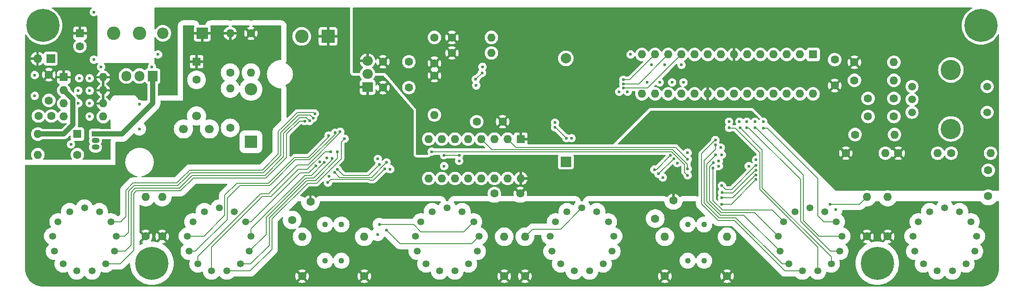
<source format=gbr>
%TF.GenerationSoftware,KiCad,Pcbnew,8.0.4+1*%
%TF.CreationDate,2024-10-13T09:49:30+00:00*%
%TF.ProjectId,nixie,6e697869-652e-46b6-9963-61645f706362,v1.0*%
%TF.SameCoordinates,Original*%
%TF.FileFunction,Copper,L4,Bot*%
%TF.FilePolarity,Positive*%
%FSLAX46Y46*%
G04 Gerber Fmt 4.6, Leading zero omitted, Abs format (unit mm)*
G04 Created by KiCad (PCBNEW 8.0.4+1) date 2024-10-13 09:49:30*
%MOMM*%
%LPD*%
G01*
G04 APERTURE LIST*
%TA.AperFunction,ComponentPad*%
%ADD10R,1.600000X1.600000*%
%TD*%
%TA.AperFunction,ComponentPad*%
%ADD11O,1.600000X1.600000*%
%TD*%
%TA.AperFunction,ComponentPad*%
%ADD12C,1.700000*%
%TD*%
%TA.AperFunction,ComponentPad*%
%ADD13C,1.600000*%
%TD*%
%TA.AperFunction,ComponentPad*%
%ADD14R,2.400000X2.400000*%
%TD*%
%TA.AperFunction,ComponentPad*%
%ADD15O,2.400000X2.400000*%
%TD*%
%TA.AperFunction,ComponentPad*%
%ADD16C,1.346200*%
%TD*%
%TA.AperFunction,ComponentPad*%
%ADD17C,2.600000*%
%TD*%
%TA.AperFunction,ComponentPad*%
%ADD18R,2.000000X2.000000*%
%TD*%
%TA.AperFunction,ComponentPad*%
%ADD19C,2.000000*%
%TD*%
%TA.AperFunction,ComponentPad*%
%ADD20C,1.107440*%
%TD*%
%TA.AperFunction,ComponentPad*%
%ADD21R,1.500000X1.050000*%
%TD*%
%TA.AperFunction,ComponentPad*%
%ADD22O,1.500000X1.050000*%
%TD*%
%TA.AperFunction,ComponentPad*%
%ADD23C,0.800000*%
%TD*%
%TA.AperFunction,ComponentPad*%
%ADD24C,6.400000*%
%TD*%
%TA.AperFunction,ComponentPad*%
%ADD25R,1.905000X2.000000*%
%TD*%
%TA.AperFunction,ComponentPad*%
%ADD26O,1.905000X2.000000*%
%TD*%
%TA.AperFunction,ComponentPad*%
%ADD27R,2.000000X1.905000*%
%TD*%
%TA.AperFunction,ComponentPad*%
%ADD28O,2.000000X1.905000*%
%TD*%
%TA.AperFunction,ComponentPad*%
%ADD29R,2.200000X2.200000*%
%TD*%
%TA.AperFunction,ComponentPad*%
%ADD30O,2.200000X2.200000*%
%TD*%
%TA.AperFunction,ComponentPad*%
%ADD31C,3.915000*%
%TD*%
%TA.AperFunction,ComponentPad*%
%ADD32C,1.500000*%
%TD*%
%TA.AperFunction,ComponentPad*%
%ADD33R,1.700000X1.700000*%
%TD*%
%TA.AperFunction,ComponentPad*%
%ADD34O,1.700000X1.700000*%
%TD*%
%TA.AperFunction,ComponentPad*%
%ADD35R,2.600000X2.600000*%
%TD*%
%TA.AperFunction,ViaPad*%
%ADD36C,0.600000*%
%TD*%
%TA.AperFunction,Conductor*%
%ADD37C,0.200000*%
%TD*%
%TA.AperFunction,Conductor*%
%ADD38C,1.000000*%
%TD*%
G04 APERTURE END LIST*
D10*
%TO.P,U1,1,VCC*%
%TO.N,5V*%
X168200000Y-86980000D03*
D11*
%TO.P,U1,2,Aout*%
%TO.N,Net-(U1-Aout)*%
X165660000Y-86980000D03*
%TO.P,U1,3,Ain*%
%TO.N,OE*%
X163120000Y-86980000D03*
%TO.P,U1,4,Bout*%
%TO.N,Net-(U1-Bout)*%
X160580000Y-86980000D03*
%TO.P,U1,5,Bin*%
%TO.N,CLK*%
X158040000Y-86980000D03*
%TO.P,U1,6,Cout*%
%TO.N,Net-(U1-Cout)*%
X155500000Y-86980000D03*
%TO.P,U1,7,Cin*%
%TO.N,DATA_IN*%
X152960000Y-86980000D03*
%TO.P,U1,8,VSS*%
%TO.N,GND*%
X150420000Y-86980000D03*
%TO.P,U1,9,Din*%
X150420000Y-94600000D03*
%TO.P,U1,10,Dout*%
%TO.N,unconnected-(U1-Dout-Pad10)*%
X152960000Y-94600000D03*
%TO.P,U1,11,Ein*%
%TO.N,GND*%
X155500000Y-94600000D03*
%TO.P,U1,12,Eout*%
%TO.N,unconnected-(U1-Eout-Pad12)*%
X158040000Y-94600000D03*
%TO.P,U1,13,Select*%
%TO.N,GND*%
X160580000Y-94600000D03*
%TO.P,U1,14,Fin*%
X163120000Y-94600000D03*
%TO.P,U1,15,Fout*%
%TO.N,unconnected-(U1-Fout-Pad15)*%
X165660000Y-94600000D03*
%TO.P,U1,16,VDD*%
%TO.N,Vin*%
X168200000Y-94600000D03*
%TD*%
D12*
%TO.P,RV1,1,1*%
%TO.N,Net-(R3-Pad1)*%
X108120000Y-85000000D03*
%TO.P,RV1,2,2*%
%TO.N,GND*%
X105620000Y-82500000D03*
%TO.P,RV1,3,3*%
X103120000Y-85000000D03*
%TD*%
D13*
%TO.P,R4,1*%
%TO.N,HV*%
X116120000Y-66500000D03*
D11*
%TO.P,R4,2*%
%TO.N,Net-(D3-A2)*%
X116120000Y-74120000D03*
%TD*%
D14*
%TO.P,D3,1,A1*%
%TO.N,GND*%
X116120000Y-87500000D03*
D15*
%TO.P,D3,2,A2*%
%TO.N,Net-(D3-A2)*%
X116120000Y-77340000D03*
%TD*%
D16*
%TO.P,N1,0,0*%
%TO.N,/D110*%
X89092700Y-102984640D03*
%TO.P,N1,1,1*%
%TO.N,/D11*%
X78907300Y-102984640D03*
%TO.P,N1,2,2*%
%TO.N,/D12*%
X77855740Y-105755780D03*
%TO.P,N1,3,3*%
%TO.N,/D13*%
X78213880Y-108694560D03*
%TO.P,N1,4,4*%
%TO.N,/D14*%
X79895360Y-111132960D03*
%TO.P,N1,5,5*%
%TO.N,/D15*%
X82519180Y-112509640D03*
%TO.P,N1,6,6*%
%TO.N,/D16*%
X85480820Y-112509640D03*
%TO.P,N1,7,7*%
%TO.N,/D17*%
X88104640Y-111132960D03*
%TO.P,N1,8,8*%
%TO.N,/D18*%
X89786120Y-108694560D03*
%TO.P,N1,9,9*%
%TO.N,/D19*%
X90144260Y-105755780D03*
%TO.P,N1,A,A*%
%TO.N,Net-(N1-PadA)*%
X84000000Y-100312560D03*
%TO.P,N1,LHDP,LHDP*%
%TO.N,unconnected-(N1-PadLHDP)*%
X81124720Y-101021220D03*
%TO.P,N1,RHDP,RHDP*%
%TO.N,unconnected-(N1-PadRHDP)*%
X86875280Y-101021220D03*
%TD*%
D13*
%TO.P,C13,1*%
%TO.N,ROT_B*%
X235200000Y-82600000D03*
%TO.P,C13,2*%
%TO.N,GND*%
X240200000Y-82600000D03*
%TD*%
D16*
%TO.P,N4,0,0*%
%TO.N,/D120*%
X115092700Y-102984640D03*
%TO.P,N4,1,1*%
%TO.N,/D111*%
X104907300Y-102984640D03*
%TO.P,N4,2,2*%
%TO.N,/D112*%
X103855740Y-105755780D03*
%TO.P,N4,3,3*%
%TO.N,/D113*%
X104213880Y-108694560D03*
%TO.P,N4,4,4*%
%TO.N,/D114*%
X105895360Y-111132960D03*
%TO.P,N4,5,5*%
%TO.N,/D115*%
X108519180Y-112509640D03*
%TO.P,N4,6,6*%
%TO.N,/D116*%
X111480820Y-112509640D03*
%TO.P,N4,7,7*%
%TO.N,/D117*%
X114104640Y-111132960D03*
%TO.P,N4,8,8*%
%TO.N,/D118*%
X115786120Y-108694560D03*
%TO.P,N4,9,9*%
%TO.N,/D119*%
X116144260Y-105755780D03*
%TO.P,N4,A,A*%
%TO.N,Net-(N4-PadA)*%
X110000000Y-100312560D03*
%TO.P,N4,LHDP,LHDP*%
%TO.N,unconnected-(N4-PadLHDP)*%
X107124720Y-101021220D03*
%TO.P,N4,RHDP,RHDP*%
%TO.N,unconnected-(N4-PadRHDP)*%
X112875280Y-101021220D03*
%TD*%
D13*
%TO.P,C10,1*%
%TO.N,Vin*%
X197667767Y-98832233D03*
%TO.P,C10,2*%
%TO.N,GND*%
X194132233Y-102367767D03*
%TD*%
%TO.P,R2,1*%
%TO.N,Net-(U2-Vfb)*%
X112120000Y-74120000D03*
D11*
%TO.P,R2,2*%
%TO.N,HV*%
X112120000Y-66500000D03*
%TD*%
D17*
%TO.P,L1,1,1*%
%TO.N,Vin*%
X89620000Y-66500000D03*
%TO.P,L1,2,2*%
%TO.N,Net-(D2-A)*%
X94620000Y-66500000D03*
%TD*%
D10*
%TO.P,C5,1*%
%TO.N,Vin*%
X83120000Y-66500000D03*
D13*
%TO.P,C5,2*%
%TO.N,GND*%
X83120000Y-69000000D03*
%TD*%
D18*
%TO.P,BT1,1,+*%
%TO.N,Net-(BT1-+)*%
X176899999Y-91350000D03*
D19*
%TO.P,BT1,2,-*%
%TO.N,GND*%
X176899999Y-71349999D03*
%TD*%
D13*
%TO.P,C2,1*%
%TO.N,Net-(U2-TC)*%
X77620000Y-82500000D03*
%TO.P,C2,2*%
%TO.N,GND*%
X75120000Y-82500000D03*
%TD*%
%TO.P,R14,1*%
%TO.N,HV*%
X208000000Y-113500000D03*
D11*
%TO.P,R14,2*%
%TO.N,Net-(N10-PadA)*%
X208000000Y-105880000D03*
%TD*%
D13*
%TO.P,R19,1*%
%TO.N,5V*%
X232580000Y-72100000D03*
D11*
%TO.P,R19,2*%
%TO.N,Net-(R16-Pad2)*%
X240200000Y-72100000D03*
%TD*%
D13*
%TO.P,R6,1*%
%TO.N,HV*%
X165000000Y-113500000D03*
D11*
%TO.P,R6,2*%
%TO.N,Net-(N2-PadA)*%
X165000000Y-105880000D03*
%TD*%
D10*
%TO.P,U6,1,~{RESET}/PC6*%
%TO.N,unconnected-(U6-~{RESET}{slash}PC6-Pad1)*%
X224600000Y-70600000D03*
D11*
%TO.P,U6,2,PD0*%
%TO.N,unconnected-(U6-PD0-Pad2)*%
X222060000Y-70600000D03*
%TO.P,U6,3,PD1*%
%TO.N,unconnected-(U6-PD1-Pad3)*%
X219520001Y-70600000D03*
%TO.P,U6,4,PD2*%
%TO.N,SQW*%
X216980000Y-70600000D03*
%TO.P,U6,5,PD3*%
%TO.N,unconnected-(U6-PD3-Pad5)*%
X214440000Y-70600000D03*
%TO.P,U6,6,PD4*%
%TO.N,unconnected-(U6-PD4-Pad6)*%
X211900000Y-70600000D03*
%TO.P,U6,7,VCC*%
%TO.N,5V*%
X209360000Y-70600000D03*
%TO.P,U6,8,GND*%
%TO.N,GND*%
X206819999Y-70600000D03*
%TO.P,U6,9,XTAL1/PB6*%
%TO.N,unconnected-(U6-XTAL1{slash}PB6-Pad9)*%
X204280000Y-70600000D03*
%TO.P,U6,10,XTAL2/PB7*%
%TO.N,unconnected-(U6-XTAL2{slash}PB7-Pad10)*%
X201740000Y-70600000D03*
%TO.P,U6,11,PD5*%
%TO.N,DATA_IN*%
X199200000Y-70600000D03*
%TO.P,U6,12,PD6*%
%TO.N,CLK*%
X196660001Y-70600000D03*
%TO.P,U6,13,PD7*%
%TO.N,OE*%
X194120000Y-70600000D03*
%TO.P,U6,14,PB0*%
%TO.N,SCL*%
X191580000Y-70600000D03*
%TO.P,U6,15,PB1*%
%TO.N,SDA*%
X191580000Y-78220000D03*
%TO.P,U6,16,PB2*%
%TO.N,ROT_PSH*%
X194120000Y-78220000D03*
%TO.P,U6,17,PB3*%
%TO.N,ROT_B*%
X196660000Y-78220000D03*
%TO.P,U6,18,PB4*%
%TO.N,ROT_A*%
X199200000Y-78220000D03*
%TO.P,U6,19,PB5*%
%TO.N,unconnected-(U6-PB5-Pad19)*%
X201740000Y-78220000D03*
%TO.P,U6,20,AVCC*%
%TO.N,5V*%
X204280000Y-78220000D03*
%TO.P,U6,21,AREF*%
%TO.N,unconnected-(U6-AREF-Pad21)*%
X206820000Y-78220000D03*
%TO.P,U6,22,GND*%
%TO.N,GND*%
X209360000Y-78220000D03*
%TO.P,U6,23,PC0*%
%TO.N,unconnected-(U6-PC0-Pad23)*%
X211900000Y-78220000D03*
%TO.P,U6,24,PC1*%
%TO.N,unconnected-(U6-PC1-Pad24)*%
X214440000Y-78220000D03*
%TO.P,U6,25,PC2*%
%TO.N,unconnected-(U6-PC2-Pad25)*%
X216980000Y-78220000D03*
%TO.P,U6,26,PC3*%
%TO.N,unconnected-(U6-PC3-Pad26)*%
X219520000Y-78220000D03*
%TO.P,U6,27,PC4*%
%TO.N,unconnected-(U6-PC4-Pad27)*%
X222060000Y-78220000D03*
%TO.P,U6,28,PC5*%
%TO.N,unconnected-(U6-PC5-Pad28)*%
X224600000Y-78220000D03*
%TD*%
D13*
%TO.P,R23,1*%
%TO.N,Net-(R21-Pad2)*%
X251250000Y-89699500D03*
D11*
%TO.P,R23,2*%
%TO.N,ROT_PSH*%
X258870000Y-89699500D03*
%TD*%
D13*
%TO.P,R1,1*%
%TO.N,Net-(D1-A)*%
X82620000Y-90000000D03*
D11*
%TO.P,R1,2*%
%TO.N,GND*%
X75000000Y-90000000D03*
%TD*%
D20*
%TO.P,N7,A,A*%
%TO.N,Net-(N7-PadA)*%
X133587500Y-103500000D03*
%TO.P,N7,K,K*%
%TO.N,/D121*%
X130412500Y-103500000D03*
%TD*%
D13*
%TO.P,R16,1*%
%TO.N,ROT_A*%
X232580000Y-75600000D03*
D11*
%TO.P,R16,2*%
%TO.N,Net-(R16-Pad2)*%
X240200000Y-75600000D03*
%TD*%
D21*
%TO.P,Q1,1,E*%
%TO.N,Net-(D1-K)*%
X86120000Y-86000000D03*
D22*
%TO.P,Q1,2,B*%
%TO.N,Net-(D1-A)*%
X86120000Y-87270000D03*
%TO.P,Q1,3,C*%
%TO.N,GND*%
X86120000Y-88540000D03*
%TD*%
D13*
%TO.P,R8,1*%
%TO.N,HV*%
X99000000Y-105810000D03*
D11*
%TO.P,R8,2*%
%TO.N,Net-(N4-PadA)*%
X99000000Y-98190000D03*
%TD*%
D13*
%TO.P,C11,1*%
%TO.N,5V*%
X228780000Y-76600000D03*
%TO.P,C11,2*%
%TO.N,GND*%
X228780000Y-71600000D03*
%TD*%
%TO.P,R7,1*%
%TO.N,HV*%
X235000000Y-105810000D03*
D11*
%TO.P,R7,2*%
%TO.N,Net-(N3-PadA)*%
X235000000Y-98190000D03*
%TD*%
D16*
%TO.P,N5,0,0*%
%TO.N,/D210*%
X185092700Y-102984640D03*
%TO.P,N5,1,1*%
%TO.N,/D21*%
X174907300Y-102984640D03*
%TO.P,N5,2,2*%
%TO.N,/D22*%
X173855740Y-105755780D03*
%TO.P,N5,3,3*%
%TO.N,/D23*%
X174213880Y-108694560D03*
%TO.P,N5,4,4*%
%TO.N,/D24*%
X175895360Y-111132960D03*
%TO.P,N5,5,5*%
%TO.N,/D25*%
X178519180Y-112509640D03*
%TO.P,N5,6,6*%
%TO.N,/D26*%
X181480820Y-112509640D03*
%TO.P,N5,7,7*%
%TO.N,/D27*%
X184104640Y-111132960D03*
%TO.P,N5,8,8*%
%TO.N,/D28*%
X185786120Y-108694560D03*
%TO.P,N5,9,9*%
%TO.N,/D29*%
X186144260Y-105755780D03*
%TO.P,N5,A,A*%
%TO.N,Net-(N5-PadA)*%
X180000000Y-100312560D03*
%TO.P,N5,LHDP,LHDP*%
%TO.N,unconnected-(N5-PadLHDP)*%
X177124720Y-101021220D03*
%TO.P,N5,RHDP,RHDP*%
%TO.N,unconnected-(N5-PadRHDP)*%
X182875280Y-101021220D03*
%TD*%
D10*
%TO.P,U2,1,SwC*%
%TO.N,Vin*%
X80000000Y-75000000D03*
D11*
%TO.P,U2,2,SwE*%
%TO.N,Net-(D1-A)*%
X80000000Y-77540000D03*
%TO.P,U2,3,TC*%
%TO.N,Net-(U2-TC)*%
X80000000Y-80080000D03*
%TO.P,U2,4,GND*%
%TO.N,GND*%
X80000000Y-82620000D03*
%TO.P,U2,5,Vfb*%
%TO.N,Net-(U2-Vfb)*%
X87620000Y-82620000D03*
%TO.P,U2,6,Vin*%
%TO.N,Vin*%
X87620000Y-80080000D03*
%TO.P,U2,7,Ipk*%
X87620000Y-77540000D03*
%TO.P,U2,8,DC*%
X87620000Y-75000000D03*
%TD*%
D13*
%TO.P,R18,1*%
%TO.N,ROT_B*%
X232700000Y-86100000D03*
D11*
%TO.P,R18,2*%
%TO.N,Net-(R18-Pad2)*%
X240320000Y-86100000D03*
%TD*%
D13*
%TO.P,C12,1*%
%TO.N,ROT_A*%
X235200000Y-79100000D03*
%TO.P,C12,2*%
%TO.N,GND*%
X240200000Y-79100000D03*
%TD*%
D20*
%TO.P,N8,A,A*%
%TO.N,Net-(N8-PadA)*%
X203587500Y-103500000D03*
%TO.P,N8,K,K*%
%TO.N,/D211*%
X200412500Y-103500000D03*
%TD*%
D13*
%TO.P,C15,1*%
%TO.N,ROT_PSH*%
X258400000Y-93000000D03*
%TO.P,C15,2*%
%TO.N,GND*%
X258400000Y-98000000D03*
%TD*%
%TO.P,R3,1*%
%TO.N,Net-(R3-Pad1)*%
X112120000Y-84810000D03*
D11*
%TO.P,R3,2*%
%TO.N,Net-(U2-Vfb)*%
X112120000Y-77190000D03*
%TD*%
D13*
%TO.P,C7,1*%
%TO.N,5V*%
X141600000Y-72000000D03*
%TO.P,C7,2*%
%TO.N,GND*%
X146600000Y-72000000D03*
%TD*%
%TO.P,R10,1*%
%TO.N,HV*%
X239000000Y-105810000D03*
D11*
%TO.P,R10,2*%
%TO.N,Net-(N6-PadA)*%
X239000000Y-98190000D03*
%TD*%
D16*
%TO.P,N3,0,0*%
%TO.N,/D222*%
X229092700Y-102984640D03*
%TO.P,N3,1,1*%
%TO.N,/D213*%
X218907300Y-102984640D03*
%TO.P,N3,2,2*%
%TO.N,/D214*%
X217855740Y-105755780D03*
%TO.P,N3,3,3*%
%TO.N,/D215*%
X218213880Y-108694560D03*
%TO.P,N3,4,4*%
%TO.N,/D216*%
X219895360Y-111132960D03*
%TO.P,N3,5,5*%
%TO.N,/D217*%
X222519180Y-112509640D03*
%TO.P,N3,6,6*%
%TO.N,/D218*%
X225480820Y-112509640D03*
%TO.P,N3,7,7*%
%TO.N,/D219*%
X228104640Y-111132960D03*
%TO.P,N3,8,8*%
%TO.N,/D220*%
X229786120Y-108694560D03*
%TO.P,N3,9,9*%
%TO.N,/D221*%
X230144260Y-105755780D03*
%TO.P,N3,A,A*%
%TO.N,Net-(N3-PadA)*%
X224000000Y-100312560D03*
%TO.P,N3,LHDP,LHDP*%
%TO.N,unconnected-(N3-PadLHDP)*%
X221124720Y-101021220D03*
%TO.P,N3,RHDP,RHDP*%
%TO.N,unconnected-(N3-PadRHDP)*%
X226875280Y-101021220D03*
%TD*%
D23*
%TO.P,H4,1,1*%
%TO.N,GND*%
X94600000Y-111000000D03*
X95302944Y-109302944D03*
X95302944Y-112697056D03*
X97000000Y-108600000D03*
D24*
X97000000Y-111000000D03*
D23*
X97000000Y-113400000D03*
X98697056Y-109302944D03*
X98697056Y-112697056D03*
X99400000Y-111000000D03*
%TD*%
D13*
%TO.P,C3,1*%
%TO.N,Vin*%
X127600000Y-99100000D03*
%TO.P,C3,2*%
%TO.N,GND*%
X124064466Y-102635534D03*
%TD*%
D25*
%TO.P,Q2,1,G*%
%TO.N,Net-(D1-K)*%
X97160000Y-74770000D03*
D26*
%TO.P,Q2,2,D*%
%TO.N,Net-(D2-A)*%
X94620000Y-74770000D03*
%TO.P,Q2,3,S*%
%TO.N,GND*%
X92080000Y-74770000D03*
%TD*%
D13*
%TO.P,R5,1*%
%TO.N,HV*%
X95800000Y-105810000D03*
D11*
%TO.P,R5,2*%
%TO.N,Net-(N1-PadA)*%
X95800000Y-98190000D03*
%TD*%
D13*
%TO.P,R13,1*%
%TO.N,HV*%
X138000000Y-113500000D03*
D11*
%TO.P,R13,2*%
%TO.N,Net-(N9-PadA)*%
X138000000Y-105880000D03*
%TD*%
D10*
%TO.P,C9,1*%
%TO.N,HV*%
X105620000Y-72000000D03*
D13*
%TO.P,C9,2*%
%TO.N,GND*%
X105620000Y-75500000D03*
%TD*%
%TO.P,R17,1*%
%TO.N,5V*%
X154905000Y-67305000D03*
D11*
%TO.P,R17,2*%
%TO.N,SDA*%
X162525000Y-67305000D03*
%TD*%
D13*
%TO.P,R11,1*%
%TO.N,HV*%
X126000000Y-113500000D03*
D11*
%TO.P,R11,2*%
%TO.N,Net-(N7-PadA)*%
X126000000Y-105880000D03*
%TD*%
D20*
%TO.P,N9,A,A*%
%TO.N,Net-(N9-PadA)*%
X133587500Y-110500000D03*
%TO.P,N9,K,K*%
%TO.N,/D122*%
X130412500Y-110500000D03*
%TD*%
D27*
%TO.P,U4,1,VI*%
%TO.N,Vin*%
X138630000Y-76940000D03*
D28*
%TO.P,U4,2,GND*%
%TO.N,GND*%
X138630000Y-74400000D03*
%TO.P,U4,3,VO*%
%TO.N,5V*%
X138630000Y-71860000D03*
%TD*%
D23*
%TO.P,H2,1,1*%
%TO.N,GND*%
X254600000Y-65000000D03*
X255302944Y-63302944D03*
X255302944Y-66697056D03*
X257000000Y-62600000D03*
D24*
X257000000Y-65000000D03*
D23*
X257000000Y-67400000D03*
X258697056Y-63302944D03*
X258697056Y-66697056D03*
X259400000Y-65000000D03*
%TD*%
%TO.P,H3,1,1*%
%TO.N,GND*%
X234600000Y-111000000D03*
X235302944Y-109302944D03*
X235302944Y-112697056D03*
X237000000Y-108600000D03*
D24*
X237000000Y-111000000D03*
D23*
X237000000Y-113400000D03*
X238697056Y-109302944D03*
X238697056Y-112697056D03*
X239400000Y-111000000D03*
%TD*%
%TO.P,H1,1,1*%
%TO.N,GND*%
X73600000Y-65000000D03*
X74302944Y-63302944D03*
X74302944Y-66697056D03*
X76000000Y-62600000D03*
D24*
X76000000Y-65000000D03*
D23*
X76000000Y-67400000D03*
X77697056Y-63302944D03*
X77697056Y-66697056D03*
X78400000Y-65000000D03*
%TD*%
D13*
%TO.P,R12,1*%
%TO.N,HV*%
X196000000Y-113500000D03*
D11*
%TO.P,R12,2*%
%TO.N,Net-(N8-PadA)*%
X196000000Y-105880000D03*
%TD*%
D29*
%TO.P,D2,1,K*%
%TO.N,HV*%
X106740000Y-66500000D03*
D30*
%TO.P,D2,2,A*%
%TO.N,Net-(D2-A)*%
X99120000Y-66500000D03*
%TD*%
D16*
%TO.P,N2,0,0*%
%TO.N,/D132*%
X159092700Y-102984640D03*
%TO.P,N2,1,1*%
%TO.N,/D123*%
X148907300Y-102984640D03*
%TO.P,N2,2,2*%
%TO.N,/D124*%
X147855740Y-105755780D03*
%TO.P,N2,3,3*%
%TO.N,/D125*%
X148213880Y-108694560D03*
%TO.P,N2,4,4*%
%TO.N,/D126*%
X149895360Y-111132960D03*
%TO.P,N2,5,5*%
%TO.N,/D127*%
X152519180Y-112509640D03*
%TO.P,N2,6,6*%
%TO.N,/D128*%
X155480820Y-112509640D03*
%TO.P,N2,7,7*%
%TO.N,/D129*%
X158104640Y-111132960D03*
%TO.P,N2,8,8*%
%TO.N,/D130*%
X159786120Y-108694560D03*
%TO.P,N2,9,9*%
%TO.N,/D131*%
X160144260Y-105755780D03*
%TO.P,N2,A,A*%
%TO.N,Net-(N2-PadA)*%
X154000000Y-100312560D03*
%TO.P,N2,LHDP,LHDP*%
%TO.N,unconnected-(N2-PadLHDP)*%
X151124720Y-101021220D03*
%TO.P,N2,RHDP,RHDP*%
%TO.N,unconnected-(N2-PadRHDP)*%
X156875280Y-101021220D03*
%TD*%
D13*
%TO.P,R15,1*%
%TO.N,5V*%
X154905000Y-70305000D03*
D11*
%TO.P,R15,2*%
%TO.N,SCL*%
X162525000Y-70305000D03*
%TD*%
D31*
%TO.P,SW1,*%
%TO.N,*%
X251200000Y-73600000D03*
X251200000Y-85000000D03*
D32*
%TO.P,SW1,A,A*%
%TO.N,Net-(R16-Pad2)*%
X243700000Y-76800000D03*
%TO.P,SW1,B,B*%
%TO.N,Net-(R18-Pad2)*%
X243700000Y-81800000D03*
%TO.P,SW1,C,C*%
%TO.N,GND*%
X243700000Y-79300000D03*
%TO.P,SW1,S1,S1*%
%TO.N,Net-(R21-Pad2)*%
X258200000Y-76800000D03*
%TO.P,SW1,S2,S2*%
%TO.N,GND*%
X258200000Y-81800000D03*
%TD*%
D20*
%TO.P,N10,A,A*%
%TO.N,Net-(N10-PadA)*%
X203587500Y-110500000D03*
%TO.P,N10,K,K*%
%TO.N,/D212*%
X200412500Y-110500000D03*
%TD*%
D33*
%TO.P,J2,1,Pin_1*%
%TO.N,GND*%
X77475000Y-71400000D03*
D34*
%TO.P,J2,2,Pin_2*%
%TO.N,Vin*%
X74935000Y-71400000D03*
%TD*%
D16*
%TO.P,N6,0,0*%
%TO.N,/D232*%
X255092700Y-102984640D03*
%TO.P,N6,1,1*%
%TO.N,/D223*%
X244907300Y-102984640D03*
%TO.P,N6,2,2*%
%TO.N,/D224*%
X243855740Y-105755780D03*
%TO.P,N6,3,3*%
%TO.N,/D225*%
X244213880Y-108694560D03*
%TO.P,N6,4,4*%
%TO.N,/D226*%
X245895360Y-111132960D03*
%TO.P,N6,5,5*%
%TO.N,/D227*%
X248519180Y-112509640D03*
%TO.P,N6,6,6*%
%TO.N,/D228*%
X251480820Y-112509640D03*
%TO.P,N6,7,7*%
%TO.N,/D229*%
X254104640Y-111132960D03*
%TO.P,N6,8,8*%
%TO.N,/D230*%
X255786120Y-108694560D03*
%TO.P,N6,9,9*%
%TO.N,/D231*%
X256144260Y-105755780D03*
%TO.P,N6,A,A*%
%TO.N,Net-(N6-PadA)*%
X250000000Y-100312560D03*
%TO.P,N6,LHDP,LHDP*%
%TO.N,unconnected-(N6-PadLHDP)*%
X247124720Y-101021220D03*
%TO.P,N6,RHDP,RHDP*%
%TO.N,unconnected-(N6-PadRHDP)*%
X252875280Y-101021220D03*
%TD*%
D13*
%TO.P,R21,1*%
%TO.N,5V*%
X241030000Y-89699500D03*
D11*
%TO.P,R21,2*%
%TO.N,Net-(R21-Pad2)*%
X248650000Y-89699500D03*
%TD*%
D13*
%TO.P,C8,1*%
%TO.N,Vin*%
X168100000Y-97500000D03*
%TO.P,C8,2*%
%TO.N,GND*%
X163100000Y-97500000D03*
%TD*%
%TO.P,C14,1*%
%TO.N,5V*%
X151525000Y-72305000D03*
%TO.P,C14,2*%
%TO.N,GND*%
X151525000Y-67305000D03*
%TD*%
%TO.P,C6,1*%
%TO.N,5V*%
X164700000Y-83600000D03*
%TO.P,C6,2*%
%TO.N,GND*%
X159700000Y-83600000D03*
%TD*%
%TO.P,R9,1*%
%TO.N,HV*%
X169000000Y-113500000D03*
D11*
%TO.P,R9,2*%
%TO.N,Net-(N5-PadA)*%
X169000000Y-105880000D03*
%TD*%
D10*
%TO.P,D1,1,K*%
%TO.N,Net-(D1-K)*%
X82620000Y-86000000D03*
D11*
%TO.P,D1,2,A*%
%TO.N,Net-(D1-A)*%
X75000000Y-86000000D03*
%TD*%
D13*
%TO.P,R22,1*%
%TO.N,5V*%
X151525000Y-74685000D03*
D11*
%TO.P,R22,2*%
%TO.N,SQW*%
X151525000Y-82305000D03*
%TD*%
D13*
%TO.P,C4,1*%
%TO.N,Vin*%
X141600000Y-77000000D03*
%TO.P,C4,2*%
%TO.N,GND*%
X146600000Y-77000000D03*
%TD*%
%TO.P,R20,1*%
%TO.N,5V*%
X230930000Y-89699500D03*
D11*
%TO.P,R20,2*%
%TO.N,Net-(R18-Pad2)*%
X238550000Y-89699500D03*
%TD*%
D13*
%TO.P,C1,1*%
%TO.N,Vin*%
X77120000Y-74500000D03*
%TO.P,C1,2*%
%TO.N,GND*%
X77120000Y-79500000D03*
%TD*%
D35*
%TO.P,J1,1*%
%TO.N,Vin*%
X131000000Y-67105000D03*
D17*
%TO.P,J1,2*%
%TO.N,GND*%
X125920000Y-67105000D03*
%TD*%
D36*
%TO.N,GND*%
X153400000Y-92200000D03*
X85800000Y-71600000D03*
X159600000Y-76600000D03*
X85000000Y-77600000D03*
X211800000Y-83600000D03*
X195600000Y-94400000D03*
X207000000Y-90000000D03*
X198400000Y-91600000D03*
X208400000Y-83600000D03*
X143000000Y-92800000D03*
X206400000Y-91200000D03*
X85800000Y-62400000D03*
X87200000Y-73000000D03*
X83000000Y-75200000D03*
X82800000Y-80000000D03*
X94600000Y-85000000D03*
X200400000Y-89600000D03*
X140600000Y-90800000D03*
X188800000Y-77800000D03*
X160800000Y-73000000D03*
X156300000Y-91200000D03*
X140600000Y-105400000D03*
X189400000Y-70600000D03*
X130800000Y-90600000D03*
X213400000Y-83600000D03*
X199600000Y-76000000D03*
X197400000Y-76000000D03*
X81400000Y-88000000D03*
X213600000Y-91000000D03*
X98200000Y-70600000D03*
X178000000Y-86800000D03*
X206400000Y-92200000D03*
X196000000Y-72600000D03*
X210400000Y-83600000D03*
X74400000Y-78600000D03*
X206800000Y-88600000D03*
X199200000Y-72600000D03*
X85000000Y-75200000D03*
X131200000Y-94200000D03*
X229000000Y-100600000D03*
X85000000Y-80000000D03*
X192600000Y-76000000D03*
X82800000Y-77600000D03*
X129400000Y-91400000D03*
X212200000Y-92200000D03*
X85000000Y-82600000D03*
X187200000Y-77800000D03*
X74400000Y-74600000D03*
X215000000Y-83600000D03*
X195000000Y-76000000D03*
X97000000Y-73000000D03*
X94600000Y-80200000D03*
X193400000Y-72600000D03*
X174800000Y-83800000D03*
%TO.N,Net-(BT1-+)*%
X174800000Y-84700000D03*
X177000000Y-86800000D03*
%TO.N,5V*%
X212000000Y-72500000D03*
X202000000Y-72500000D03*
X202000000Y-76000000D03*
X209370000Y-72500000D03*
X155400000Y-74200000D03*
X204500000Y-72500000D03*
X155400000Y-73400000D03*
X204300000Y-76000000D03*
X207000000Y-76000000D03*
X205600000Y-79600000D03*
X203000000Y-79600000D03*
%TO.N,HV*%
X78000000Y-95000000D03*
X89330000Y-114000000D03*
X91000000Y-91000000D03*
X120000000Y-82000000D03*
X99000000Y-91000000D03*
X75000000Y-95000000D03*
X92000000Y-114000000D03*
%TO.N,/D19*%
X128132515Y-82891036D03*
%TO.N,/D110*%
X128444504Y-82046840D03*
%TO.N,/D17*%
X126500000Y-83500000D03*
%TO.N,/D18*%
X127437349Y-83462654D03*
%TO.N,/D131*%
X142300000Y-104600000D03*
%TO.N,/D132*%
X140905025Y-103494975D03*
%TO.N,/D217*%
X205747228Y-87157278D03*
%TO.N,/D221*%
X213400000Y-84800000D03*
%TO.N,/D218*%
X208400000Y-84800000D03*
%TO.N,/D216*%
X205789950Y-88100000D03*
%TO.N,/D220*%
X211800000Y-84800000D03*
%TO.N,/D215*%
X205789951Y-90000000D03*
%TO.N,Net-(N3-PadA)*%
X227900000Y-99600000D03*
%TO.N,/D214*%
X205350000Y-91550000D03*
%TO.N,/D219*%
X210494975Y-84805025D03*
%TO.N,/D222*%
X215000000Y-84855025D03*
%TO.N,/D213*%
X205300000Y-92600000D03*
%TO.N,/D118*%
X131800000Y-90744975D03*
%TO.N,/D115*%
X131500000Y-89400000D03*
%TO.N,/D119*%
X130300000Y-91444975D03*
%TO.N,/D117*%
X132844022Y-89444022D03*
%TO.N,/D120*%
X128644975Y-92144975D03*
%TO.N,/D116*%
X134200000Y-86900000D03*
%TO.N,/D112*%
X131097919Y-86297919D03*
%TO.N,/D114*%
X133346967Y-85546966D03*
%TO.N,/D113*%
X132352336Y-85750608D03*
%TO.N,/D29*%
X193982519Y-92882168D03*
X197070711Y-90126347D03*
%TO.N,/D210*%
X194770754Y-93701783D03*
X197707109Y-90762745D03*
%TO.N,/D230*%
X213600000Y-92999994D03*
X207018629Y-97281371D03*
%TO.N,/D232*%
X207000000Y-99600000D03*
X213600000Y-94800000D03*
%TO.N,/D231*%
X213600000Y-93899997D03*
X207000000Y-98300000D03*
%TO.N,/D229*%
X213600000Y-92099991D03*
X207002090Y-95997910D03*
%TO.N,SQW*%
X159500000Y-75400000D03*
X160706765Y-74158235D03*
%TO.N,DATA_IN*%
X153400000Y-90100000D03*
X156300000Y-90100000D03*
X188000000Y-77100006D03*
%TO.N,OE*%
X188000000Y-75500000D03*
%TO.N,Net-(U1-Cout)*%
X130964609Y-95407060D03*
X141924265Y-92724265D03*
%TO.N,Net-(U1-Bout)*%
X200400000Y-92700000D03*
X132271498Y-93410661D03*
X142300000Y-91500000D03*
%TO.N,CLK*%
X188000000Y-76300003D03*
%TO.N,Net-(U1-Aout)*%
X200400000Y-90900000D03*
X140900000Y-91900000D03*
X132837185Y-92844975D03*
%TO.N,Net-(U3-DATA_OUT)*%
X151000000Y-89400000D03*
X200400000Y-94000000D03*
%TD*%
D37*
%TO.N,Net-(BT1-+)*%
X174900000Y-84700000D02*
X174800000Y-84700000D01*
X177000000Y-86800000D02*
X174900000Y-84700000D01*
D38*
%TO.N,Net-(D1-A)*%
X81770000Y-79310000D02*
X81770000Y-84230000D01*
X80000000Y-77540000D02*
X81770000Y-79310000D01*
X81770000Y-84230000D02*
X80000000Y-86000000D01*
X80000000Y-86000000D02*
X75000000Y-86000000D01*
%TO.N,Net-(D1-K)*%
X97160000Y-80030000D02*
X91190000Y-86000000D01*
X97160000Y-74770000D02*
X97160000Y-80030000D01*
X91190000Y-86000000D02*
X86120000Y-86000000D01*
D37*
%TO.N,/D19*%
X118500000Y-93500000D02*
X121896447Y-90103553D01*
X93595786Y-95990000D02*
X101000000Y-95990000D01*
X91744220Y-105755780D02*
X92500000Y-105000000D01*
X92500000Y-97085786D02*
X93595786Y-95990000D01*
X103500000Y-94500000D02*
X104500000Y-93500000D01*
X121896447Y-90103553D02*
X121896447Y-90000000D01*
X104500000Y-93500000D02*
X118500000Y-93500000D01*
X102010000Y-95990000D02*
X103500000Y-94500000D01*
X101000000Y-95990000D02*
X102010000Y-95990000D01*
X121896447Y-90000000D02*
X121896447Y-86500000D01*
X121896447Y-86500000D02*
X121896447Y-85689339D01*
X127541479Y-82300000D02*
X128132515Y-82891036D01*
X92500000Y-105000000D02*
X92500000Y-97085786D01*
X90144260Y-105755780D02*
X91744220Y-105755780D01*
X121896447Y-85689339D02*
X125285786Y-82300000D01*
X125285786Y-82300000D02*
X127541479Y-82300000D01*
%TO.N,/D110*%
X125078680Y-81800000D02*
X122439340Y-84439340D01*
X122189339Y-84689340D02*
X121396447Y-85482232D01*
X103000000Y-94292894D02*
X101802894Y-95490000D01*
X122439340Y-84439340D02*
X122189339Y-84689340D01*
X92000000Y-96878679D02*
X92000000Y-102000000D01*
X101802894Y-95490000D02*
X93388679Y-95490000D01*
X93388679Y-95490000D02*
X92000000Y-96878679D01*
X91000000Y-103000000D02*
X90500000Y-103000000D01*
X121396447Y-85482232D02*
X121396447Y-89896447D01*
X90500000Y-103000000D02*
X90484640Y-102984640D01*
X104000000Y-93292893D02*
X103000000Y-94292894D01*
X118292894Y-93000000D02*
X104292893Y-93000000D01*
X121396447Y-89896447D02*
X118292894Y-93000000D01*
X128444504Y-82046840D02*
X128197664Y-81800000D01*
X92000000Y-102000000D02*
X91000000Y-103000000D01*
X128197664Y-81800000D02*
X125078680Y-81800000D01*
X90484640Y-102984640D02*
X89092700Y-102984640D01*
X104292893Y-93000000D02*
X104000000Y-93292893D01*
%TO.N,/D17*%
X90867040Y-111132960D02*
X88104640Y-111132960D01*
X105000000Y-94500000D02*
X102500000Y-97000000D01*
X93500000Y-97500000D02*
X93500000Y-108500000D01*
X119000000Y-94500000D02*
X105000000Y-94500000D01*
X125500000Y-83500000D02*
X123000000Y-86000000D01*
X123000000Y-86000000D02*
X123000000Y-90500000D01*
X126500000Y-83500000D02*
X125500000Y-83500000D01*
X123000000Y-90500000D02*
X119000000Y-94500000D01*
X93500000Y-108500000D02*
X90867040Y-111132960D01*
X94010000Y-96990000D02*
X93500000Y-97500000D01*
X102500000Y-97000000D02*
X102490000Y-96990000D01*
X102490000Y-96990000D02*
X94010000Y-96990000D01*
%TO.N,/D18*%
X118792894Y-94000000D02*
X122396447Y-90396447D01*
X93802893Y-96490000D02*
X98000000Y-96490000D01*
X102302894Y-96490000D02*
X103896447Y-94896447D01*
X93000000Y-97292893D02*
X93802893Y-96490000D01*
X98000000Y-96490000D02*
X102302894Y-96490000D01*
X93000000Y-107500000D02*
X93000000Y-97292893D01*
X91805440Y-108694560D02*
X93000000Y-107500000D01*
X118000000Y-94000000D02*
X118792894Y-94000000D01*
X125492893Y-82800000D02*
X126800000Y-82800000D01*
X89786120Y-108694560D02*
X91805440Y-108694560D01*
X104792894Y-94000000D02*
X118000000Y-94000000D01*
X126800000Y-82800000D02*
X127437349Y-83437349D01*
X122396447Y-90396447D02*
X122396447Y-85896446D01*
X127437349Y-83437349D02*
X127437349Y-83462654D01*
X122396447Y-85896446D02*
X125492893Y-82800000D01*
X103896447Y-94896447D02*
X104792894Y-94000000D01*
%TO.N,/D131*%
X144900000Y-107200000D02*
X158700040Y-107200000D01*
X158700040Y-107200000D02*
X160144260Y-105755780D01*
X142300000Y-104600000D02*
X144900000Y-107200000D01*
%TO.N,/D132*%
X147494975Y-103494975D02*
X148900000Y-104900000D01*
X148900000Y-104900000D02*
X157177340Y-104900000D01*
X140905025Y-103494975D02*
X147494975Y-103494975D01*
X157177340Y-104900000D02*
X159092700Y-102984640D01*
%TO.N,/D217*%
X206281622Y-102700000D02*
X209392894Y-102700000D01*
X205747228Y-87157278D02*
X205742722Y-87157278D01*
X219202534Y-112509640D02*
X222519180Y-112509640D01*
X203100000Y-99518378D02*
X206281622Y-102700000D01*
X209392894Y-102700000D02*
X219202534Y-112509640D01*
X205742722Y-87157278D02*
X203100000Y-89800000D01*
X203100000Y-89800000D02*
X203100000Y-99518378D01*
%TO.N,/D221*%
X213400000Y-84855025D02*
X213400000Y-84800000D01*
X222697820Y-93897820D02*
X222697820Y-102690714D01*
X213400000Y-84855025D02*
X213600000Y-84855025D01*
X213400000Y-84800000D02*
X213600000Y-84800000D01*
X213600000Y-84800000D02*
X222697820Y-93897820D01*
X225762886Y-105755780D02*
X230144260Y-105755780D01*
X222697820Y-102690714D02*
X225762886Y-105755780D01*
%TO.N,/D218*%
X225480820Y-112509640D02*
X225480820Y-107880820D01*
X209500000Y-84855025D02*
X208400000Y-84855025D01*
X214300000Y-96700000D02*
X214300000Y-89600000D01*
X209555025Y-84855025D02*
X209500000Y-84855025D01*
X225480820Y-107880820D02*
X214300000Y-96700000D01*
X214300000Y-89600000D02*
X209555025Y-84855025D01*
%TO.N,/D216*%
X205789950Y-88910050D02*
X203600000Y-91100000D01*
X218632960Y-111132960D02*
X219895360Y-111132960D01*
X209700000Y-102200000D02*
X218632960Y-111132960D01*
X203600000Y-99311271D02*
X206488729Y-102200000D01*
X205789950Y-88100000D02*
X205789950Y-88910050D01*
X206488729Y-102200000D02*
X209700000Y-102200000D01*
X203600000Y-91100000D02*
X203600000Y-99311271D01*
%TO.N,/D220*%
X227994560Y-108694560D02*
X229786120Y-108694560D01*
X222197820Y-102897820D02*
X227994560Y-108694560D01*
X222197820Y-94797820D02*
X222197820Y-102897820D01*
X212255025Y-84855025D02*
X222197820Y-94797820D01*
X211800000Y-84855025D02*
X212255025Y-84855025D01*
%TO.N,/D215*%
X205789951Y-90000000D02*
X205789951Y-90110049D01*
X206695836Y-101700000D02*
X211219320Y-101700000D01*
X211219320Y-101700000D02*
X218213880Y-108694560D01*
X204100000Y-99104164D02*
X206695836Y-101700000D01*
X205789951Y-90110049D02*
X204100000Y-91800000D01*
X204100000Y-91800000D02*
X204100000Y-99104164D01*
%TO.N,Net-(N3-PadA)*%
X233590000Y-99600000D02*
X235000000Y-98190000D01*
X227900000Y-99600000D02*
X233590000Y-99600000D01*
%TO.N,/D214*%
X204600000Y-92300000D02*
X204600000Y-98897057D01*
X205350000Y-91550000D02*
X204600000Y-92300000D01*
X213299960Y-101200000D02*
X217855740Y-105755780D01*
X206902943Y-101200000D02*
X213299960Y-101200000D01*
X204600000Y-98897057D02*
X206902943Y-101200000D01*
%TO.N,/D219*%
X210494975Y-84805025D02*
X214800000Y-89110050D01*
X214800000Y-89110050D02*
X214800000Y-96492894D01*
X228104640Y-109797534D02*
X228104640Y-111132960D01*
X214800000Y-96492894D02*
X228104640Y-109797534D01*
%TO.N,/D222*%
X215755025Y-84855025D02*
X225500000Y-94600000D01*
X225500000Y-101800000D02*
X226684640Y-102984640D01*
X215000000Y-84855025D02*
X215700000Y-84855025D01*
X225500000Y-94600000D02*
X225500000Y-101800000D01*
X226684640Y-102984640D02*
X229092700Y-102984640D01*
X215700000Y-84855025D02*
X215755025Y-84855025D01*
%TO.N,/D213*%
X205300000Y-98889950D02*
X207110050Y-100700000D01*
X205300000Y-92600000D02*
X205300000Y-98889950D01*
X207110050Y-100700000D02*
X216700000Y-100700000D01*
X216700000Y-100700000D02*
X218907300Y-102907300D01*
X218907300Y-102907300D02*
X218907300Y-102984640D01*
%TO.N,/D118*%
X128234925Y-94500000D02*
X126707106Y-94500000D01*
X119053553Y-105427127D02*
X115786120Y-108694560D01*
X131800000Y-90934925D02*
X128234925Y-94500000D01*
X126707106Y-94500000D02*
X119053553Y-102153553D01*
X119053553Y-102153553D02*
X119053553Y-105427127D01*
X131800000Y-90744975D02*
X131800000Y-90934925D01*
%TO.N,/D115*%
X130400000Y-89400000D02*
X127000000Y-92800000D01*
X127000000Y-92800000D02*
X125300000Y-92800000D01*
X118300000Y-98100000D02*
X108519180Y-107880820D01*
X120000000Y-98100000D02*
X118300000Y-98100000D01*
X108519180Y-107880820D02*
X108519180Y-112509640D01*
X125300000Y-92800000D02*
X120000000Y-98100000D01*
X131500000Y-89400000D02*
X130400000Y-89400000D01*
%TO.N,/D119*%
X116144260Y-104355740D02*
X116144260Y-105755780D01*
X130300000Y-91479900D02*
X127779900Y-94000000D01*
X127779900Y-94000000D02*
X126500000Y-94000000D01*
X130300000Y-91444975D02*
X130300000Y-91479900D01*
X126500000Y-94000000D02*
X116144260Y-104355740D01*
%TO.N,/D117*%
X132844022Y-89444022D02*
X132844022Y-90690903D01*
X126914212Y-95000000D02*
X119657106Y-102257106D01*
X116067040Y-111132960D02*
X114104640Y-111132960D01*
X119657106Y-102257106D02*
X119657106Y-107542894D01*
X128534925Y-95000000D02*
X126914212Y-95000000D01*
X119657106Y-107542894D02*
X116067040Y-111132960D01*
X132844022Y-90690903D02*
X128534925Y-95000000D01*
%TO.N,/D120*%
X116115360Y-102984640D02*
X115092700Y-102984640D01*
X125600000Y-93500000D02*
X116115360Y-102984640D01*
X128644975Y-92144975D02*
X127289950Y-93500000D01*
X127289950Y-93500000D02*
X125600000Y-93500000D01*
%TO.N,/D116*%
X133544022Y-90755978D02*
X128800000Y-95500000D01*
X127121318Y-95500000D02*
X120200000Y-102421318D01*
X134200000Y-86900000D02*
X133544022Y-87555978D01*
X120200000Y-102421318D02*
X120200000Y-108300000D01*
X120200000Y-108300000D02*
X115990360Y-112509640D01*
X133544022Y-87555978D02*
X133544022Y-90755978D01*
X128800000Y-95500000D02*
X127121318Y-95500000D01*
X115990360Y-112509640D02*
X111480820Y-112509640D01*
%TO.N,/D112*%
X107044220Y-105755780D02*
X103855740Y-105755780D01*
X131097919Y-86580763D02*
X127178682Y-90500000D01*
X127178682Y-90500000D02*
X124500000Y-90500000D01*
X119500000Y-95500000D02*
X113400000Y-95500000D01*
X111073100Y-101726900D02*
X107044220Y-105755780D01*
X111073100Y-97826900D02*
X111073100Y-101726900D01*
X124500000Y-90500000D02*
X119500000Y-95500000D01*
X131097919Y-86297919D02*
X131097919Y-86580763D01*
X113400000Y-95500000D02*
X111073100Y-97826900D01*
%TO.N,/D114*%
X133346967Y-85745927D02*
X127092894Y-92000000D01*
X105895360Y-109704640D02*
X105895360Y-111132960D01*
X118000000Y-97600000D02*
X105895360Y-109704640D01*
X125100000Y-92000000D02*
X119500000Y-97600000D01*
X119500000Y-97600000D02*
X118000000Y-97600000D01*
X127092894Y-92000000D02*
X125100000Y-92000000D01*
X133346967Y-85546966D02*
X133346967Y-85745927D01*
%TO.N,/D113*%
X111573100Y-102521460D02*
X105400000Y-108694560D01*
X119707107Y-96000000D02*
X114000000Y-96000000D01*
X132352336Y-86033452D02*
X127385788Y-91000000D01*
X124707106Y-91000000D02*
X120503553Y-95203553D01*
X111573100Y-98426900D02*
X111573100Y-102521460D01*
X120503553Y-95203553D02*
X120000000Y-95707107D01*
X132352336Y-85750608D02*
X132352336Y-86033452D01*
X114000000Y-96000000D02*
X111573100Y-98426900D01*
X127385788Y-91000000D02*
X124707106Y-91000000D01*
X120000000Y-95707107D02*
X119707107Y-96000000D01*
X105400000Y-108694560D02*
X104213880Y-108694560D01*
%TO.N,Net-(N5-PadA)*%
X169000000Y-105880000D02*
X170480000Y-104400000D01*
X170480000Y-104400000D02*
X175912560Y-104400000D01*
X175912560Y-104400000D02*
X180000000Y-100312560D01*
%TO.N,/D29*%
X197070711Y-90126347D02*
X194314890Y-92882168D01*
X194314890Y-92882168D02*
X193982519Y-92882168D01*
%TO.N,/D210*%
X194770754Y-93699100D02*
X194770754Y-93701783D01*
X197707109Y-90762745D02*
X194770754Y-93699100D01*
%TO.N,/D230*%
X207137258Y-97400000D02*
X209110047Y-97400000D01*
X213510053Y-92999994D02*
X213600000Y-92999994D01*
X207018629Y-97281371D02*
X207137258Y-97400000D01*
X209110047Y-97400000D02*
X213510053Y-92999994D01*
%TO.N,/D232*%
X207000000Y-99600000D02*
X208800000Y-99600000D01*
X208800000Y-99600000D02*
X213600000Y-94800000D01*
%TO.N,/D231*%
X209110050Y-98300000D02*
X213510053Y-93899997D01*
X207000000Y-98300000D02*
X209110050Y-98300000D01*
X213510053Y-93899997D02*
X213600000Y-93899997D01*
%TO.N,/D229*%
X208910044Y-96700000D02*
X213510053Y-92099991D01*
X207002090Y-95997910D02*
X207704180Y-96700000D01*
X207704180Y-96700000D02*
X208910044Y-96700000D01*
X213510053Y-92099991D02*
X213600000Y-92099991D01*
%TO.N,SQW*%
X159500000Y-75400000D02*
X160706765Y-74193235D01*
X160706765Y-74193235D02*
X160706765Y-74158235D01*
%TO.N,DATA_IN*%
X192699994Y-77100006D02*
X188000000Y-77100006D01*
X199200000Y-70600000D02*
X192699994Y-77100006D01*
X156300000Y-90100000D02*
X153400000Y-90100000D01*
%TO.N,OE*%
X189220000Y-75500000D02*
X194120000Y-70600000D01*
X188000000Y-75500000D02*
X189220000Y-75500000D01*
%TO.N,Net-(U1-Cout)*%
X139100000Y-94900000D02*
X139748530Y-94900000D01*
X139000000Y-94800000D02*
X139100000Y-94900000D01*
X130964609Y-95407060D02*
X131571669Y-94800000D01*
X131571669Y-94800000D02*
X139000000Y-94800000D01*
X139748530Y-94900000D02*
X141924265Y-92724265D01*
%TO.N,Net-(U1-Bout)*%
X197500000Y-89000000D02*
X162600000Y-89000000D01*
X133260837Y-94400000D02*
X139400000Y-94400000D01*
X139400000Y-94400000D02*
X142300000Y-91500000D01*
X200400000Y-92700000D02*
X200400000Y-91900000D01*
X132271498Y-93410661D02*
X133260837Y-94400000D01*
X200400000Y-91900000D02*
X197500000Y-89000000D01*
X162600000Y-89000000D02*
X160580000Y-86980000D01*
%TO.N,CLK*%
X188000000Y-76300003D02*
X190959998Y-76300003D01*
X190959998Y-76300003D02*
X196660001Y-70600000D01*
%TO.N,Net-(U1-Aout)*%
X138800000Y-94000000D02*
X140900000Y-91900000D01*
X133992210Y-94000000D02*
X138800000Y-94000000D01*
X200400000Y-90900000D02*
X198100000Y-88600000D01*
X167280000Y-88600000D02*
X165660000Y-86980000D01*
X198100000Y-88600000D02*
X167280000Y-88600000D01*
X132837185Y-92844975D02*
X133992210Y-94000000D01*
%TO.N,Net-(U3-DATA_OUT)*%
X151000000Y-89400000D02*
X197334314Y-89400000D01*
X199800000Y-91865686D02*
X199800000Y-93400000D01*
X197334314Y-89400000D02*
X199800000Y-91865686D01*
X199800000Y-93400000D02*
X200400000Y-94000000D01*
%TD*%
%TA.AperFunction,Conductor*%
%TO.N,5V*%
G36*
X255267646Y-61520185D02*
G01*
X255313401Y-61572989D01*
X255323345Y-61642147D01*
X255294320Y-61705703D01*
X255256902Y-61734985D01*
X255147206Y-61790877D01*
X254821917Y-62002122D01*
X254520488Y-62246215D01*
X254520480Y-62246222D01*
X254246222Y-62520480D01*
X254246215Y-62520488D01*
X254002122Y-62821917D01*
X253790877Y-63147206D01*
X253614787Y-63492802D01*
X253475788Y-63854905D01*
X253375397Y-64229570D01*
X253375397Y-64229572D01*
X253314722Y-64612660D01*
X253294422Y-64999999D01*
X253294422Y-65000000D01*
X253314722Y-65387339D01*
X253375397Y-65770427D01*
X253375397Y-65770429D01*
X253475788Y-66145094D01*
X253614787Y-66507197D01*
X253790877Y-66852793D01*
X254002122Y-67178082D01*
X254104899Y-67305001D01*
X254246219Y-67479516D01*
X254520484Y-67753781D01*
X254520488Y-67753784D01*
X254821917Y-67997877D01*
X254872109Y-68030472D01*
X255147211Y-68209125D01*
X255492806Y-68385214D01*
X255854913Y-68524214D01*
X256229567Y-68624602D01*
X256612662Y-68685278D01*
X256978576Y-68704455D01*
X256999999Y-68705578D01*
X257000000Y-68705578D01*
X257000001Y-68705578D01*
X257020301Y-68704514D01*
X257387338Y-68685278D01*
X257770433Y-68624602D01*
X258145087Y-68524214D01*
X258507194Y-68385214D01*
X258852789Y-68209125D01*
X259178084Y-67997876D01*
X259479516Y-67753781D01*
X259753781Y-67479516D01*
X259997876Y-67178084D01*
X260209125Y-66852789D01*
X260265015Y-66743097D01*
X260312989Y-66692302D01*
X260380810Y-66675507D01*
X260446945Y-66698044D01*
X260490397Y-66752759D01*
X260499500Y-66799393D01*
X260499500Y-96876000D01*
X260479815Y-96943039D01*
X260427011Y-96988794D01*
X260375500Y-97000000D01*
X259278303Y-97000000D01*
X259211264Y-96980315D01*
X259207180Y-96977575D01*
X259052734Y-96869432D01*
X259052732Y-96869431D01*
X258846497Y-96773261D01*
X258846488Y-96773258D01*
X258626697Y-96714366D01*
X258626693Y-96714365D01*
X258626692Y-96714365D01*
X258626691Y-96714364D01*
X258626686Y-96714364D01*
X258400002Y-96694532D01*
X258399998Y-96694532D01*
X258173313Y-96714364D01*
X258173302Y-96714366D01*
X257953511Y-96773258D01*
X257953502Y-96773261D01*
X257747267Y-96869431D01*
X257747265Y-96869432D01*
X257592820Y-96977575D01*
X257526613Y-96999902D01*
X257521697Y-97000000D01*
X239552773Y-97000000D01*
X239500368Y-96988382D01*
X239477192Y-96977575D01*
X239446496Y-96963261D01*
X239446492Y-96963260D01*
X239446488Y-96963258D01*
X239226697Y-96904366D01*
X239226693Y-96904365D01*
X239226692Y-96904365D01*
X239226691Y-96904364D01*
X239226686Y-96904364D01*
X239000002Y-96884532D01*
X238999998Y-96884532D01*
X238773313Y-96904364D01*
X238773302Y-96904366D01*
X238553511Y-96963258D01*
X238553502Y-96963262D01*
X238499632Y-96988382D01*
X238447227Y-97000000D01*
X235552773Y-97000000D01*
X235500368Y-96988382D01*
X235477192Y-96977575D01*
X235446496Y-96963261D01*
X235446492Y-96963260D01*
X235446488Y-96963258D01*
X235226697Y-96904366D01*
X235226693Y-96904365D01*
X235226692Y-96904365D01*
X235226691Y-96904364D01*
X235226686Y-96904364D01*
X235000002Y-96884532D01*
X234999998Y-96884532D01*
X234773313Y-96904364D01*
X234773302Y-96904366D01*
X234553511Y-96963258D01*
X234553502Y-96963262D01*
X234499632Y-96988382D01*
X234447227Y-97000000D01*
X229051362Y-97000000D01*
X228984323Y-96980315D01*
X228963681Y-96963681D01*
X224999998Y-92999998D01*
X257094532Y-92999998D01*
X257094532Y-93000001D01*
X257114364Y-93226686D01*
X257114366Y-93226697D01*
X257173258Y-93446488D01*
X257173261Y-93446497D01*
X257269431Y-93652732D01*
X257269432Y-93652734D01*
X257399954Y-93839141D01*
X257560858Y-94000045D01*
X257560861Y-94000047D01*
X257747266Y-94130568D01*
X257953504Y-94226739D01*
X258173308Y-94285635D01*
X258335230Y-94299801D01*
X258399998Y-94305468D01*
X258400000Y-94305468D01*
X258400002Y-94305468D01*
X258456673Y-94300509D01*
X258626692Y-94285635D01*
X258846496Y-94226739D01*
X259052734Y-94130568D01*
X259239139Y-94000047D01*
X259400047Y-93839139D01*
X259530568Y-93652734D01*
X259626739Y-93446496D01*
X259685635Y-93226692D01*
X259705468Y-93000000D01*
X259685635Y-92773308D01*
X259626739Y-92553504D01*
X259530568Y-92347266D01*
X259400047Y-92160861D01*
X259400045Y-92160858D01*
X259239141Y-91999954D01*
X259052734Y-91869432D01*
X259052732Y-91869431D01*
X258846497Y-91773261D01*
X258846488Y-91773258D01*
X258626697Y-91714366D01*
X258626693Y-91714365D01*
X258626692Y-91714365D01*
X258626691Y-91714364D01*
X258626686Y-91714364D01*
X258400002Y-91694532D01*
X258399998Y-91694532D01*
X258173313Y-91714364D01*
X258173302Y-91714366D01*
X257953511Y-91773258D01*
X257953502Y-91773261D01*
X257747267Y-91869431D01*
X257747265Y-91869432D01*
X257560858Y-91999954D01*
X257399954Y-92160858D01*
X257269432Y-92347265D01*
X257269431Y-92347267D01*
X257173261Y-92553502D01*
X257173258Y-92553511D01*
X257114366Y-92773302D01*
X257114364Y-92773313D01*
X257094532Y-92999998D01*
X224999998Y-92999998D01*
X221699497Y-89699497D01*
X229625034Y-89699497D01*
X229625034Y-89699502D01*
X229644858Y-89926099D01*
X229644860Y-89926110D01*
X229703730Y-90145817D01*
X229703735Y-90145831D01*
X229799863Y-90351978D01*
X229850974Y-90424972D01*
X230530000Y-89745946D01*
X230530000Y-89752161D01*
X230557259Y-89853894D01*
X230609920Y-89945106D01*
X230684394Y-90019580D01*
X230775606Y-90072241D01*
X230877339Y-90099500D01*
X230883553Y-90099500D01*
X230204526Y-90778525D01*
X230277513Y-90829632D01*
X230277521Y-90829636D01*
X230483668Y-90925764D01*
X230483682Y-90925769D01*
X230703389Y-90984639D01*
X230703400Y-90984641D01*
X230929998Y-91004466D01*
X230930002Y-91004466D01*
X231156599Y-90984641D01*
X231156610Y-90984639D01*
X231376317Y-90925769D01*
X231376331Y-90925764D01*
X231582478Y-90829636D01*
X231655471Y-90778524D01*
X230976447Y-90099500D01*
X230982661Y-90099500D01*
X231084394Y-90072241D01*
X231175606Y-90019580D01*
X231250080Y-89945106D01*
X231302741Y-89853894D01*
X231330000Y-89752161D01*
X231330000Y-89745947D01*
X232009024Y-90424971D01*
X232060136Y-90351978D01*
X232156264Y-90145831D01*
X232156269Y-90145817D01*
X232215139Y-89926110D01*
X232215141Y-89926099D01*
X232234966Y-89699502D01*
X232234966Y-89699498D01*
X237244532Y-89699498D01*
X237244532Y-89699501D01*
X237264364Y-89926186D01*
X237264366Y-89926197D01*
X237323258Y-90145988D01*
X237323261Y-90145997D01*
X237419431Y-90352232D01*
X237419432Y-90352234D01*
X237549954Y-90538641D01*
X237710858Y-90699545D01*
X237710861Y-90699547D01*
X237897266Y-90830068D01*
X238103504Y-90926239D01*
X238323308Y-90985135D01*
X238467361Y-90997738D01*
X238549998Y-91004968D01*
X238550000Y-91004968D01*
X238550002Y-91004968D01*
X238606784Y-91000000D01*
X238776692Y-90985135D01*
X238996496Y-90926239D01*
X239202734Y-90830068D01*
X239389139Y-90699547D01*
X239550047Y-90538639D01*
X239680568Y-90352234D01*
X239680570Y-90352228D01*
X239682900Y-90348194D01*
X239733465Y-90299976D01*
X239802071Y-90286751D01*
X239866937Y-90312717D01*
X239897677Y-90348191D01*
X239899865Y-90351981D01*
X239950974Y-90424972D01*
X240630000Y-89745946D01*
X240630000Y-89752161D01*
X240657259Y-89853894D01*
X240709920Y-89945106D01*
X240784394Y-90019580D01*
X240875606Y-90072241D01*
X240977339Y-90099500D01*
X240983553Y-90099500D01*
X240304526Y-90778525D01*
X240377513Y-90829632D01*
X240377521Y-90829636D01*
X240583668Y-90925764D01*
X240583682Y-90925769D01*
X240803389Y-90984639D01*
X240803400Y-90984641D01*
X241029998Y-91004466D01*
X241030002Y-91004466D01*
X241256599Y-90984641D01*
X241256610Y-90984639D01*
X241476317Y-90925769D01*
X241476331Y-90925764D01*
X241682478Y-90829636D01*
X241755471Y-90778524D01*
X241076447Y-90099500D01*
X241082661Y-90099500D01*
X241184394Y-90072241D01*
X241275606Y-90019580D01*
X241350080Y-89945106D01*
X241402741Y-89853894D01*
X241430000Y-89752161D01*
X241430000Y-89745947D01*
X242109024Y-90424971D01*
X242160136Y-90351978D01*
X242256264Y-90145831D01*
X242256269Y-90145817D01*
X242315139Y-89926110D01*
X242315141Y-89926099D01*
X242334966Y-89699502D01*
X242334966Y-89699498D01*
X247344532Y-89699498D01*
X247344532Y-89699501D01*
X247364364Y-89926186D01*
X247364366Y-89926197D01*
X247423258Y-90145988D01*
X247423261Y-90145997D01*
X247519431Y-90352232D01*
X247519432Y-90352234D01*
X247649954Y-90538641D01*
X247810858Y-90699545D01*
X247810861Y-90699547D01*
X247997266Y-90830068D01*
X248203504Y-90926239D01*
X248423308Y-90985135D01*
X248567361Y-90997738D01*
X248649998Y-91004968D01*
X248650000Y-91004968D01*
X248650002Y-91004968D01*
X248706784Y-91000000D01*
X248876692Y-90985135D01*
X249096496Y-90926239D01*
X249302734Y-90830068D01*
X249489139Y-90699547D01*
X249650047Y-90538639D01*
X249780568Y-90352234D01*
X249837618Y-90229889D01*
X249883790Y-90177451D01*
X249950984Y-90158299D01*
X250017865Y-90178515D01*
X250062382Y-90229890D01*
X250119431Y-90352232D01*
X250119432Y-90352234D01*
X250249954Y-90538641D01*
X250410858Y-90699545D01*
X250410861Y-90699547D01*
X250597266Y-90830068D01*
X250803504Y-90926239D01*
X251023308Y-90985135D01*
X251167361Y-90997738D01*
X251249998Y-91004968D01*
X251250000Y-91004968D01*
X251250002Y-91004968D01*
X251306784Y-91000000D01*
X251476692Y-90985135D01*
X251696496Y-90926239D01*
X251902734Y-90830068D01*
X252089139Y-90699547D01*
X252250047Y-90538639D01*
X252380568Y-90352234D01*
X252476739Y-90145996D01*
X252535635Y-89926192D01*
X252555468Y-89699500D01*
X252555468Y-89699498D01*
X257564532Y-89699498D01*
X257564532Y-89699501D01*
X257584364Y-89926186D01*
X257584366Y-89926197D01*
X257643258Y-90145988D01*
X257643261Y-90145997D01*
X257739431Y-90352232D01*
X257739432Y-90352234D01*
X257869954Y-90538641D01*
X258030858Y-90699545D01*
X258030861Y-90699547D01*
X258217266Y-90830068D01*
X258423504Y-90926239D01*
X258643308Y-90985135D01*
X258787361Y-90997738D01*
X258869998Y-91004968D01*
X258870000Y-91004968D01*
X258870002Y-91004968D01*
X258926784Y-91000000D01*
X259096692Y-90985135D01*
X259316496Y-90926239D01*
X259522734Y-90830068D01*
X259709139Y-90699547D01*
X259870047Y-90538639D01*
X260000568Y-90352234D01*
X260096739Y-90145996D01*
X260155635Y-89926192D01*
X260175468Y-89699500D01*
X260155635Y-89472808D01*
X260096739Y-89253004D01*
X260000568Y-89046766D01*
X259870047Y-88860361D01*
X259870045Y-88860358D01*
X259709141Y-88699454D01*
X259522734Y-88568932D01*
X259522732Y-88568931D01*
X259316497Y-88472761D01*
X259316488Y-88472758D01*
X259096697Y-88413866D01*
X259096693Y-88413865D01*
X259096692Y-88413865D01*
X259096691Y-88413864D01*
X259096686Y-88413864D01*
X258870002Y-88394032D01*
X258869998Y-88394032D01*
X258643313Y-88413864D01*
X258643302Y-88413866D01*
X258423511Y-88472758D01*
X258423502Y-88472761D01*
X258217267Y-88568931D01*
X258217265Y-88568932D01*
X258030858Y-88699454D01*
X257869954Y-88860358D01*
X257739432Y-89046765D01*
X257739431Y-89046767D01*
X257643261Y-89253002D01*
X257643258Y-89253011D01*
X257584366Y-89472802D01*
X257584364Y-89472813D01*
X257564532Y-89699498D01*
X252555468Y-89699498D01*
X252535635Y-89472808D01*
X252476739Y-89253004D01*
X252380568Y-89046766D01*
X252250047Y-88860361D01*
X252250045Y-88860358D01*
X252089141Y-88699454D01*
X251902734Y-88568932D01*
X251902732Y-88568931D01*
X251696497Y-88472761D01*
X251696488Y-88472758D01*
X251476697Y-88413866D01*
X251476693Y-88413865D01*
X251476692Y-88413865D01*
X251476691Y-88413864D01*
X251476686Y-88413864D01*
X251250002Y-88394032D01*
X251249998Y-88394032D01*
X251023313Y-88413864D01*
X251023302Y-88413866D01*
X250803511Y-88472758D01*
X250803502Y-88472761D01*
X250597267Y-88568931D01*
X250597265Y-88568932D01*
X250410858Y-88699454D01*
X250249954Y-88860358D01*
X250119432Y-89046765D01*
X250119431Y-89046767D01*
X250062382Y-89169109D01*
X250016209Y-89221548D01*
X249949016Y-89240700D01*
X249882135Y-89220484D01*
X249837618Y-89169109D01*
X249798992Y-89086276D01*
X249780568Y-89046766D01*
X249650047Y-88860361D01*
X249650045Y-88860358D01*
X249489141Y-88699454D01*
X249302734Y-88568932D01*
X249302732Y-88568931D01*
X249096497Y-88472761D01*
X249096488Y-88472758D01*
X248876697Y-88413866D01*
X248876693Y-88413865D01*
X248876692Y-88413865D01*
X248876691Y-88413864D01*
X248876686Y-88413864D01*
X248650002Y-88394032D01*
X248649998Y-88394032D01*
X248423313Y-88413864D01*
X248423302Y-88413866D01*
X248203511Y-88472758D01*
X248203502Y-88472761D01*
X247997267Y-88568931D01*
X247997265Y-88568932D01*
X247810858Y-88699454D01*
X247649954Y-88860358D01*
X247519432Y-89046765D01*
X247519431Y-89046767D01*
X247423261Y-89253002D01*
X247423258Y-89253011D01*
X247364366Y-89472802D01*
X247364364Y-89472813D01*
X247344532Y-89699498D01*
X242334966Y-89699498D01*
X242334966Y-89699497D01*
X242315141Y-89472900D01*
X242315139Y-89472889D01*
X242256269Y-89253182D01*
X242256264Y-89253168D01*
X242160136Y-89047021D01*
X242160132Y-89047013D01*
X242109025Y-88974026D01*
X241430000Y-89653051D01*
X241430000Y-89646839D01*
X241402741Y-89545106D01*
X241350080Y-89453894D01*
X241275606Y-89379420D01*
X241184394Y-89326759D01*
X241082661Y-89299500D01*
X241076448Y-89299500D01*
X241755472Y-88620474D01*
X241682478Y-88569363D01*
X241476331Y-88473235D01*
X241476317Y-88473230D01*
X241256610Y-88414360D01*
X241256599Y-88414358D01*
X241030002Y-88394534D01*
X241029998Y-88394534D01*
X240803400Y-88414358D01*
X240803389Y-88414360D01*
X240583682Y-88473230D01*
X240583673Y-88473234D01*
X240377516Y-88569366D01*
X240377512Y-88569368D01*
X240304526Y-88620473D01*
X240304526Y-88620474D01*
X240983553Y-89299500D01*
X240977339Y-89299500D01*
X240875606Y-89326759D01*
X240784394Y-89379420D01*
X240709920Y-89453894D01*
X240657259Y-89545106D01*
X240630000Y-89646839D01*
X240630000Y-89653052D01*
X239950974Y-88974026D01*
X239950973Y-88974026D01*
X239899864Y-89047019D01*
X239897673Y-89050814D01*
X239847104Y-89099027D01*
X239778497Y-89112247D01*
X239713633Y-89086276D01*
X239682903Y-89050810D01*
X239680570Y-89046770D01*
X239680568Y-89046767D01*
X239680568Y-89046766D01*
X239550047Y-88860361D01*
X239550045Y-88860358D01*
X239389141Y-88699454D01*
X239202734Y-88568932D01*
X239202732Y-88568931D01*
X238996497Y-88472761D01*
X238996488Y-88472758D01*
X238776697Y-88413866D01*
X238776693Y-88413865D01*
X238776692Y-88413865D01*
X238776691Y-88413864D01*
X238776686Y-88413864D01*
X238550002Y-88394032D01*
X238549998Y-88394032D01*
X238323313Y-88413864D01*
X238323302Y-88413866D01*
X238103511Y-88472758D01*
X238103502Y-88472761D01*
X237897267Y-88568931D01*
X237897265Y-88568932D01*
X237710858Y-88699454D01*
X237549954Y-88860358D01*
X237419432Y-89046765D01*
X237419431Y-89046767D01*
X237323261Y-89253002D01*
X237323258Y-89253011D01*
X237264366Y-89472802D01*
X237264364Y-89472813D01*
X237244532Y-89699498D01*
X232234966Y-89699498D01*
X232234966Y-89699497D01*
X232215141Y-89472900D01*
X232215139Y-89472889D01*
X232156269Y-89253182D01*
X232156264Y-89253168D01*
X232060136Y-89047021D01*
X232060132Y-89047013D01*
X232009025Y-88974026D01*
X231330000Y-89653051D01*
X231330000Y-89646839D01*
X231302741Y-89545106D01*
X231250080Y-89453894D01*
X231175606Y-89379420D01*
X231084394Y-89326759D01*
X230982661Y-89299500D01*
X230976448Y-89299500D01*
X231655472Y-88620474D01*
X231582478Y-88569363D01*
X231376331Y-88473235D01*
X231376317Y-88473230D01*
X231156610Y-88414360D01*
X231156599Y-88414358D01*
X230930002Y-88394534D01*
X230929998Y-88394534D01*
X230703400Y-88414358D01*
X230703389Y-88414360D01*
X230483682Y-88473230D01*
X230483673Y-88473234D01*
X230277516Y-88569366D01*
X230277512Y-88569368D01*
X230204526Y-88620473D01*
X230204526Y-88620474D01*
X230883553Y-89299500D01*
X230877339Y-89299500D01*
X230775606Y-89326759D01*
X230684394Y-89379420D01*
X230609920Y-89453894D01*
X230557259Y-89545106D01*
X230530000Y-89646839D01*
X230530000Y-89653052D01*
X229850974Y-88974026D01*
X229850973Y-88974026D01*
X229799868Y-89047012D01*
X229799866Y-89047016D01*
X229703734Y-89253173D01*
X229703730Y-89253182D01*
X229644860Y-89472889D01*
X229644858Y-89472900D01*
X229625034Y-89699497D01*
X221699497Y-89699497D01*
X218099998Y-86099998D01*
X231394532Y-86099998D01*
X231394532Y-86100001D01*
X231414364Y-86326686D01*
X231414366Y-86326697D01*
X231473258Y-86546488D01*
X231473261Y-86546497D01*
X231569431Y-86752732D01*
X231569432Y-86752734D01*
X231699954Y-86939141D01*
X231860858Y-87100045D01*
X231869363Y-87106000D01*
X232047266Y-87230568D01*
X232253504Y-87326739D01*
X232473308Y-87385635D01*
X232635230Y-87399801D01*
X232699998Y-87405468D01*
X232700000Y-87405468D01*
X232700002Y-87405468D01*
X232756673Y-87400509D01*
X232926692Y-87385635D01*
X233146496Y-87326739D01*
X233352734Y-87230568D01*
X233539139Y-87100047D01*
X233700047Y-86939139D01*
X233830568Y-86752734D01*
X233926739Y-86546496D01*
X233985635Y-86326692D01*
X234005468Y-86100000D01*
X234005468Y-86099998D01*
X239014532Y-86099998D01*
X239014532Y-86100001D01*
X239034364Y-86326686D01*
X239034366Y-86326697D01*
X239093258Y-86546488D01*
X239093261Y-86546497D01*
X239189431Y-86752732D01*
X239189432Y-86752734D01*
X239319954Y-86939141D01*
X239480858Y-87100045D01*
X239489363Y-87106000D01*
X239667266Y-87230568D01*
X239873504Y-87326739D01*
X240093308Y-87385635D01*
X240255230Y-87399801D01*
X240319998Y-87405468D01*
X240320000Y-87405468D01*
X240320002Y-87405468D01*
X240376673Y-87400509D01*
X240546692Y-87385635D01*
X240766496Y-87326739D01*
X240972734Y-87230568D01*
X241159139Y-87100047D01*
X241320047Y-86939139D01*
X241450568Y-86752734D01*
X241546739Y-86546496D01*
X241605635Y-86326692D01*
X241625468Y-86100000D01*
X241605635Y-85873308D01*
X241546739Y-85653504D01*
X241450568Y-85447266D01*
X241320047Y-85260861D01*
X241320045Y-85260858D01*
X241159141Y-85099954D01*
X241016382Y-84999994D01*
X248737140Y-84999994D01*
X248737140Y-85000005D01*
X248756558Y-85308667D01*
X248756559Y-85308671D01*
X248756559Y-85308675D01*
X248756560Y-85308678D01*
X248814515Y-85612488D01*
X248836451Y-85680000D01*
X248910088Y-85906632D01*
X248910089Y-85906633D01*
X248910091Y-85906639D01*
X249041779Y-86186492D01*
X249041783Y-86186499D01*
X249041784Y-86186500D01*
X249207500Y-86447628D01*
X249207503Y-86447632D01*
X249207504Y-86447633D01*
X249404652Y-86685944D01*
X249545846Y-86818533D01*
X249630112Y-86897664D01*
X249630122Y-86897672D01*
X249880322Y-87079453D01*
X249880327Y-87079455D01*
X249880334Y-87079461D01*
X250151365Y-87228462D01*
X250151370Y-87228464D01*
X250151372Y-87228465D01*
X250151373Y-87228466D01*
X250438930Y-87342318D01*
X250438933Y-87342319D01*
X250684883Y-87405468D01*
X250738506Y-87419236D01*
X250795912Y-87426488D01*
X251045344Y-87457999D01*
X251045353Y-87457999D01*
X251045356Y-87458000D01*
X251045358Y-87458000D01*
X251354642Y-87458000D01*
X251354644Y-87458000D01*
X251354647Y-87457999D01*
X251354655Y-87457999D01*
X251537753Y-87434868D01*
X251661494Y-87419236D01*
X251961066Y-87342319D01*
X251975680Y-87336533D01*
X252248626Y-87228466D01*
X252248627Y-87228465D01*
X252248625Y-87228465D01*
X252248635Y-87228462D01*
X252519666Y-87079461D01*
X252769886Y-86897666D01*
X252995348Y-86685944D01*
X253192496Y-86447633D01*
X253358221Y-86186492D01*
X253489909Y-85906639D01*
X253585485Y-85612488D01*
X253643440Y-85308678D01*
X253643844Y-85302262D01*
X253662860Y-85000005D01*
X253662860Y-84999994D01*
X253643441Y-84691332D01*
X253643440Y-84691328D01*
X253643440Y-84691322D01*
X253585485Y-84387512D01*
X253489909Y-84093361D01*
X253358221Y-83813508D01*
X253294481Y-83713069D01*
X253192499Y-83552371D01*
X253188336Y-83547339D01*
X252995348Y-83314056D01*
X252769886Y-83102334D01*
X252769883Y-83102332D01*
X252769877Y-83102327D01*
X252519677Y-82920546D01*
X252519670Y-82920541D01*
X252519666Y-82920539D01*
X252248635Y-82771538D01*
X252248632Y-82771536D01*
X252248627Y-82771534D01*
X252248626Y-82771533D01*
X251961069Y-82657681D01*
X251961066Y-82657680D01*
X251661497Y-82580764D01*
X251661484Y-82580762D01*
X251354655Y-82542000D01*
X251354644Y-82542000D01*
X251045356Y-82542000D01*
X251045344Y-82542000D01*
X250738515Y-82580762D01*
X250738502Y-82580764D01*
X250438933Y-82657680D01*
X250438930Y-82657681D01*
X250151373Y-82771533D01*
X250151372Y-82771534D01*
X249880334Y-82920539D01*
X249880322Y-82920546D01*
X249630122Y-83102327D01*
X249630112Y-83102335D01*
X249404654Y-83314054D01*
X249404652Y-83314056D01*
X249355558Y-83373400D01*
X249207500Y-83552371D01*
X249041784Y-83813499D01*
X249041781Y-83813503D01*
X249041779Y-83813508D01*
X248910091Y-84093361D01*
X248910089Y-84093366D01*
X248910088Y-84093367D01*
X248834673Y-84325471D01*
X248814515Y-84387512D01*
X248758906Y-84679024D01*
X248756559Y-84691328D01*
X248756558Y-84691332D01*
X248737140Y-84999994D01*
X241016382Y-84999994D01*
X240972734Y-84969432D01*
X240972732Y-84969431D01*
X240766497Y-84873261D01*
X240766488Y-84873258D01*
X240546697Y-84814366D01*
X240546693Y-84814365D01*
X240546692Y-84814365D01*
X240546691Y-84814364D01*
X240546686Y-84814364D01*
X240320002Y-84794532D01*
X240319998Y-84794532D01*
X240093313Y-84814364D01*
X240093302Y-84814366D01*
X239873511Y-84873258D01*
X239873502Y-84873261D01*
X239667267Y-84969431D01*
X239667265Y-84969432D01*
X239480858Y-85099954D01*
X239319954Y-85260858D01*
X239189432Y-85447265D01*
X239189431Y-85447267D01*
X239093261Y-85653502D01*
X239093258Y-85653511D01*
X239034366Y-85873302D01*
X239034364Y-85873313D01*
X239014532Y-86099998D01*
X234005468Y-86099998D01*
X233985635Y-85873308D01*
X233926739Y-85653504D01*
X233830568Y-85447266D01*
X233700047Y-85260861D01*
X233700045Y-85260858D01*
X233539141Y-85099954D01*
X233352734Y-84969432D01*
X233352732Y-84969431D01*
X233146497Y-84873261D01*
X233146488Y-84873258D01*
X232926697Y-84814366D01*
X232926693Y-84814365D01*
X232926692Y-84814365D01*
X232926691Y-84814364D01*
X232926686Y-84814364D01*
X232700002Y-84794532D01*
X232699998Y-84794532D01*
X232473313Y-84814364D01*
X232473302Y-84814366D01*
X232253511Y-84873258D01*
X232253502Y-84873261D01*
X232047267Y-84969431D01*
X232047265Y-84969432D01*
X231860858Y-85099954D01*
X231699954Y-85260858D01*
X231569432Y-85447265D01*
X231569431Y-85447267D01*
X231473261Y-85653502D01*
X231473258Y-85653511D01*
X231414366Y-85873302D01*
X231414364Y-85873313D01*
X231394532Y-86099998D01*
X218099998Y-86099998D01*
X215826974Y-83826974D01*
X215793489Y-83765651D01*
X215791435Y-83725409D01*
X215805565Y-83600002D01*
X215805565Y-83599996D01*
X215785369Y-83420750D01*
X215785368Y-83420745D01*
X215748035Y-83314054D01*
X215725789Y-83250478D01*
X215629816Y-83097738D01*
X215502262Y-82970184D01*
X215466186Y-82947516D01*
X215349523Y-82874211D01*
X215179254Y-82814631D01*
X215179249Y-82814630D01*
X215000004Y-82794435D01*
X214999996Y-82794435D01*
X214874589Y-82808564D01*
X214805767Y-82796509D01*
X214773025Y-82773025D01*
X214599998Y-82599998D01*
X233894532Y-82599998D01*
X233894532Y-82600001D01*
X233914364Y-82826686D01*
X233914366Y-82826697D01*
X233973258Y-83046488D01*
X233973261Y-83046497D01*
X234069431Y-83252732D01*
X234069432Y-83252734D01*
X234199954Y-83439141D01*
X234360858Y-83600045D01*
X234360861Y-83600047D01*
X234547266Y-83730568D01*
X234753504Y-83826739D01*
X234973308Y-83885635D01*
X235135230Y-83899801D01*
X235199998Y-83905468D01*
X235200000Y-83905468D01*
X235200002Y-83905468D01*
X235256673Y-83900509D01*
X235426692Y-83885635D01*
X235646496Y-83826739D01*
X235852734Y-83730568D01*
X236039139Y-83600047D01*
X236200047Y-83439139D01*
X236330568Y-83252734D01*
X236426739Y-83046496D01*
X236485635Y-82826692D01*
X236505468Y-82600000D01*
X236505468Y-82599998D01*
X238894532Y-82599998D01*
X238894532Y-82600001D01*
X238914364Y-82826686D01*
X238914366Y-82826697D01*
X238973258Y-83046488D01*
X238973261Y-83046497D01*
X239069431Y-83252732D01*
X239069432Y-83252734D01*
X239199954Y-83439141D01*
X239360858Y-83600045D01*
X239360861Y-83600047D01*
X239547266Y-83730568D01*
X239753504Y-83826739D01*
X239973308Y-83885635D01*
X240135230Y-83899801D01*
X240199998Y-83905468D01*
X240200000Y-83905468D01*
X240200002Y-83905468D01*
X240256673Y-83900509D01*
X240426692Y-83885635D01*
X240646496Y-83826739D01*
X240852734Y-83730568D01*
X241039139Y-83600047D01*
X241200047Y-83439139D01*
X241330568Y-83252734D01*
X241426739Y-83046496D01*
X241485635Y-82826692D01*
X241505468Y-82600000D01*
X241485635Y-82373308D01*
X241426739Y-82153504D01*
X241330568Y-81947266D01*
X241200047Y-81760861D01*
X241200045Y-81760858D01*
X241039141Y-81599954D01*
X240852734Y-81469432D01*
X240852732Y-81469431D01*
X240646497Y-81373261D01*
X240646488Y-81373258D01*
X240426697Y-81314366D01*
X240426693Y-81314365D01*
X240426692Y-81314365D01*
X240426691Y-81314364D01*
X240426686Y-81314364D01*
X240200002Y-81294532D01*
X240199998Y-81294532D01*
X239973313Y-81314364D01*
X239973302Y-81314366D01*
X239753511Y-81373258D01*
X239753502Y-81373261D01*
X239547267Y-81469431D01*
X239547265Y-81469432D01*
X239360858Y-81599954D01*
X239199954Y-81760858D01*
X239069432Y-81947265D01*
X239069431Y-81947267D01*
X238973261Y-82153502D01*
X238973258Y-82153511D01*
X238914366Y-82373302D01*
X238914364Y-82373313D01*
X238894532Y-82599998D01*
X236505468Y-82599998D01*
X236485635Y-82373308D01*
X236426739Y-82153504D01*
X236330568Y-81947266D01*
X236200047Y-81760861D01*
X236200045Y-81760858D01*
X236039141Y-81599954D01*
X235852734Y-81469432D01*
X235852732Y-81469431D01*
X235646497Y-81373261D01*
X235646488Y-81373258D01*
X235426697Y-81314366D01*
X235426693Y-81314365D01*
X235426692Y-81314365D01*
X235426691Y-81314364D01*
X235426686Y-81314364D01*
X235200002Y-81294532D01*
X235199998Y-81294532D01*
X234973313Y-81314364D01*
X234973302Y-81314366D01*
X234753511Y-81373258D01*
X234753502Y-81373261D01*
X234547267Y-81469431D01*
X234547265Y-81469432D01*
X234360858Y-81599954D01*
X234199954Y-81760858D01*
X234069432Y-81947265D01*
X234069431Y-81947267D01*
X233973261Y-82153502D01*
X233973258Y-82153511D01*
X233914366Y-82373302D01*
X233914364Y-82373313D01*
X233894532Y-82599998D01*
X214599998Y-82599998D01*
X213000000Y-81000000D01*
X193000000Y-81000000D01*
X192999999Y-81000000D01*
X186036819Y-87963181D01*
X185975496Y-87996666D01*
X185949138Y-87999500D01*
X169619589Y-87999500D01*
X169552550Y-87979815D01*
X169506795Y-87927011D01*
X169496300Y-87862242D01*
X169499999Y-87827839D01*
X169500000Y-87827827D01*
X169500000Y-87230000D01*
X168515686Y-87230000D01*
X168520080Y-87225606D01*
X168572741Y-87134394D01*
X168600000Y-87032661D01*
X168600000Y-86927339D01*
X168572741Y-86825606D01*
X168520080Y-86734394D01*
X168515686Y-86730000D01*
X169500000Y-86730000D01*
X169500000Y-86132172D01*
X169499999Y-86132155D01*
X169493598Y-86072627D01*
X169493596Y-86072620D01*
X169443354Y-85937913D01*
X169443350Y-85937906D01*
X169357190Y-85822812D01*
X169357187Y-85822809D01*
X169242093Y-85736649D01*
X169242086Y-85736645D01*
X169107379Y-85686403D01*
X169107372Y-85686401D01*
X169047844Y-85680000D01*
X168450000Y-85680000D01*
X168450000Y-86664314D01*
X168445606Y-86659920D01*
X168354394Y-86607259D01*
X168252661Y-86580000D01*
X168147339Y-86580000D01*
X168045606Y-86607259D01*
X167954394Y-86659920D01*
X167950000Y-86664314D01*
X167950000Y-85680000D01*
X167352155Y-85680000D01*
X167292627Y-85686401D01*
X167292620Y-85686403D01*
X167157913Y-85736645D01*
X167157906Y-85736649D01*
X167042812Y-85822809D01*
X167042809Y-85822812D01*
X166956649Y-85937906D01*
X166956645Y-85937913D01*
X166906403Y-86072620D01*
X166906401Y-86072626D01*
X166902574Y-86108221D01*
X166875835Y-86172772D01*
X166818441Y-86212618D01*
X166748616Y-86215110D01*
X166688528Y-86179456D01*
X166677710Y-86166086D01*
X166660045Y-86140858D01*
X166499141Y-85979954D01*
X166312734Y-85849432D01*
X166312732Y-85849431D01*
X166106497Y-85753261D01*
X166106488Y-85753258D01*
X165886697Y-85694366D01*
X165886693Y-85694365D01*
X165886692Y-85694365D01*
X165886691Y-85694364D01*
X165886686Y-85694364D01*
X165660002Y-85674532D01*
X165659998Y-85674532D01*
X165433313Y-85694364D01*
X165433302Y-85694366D01*
X165213511Y-85753258D01*
X165213502Y-85753261D01*
X165007267Y-85849431D01*
X165007265Y-85849432D01*
X164820858Y-85979954D01*
X164659954Y-86140858D01*
X164529432Y-86327265D01*
X164529431Y-86327267D01*
X164502382Y-86385275D01*
X164456209Y-86437714D01*
X164389016Y-86456866D01*
X164322135Y-86436650D01*
X164277618Y-86385275D01*
X164250568Y-86327267D01*
X164250567Y-86327265D01*
X164250169Y-86326697D01*
X164120047Y-86140861D01*
X164120045Y-86140858D01*
X163959141Y-85979954D01*
X163772734Y-85849432D01*
X163772732Y-85849431D01*
X163566497Y-85753261D01*
X163566488Y-85753258D01*
X163346697Y-85694366D01*
X163346693Y-85694365D01*
X163346692Y-85694365D01*
X163346691Y-85694364D01*
X163346686Y-85694364D01*
X163120002Y-85674532D01*
X163119998Y-85674532D01*
X162893313Y-85694364D01*
X162893302Y-85694366D01*
X162673511Y-85753258D01*
X162673502Y-85753261D01*
X162467267Y-85849431D01*
X162467265Y-85849432D01*
X162280858Y-85979954D01*
X162119954Y-86140858D01*
X161989432Y-86327265D01*
X161989431Y-86327267D01*
X161962382Y-86385275D01*
X161916209Y-86437714D01*
X161849016Y-86456866D01*
X161782135Y-86436650D01*
X161737618Y-86385275D01*
X161710568Y-86327267D01*
X161710567Y-86327265D01*
X161710169Y-86326697D01*
X161580047Y-86140861D01*
X161580045Y-86140858D01*
X161419141Y-85979954D01*
X161232734Y-85849432D01*
X161232732Y-85849431D01*
X161026497Y-85753261D01*
X161026488Y-85753258D01*
X160806697Y-85694366D01*
X160806693Y-85694365D01*
X160806692Y-85694365D01*
X160806691Y-85694364D01*
X160806686Y-85694364D01*
X160580002Y-85674532D01*
X160579998Y-85674532D01*
X160353313Y-85694364D01*
X160353302Y-85694366D01*
X160133511Y-85753258D01*
X160133502Y-85753261D01*
X159927267Y-85849431D01*
X159927265Y-85849432D01*
X159740858Y-85979954D01*
X159579954Y-86140858D01*
X159449432Y-86327265D01*
X159449431Y-86327267D01*
X159422382Y-86385275D01*
X159376209Y-86437714D01*
X159309016Y-86456866D01*
X159242135Y-86436650D01*
X159197618Y-86385275D01*
X159170568Y-86327267D01*
X159170567Y-86327265D01*
X159170169Y-86326697D01*
X159040047Y-86140861D01*
X159040045Y-86140858D01*
X158879141Y-85979954D01*
X158692734Y-85849432D01*
X158692732Y-85849431D01*
X158486497Y-85753261D01*
X158486488Y-85753258D01*
X158266697Y-85694366D01*
X158266693Y-85694365D01*
X158266692Y-85694365D01*
X158266691Y-85694364D01*
X158266686Y-85694364D01*
X158040002Y-85674532D01*
X158039998Y-85674532D01*
X157813313Y-85694364D01*
X157813302Y-85694366D01*
X157593511Y-85753258D01*
X157593502Y-85753261D01*
X157387267Y-85849431D01*
X157387265Y-85849432D01*
X157200858Y-85979954D01*
X157039954Y-86140858D01*
X156909432Y-86327265D01*
X156909431Y-86327267D01*
X156882382Y-86385275D01*
X156836209Y-86437714D01*
X156769016Y-86456866D01*
X156702135Y-86436650D01*
X156657618Y-86385275D01*
X156630568Y-86327267D01*
X156630567Y-86327265D01*
X156630169Y-86326697D01*
X156500047Y-86140861D01*
X156500045Y-86140858D01*
X156339141Y-85979954D01*
X156152734Y-85849432D01*
X156152732Y-85849431D01*
X155946497Y-85753261D01*
X155946488Y-85753258D01*
X155726697Y-85694366D01*
X155726693Y-85694365D01*
X155726692Y-85694365D01*
X155726691Y-85694364D01*
X155726686Y-85694364D01*
X155500002Y-85674532D01*
X155499998Y-85674532D01*
X155273313Y-85694364D01*
X155273302Y-85694366D01*
X155053511Y-85753258D01*
X155053502Y-85753261D01*
X154847267Y-85849431D01*
X154847265Y-85849432D01*
X154660858Y-85979954D01*
X154499954Y-86140858D01*
X154369432Y-86327265D01*
X154369431Y-86327267D01*
X154342382Y-86385275D01*
X154296209Y-86437714D01*
X154229016Y-86456866D01*
X154162135Y-86436650D01*
X154117618Y-86385275D01*
X154090568Y-86327267D01*
X154090567Y-86327265D01*
X154090169Y-86326697D01*
X153960047Y-86140861D01*
X153960045Y-86140858D01*
X153799141Y-85979954D01*
X153612734Y-85849432D01*
X153612732Y-85849431D01*
X153406497Y-85753261D01*
X153406488Y-85753258D01*
X153186697Y-85694366D01*
X153186693Y-85694365D01*
X153186692Y-85694365D01*
X153186691Y-85694364D01*
X153186686Y-85694364D01*
X152960002Y-85674532D01*
X152959998Y-85674532D01*
X152733313Y-85694364D01*
X152733302Y-85694366D01*
X152513511Y-85753258D01*
X152513502Y-85753261D01*
X152307267Y-85849431D01*
X152307265Y-85849432D01*
X152120858Y-85979954D01*
X151959954Y-86140858D01*
X151829432Y-86327265D01*
X151829431Y-86327267D01*
X151802382Y-86385275D01*
X151756209Y-86437714D01*
X151689016Y-86456866D01*
X151622135Y-86436650D01*
X151577618Y-86385275D01*
X151550568Y-86327267D01*
X151550567Y-86327265D01*
X151550169Y-86326697D01*
X151420047Y-86140861D01*
X151420045Y-86140858D01*
X151259141Y-85979954D01*
X151072734Y-85849432D01*
X151072732Y-85849431D01*
X150866497Y-85753261D01*
X150866488Y-85753258D01*
X150646697Y-85694366D01*
X150646693Y-85694365D01*
X150646692Y-85694365D01*
X150646691Y-85694364D01*
X150646686Y-85694364D01*
X150420002Y-85674532D01*
X150419998Y-85674532D01*
X150193313Y-85694364D01*
X150193302Y-85694366D01*
X149973511Y-85753258D01*
X149973502Y-85753261D01*
X149767267Y-85849431D01*
X149767265Y-85849432D01*
X149580858Y-85979954D01*
X149419954Y-86140858D01*
X149289432Y-86327265D01*
X149289431Y-86327267D01*
X149193261Y-86533502D01*
X149193258Y-86533511D01*
X149134366Y-86753302D01*
X149134364Y-86753313D01*
X149114532Y-86979998D01*
X149114532Y-86980001D01*
X149134364Y-87206686D01*
X149134366Y-87206697D01*
X149193258Y-87426488D01*
X149193261Y-87426497D01*
X149289431Y-87632732D01*
X149289432Y-87632734D01*
X149419954Y-87819141D01*
X149580858Y-87980045D01*
X149580861Y-87980047D01*
X149767266Y-88110568D01*
X149973504Y-88206739D01*
X149973509Y-88206740D01*
X149973511Y-88206741D01*
X150026415Y-88220916D01*
X150193308Y-88265635D01*
X150355230Y-88279801D01*
X150419998Y-88285468D01*
X150420000Y-88285468D01*
X150420002Y-88285468D01*
X150476673Y-88280509D01*
X150646692Y-88265635D01*
X150866496Y-88206739D01*
X151072734Y-88110568D01*
X151259139Y-87980047D01*
X151420047Y-87819139D01*
X151550568Y-87632734D01*
X151577618Y-87574724D01*
X151623790Y-87522285D01*
X151690983Y-87503133D01*
X151757865Y-87523348D01*
X151802382Y-87574725D01*
X151829429Y-87632728D01*
X151829432Y-87632734D01*
X151959954Y-87819141D01*
X152120858Y-87980045D01*
X152120861Y-87980047D01*
X152307266Y-88110568D01*
X152513504Y-88206739D01*
X152513509Y-88206740D01*
X152513511Y-88206741D01*
X152566415Y-88220916D01*
X152733308Y-88265635D01*
X152895230Y-88279801D01*
X152959998Y-88285468D01*
X152960000Y-88285468D01*
X152960002Y-88285468D01*
X153016673Y-88280509D01*
X153186692Y-88265635D01*
X153406496Y-88206739D01*
X153612734Y-88110568D01*
X153799139Y-87980047D01*
X153960047Y-87819139D01*
X154090568Y-87632734D01*
X154117618Y-87574724D01*
X154163790Y-87522285D01*
X154230983Y-87503133D01*
X154297865Y-87523348D01*
X154342382Y-87574725D01*
X154369429Y-87632728D01*
X154369432Y-87632734D01*
X154499954Y-87819141D01*
X154660858Y-87980045D01*
X154660861Y-87980047D01*
X154847266Y-88110568D01*
X155053504Y-88206739D01*
X155053509Y-88206740D01*
X155053511Y-88206741D01*
X155106415Y-88220916D01*
X155273308Y-88265635D01*
X155435230Y-88279801D01*
X155499998Y-88285468D01*
X155500000Y-88285468D01*
X155500002Y-88285468D01*
X155556673Y-88280509D01*
X155726692Y-88265635D01*
X155946496Y-88206739D01*
X156152734Y-88110568D01*
X156339139Y-87980047D01*
X156500047Y-87819139D01*
X156630568Y-87632734D01*
X156657618Y-87574724D01*
X156703790Y-87522285D01*
X156770983Y-87503133D01*
X156837865Y-87523348D01*
X156882382Y-87574725D01*
X156909429Y-87632728D01*
X156909432Y-87632734D01*
X157039954Y-87819141D01*
X157200858Y-87980045D01*
X157200861Y-87980047D01*
X157387266Y-88110568D01*
X157593504Y-88206739D01*
X157593509Y-88206740D01*
X157593511Y-88206741D01*
X157646415Y-88220916D01*
X157813308Y-88265635D01*
X157975230Y-88279801D01*
X158039998Y-88285468D01*
X158040000Y-88285468D01*
X158040002Y-88285468D01*
X158096673Y-88280509D01*
X158266692Y-88265635D01*
X158486496Y-88206739D01*
X158692734Y-88110568D01*
X158879139Y-87980047D01*
X159040047Y-87819139D01*
X159170568Y-87632734D01*
X159197618Y-87574724D01*
X159243790Y-87522285D01*
X159310983Y-87503133D01*
X159377865Y-87523348D01*
X159422382Y-87574725D01*
X159449429Y-87632728D01*
X159449432Y-87632734D01*
X159579954Y-87819141D01*
X159740858Y-87980045D01*
X159740861Y-87980047D01*
X159927266Y-88110568D01*
X160133504Y-88206739D01*
X160133509Y-88206740D01*
X160133511Y-88206741D01*
X160186415Y-88220916D01*
X160353308Y-88265635D01*
X160515230Y-88279801D01*
X160579998Y-88285468D01*
X160580000Y-88285468D01*
X160580002Y-88285468D01*
X160636673Y-88280509D01*
X160806692Y-88265635D01*
X160902932Y-88239847D01*
X160972781Y-88241510D01*
X161022706Y-88271941D01*
X161338584Y-88587819D01*
X161372069Y-88649142D01*
X161367085Y-88718834D01*
X161325213Y-88774767D01*
X161259749Y-88799184D01*
X161250903Y-88799500D01*
X151582412Y-88799500D01*
X151515373Y-88779815D01*
X151505097Y-88772445D01*
X151502263Y-88770185D01*
X151502262Y-88770184D01*
X151420539Y-88718834D01*
X151349523Y-88674211D01*
X151179254Y-88614631D01*
X151179249Y-88614630D01*
X151000004Y-88594435D01*
X150999996Y-88594435D01*
X150820750Y-88614630D01*
X150820745Y-88614631D01*
X150650476Y-88674211D01*
X150497737Y-88770184D01*
X150370184Y-88897737D01*
X150274211Y-89050476D01*
X150214631Y-89220745D01*
X150214630Y-89220750D01*
X150194435Y-89399996D01*
X150194435Y-89400003D01*
X150214630Y-89579249D01*
X150214631Y-89579254D01*
X150274211Y-89749523D01*
X150312229Y-89810028D01*
X150331229Y-89877265D01*
X150310861Y-89944100D01*
X150257593Y-89989314D01*
X150207235Y-90000000D01*
X148124000Y-90000000D01*
X148056961Y-89980315D01*
X148011206Y-89927511D01*
X148000000Y-89876000D01*
X148000000Y-82304998D01*
X150219532Y-82304998D01*
X150219532Y-82305001D01*
X150239364Y-82531686D01*
X150239366Y-82531697D01*
X150298258Y-82751488D01*
X150298261Y-82751497D01*
X150394431Y-82957732D01*
X150394432Y-82957734D01*
X150524954Y-83144141D01*
X150685858Y-83305045D01*
X150685861Y-83305047D01*
X150872266Y-83435568D01*
X151078504Y-83531739D01*
X151298308Y-83590635D01*
X151460230Y-83604801D01*
X151524998Y-83610468D01*
X151525000Y-83610468D01*
X151525002Y-83610468D01*
X151581673Y-83605509D01*
X151644667Y-83599998D01*
X158394532Y-83599998D01*
X158394532Y-83600001D01*
X158414364Y-83826686D01*
X158414366Y-83826697D01*
X158473258Y-84046488D01*
X158473261Y-84046497D01*
X158569431Y-84252732D01*
X158569432Y-84252734D01*
X158699954Y-84439141D01*
X158860858Y-84600045D01*
X158860861Y-84600047D01*
X159047266Y-84730568D01*
X159253504Y-84826739D01*
X159473308Y-84885635D01*
X159635230Y-84899801D01*
X159699998Y-84905468D01*
X159700000Y-84905468D01*
X159700002Y-84905468D01*
X159756673Y-84900509D01*
X159926692Y-84885635D01*
X160146496Y-84826739D01*
X160352734Y-84730568D01*
X160539139Y-84600047D01*
X160700047Y-84439139D01*
X160830568Y-84252734D01*
X160926739Y-84046496D01*
X160985635Y-83826692D01*
X161005468Y-83600000D01*
X161005468Y-83599997D01*
X163395034Y-83599997D01*
X163395034Y-83600002D01*
X163414858Y-83826599D01*
X163414860Y-83826610D01*
X163473730Y-84046317D01*
X163473735Y-84046331D01*
X163569863Y-84252478D01*
X163620974Y-84325472D01*
X164300000Y-83646446D01*
X164300000Y-83652661D01*
X164327259Y-83754394D01*
X164379920Y-83845606D01*
X164454394Y-83920080D01*
X164545606Y-83972741D01*
X164647339Y-84000000D01*
X164653553Y-84000000D01*
X163974526Y-84679025D01*
X164047513Y-84730132D01*
X164047521Y-84730136D01*
X164253668Y-84826264D01*
X164253682Y-84826269D01*
X164473389Y-84885139D01*
X164473400Y-84885141D01*
X164699998Y-84904966D01*
X164700002Y-84904966D01*
X164926599Y-84885141D01*
X164926610Y-84885139D01*
X165146317Y-84826269D01*
X165146331Y-84826264D01*
X165352478Y-84730136D01*
X165425471Y-84679024D01*
X164746447Y-84000000D01*
X164752661Y-84000000D01*
X164854394Y-83972741D01*
X164945606Y-83920080D01*
X165020080Y-83845606D01*
X165072741Y-83754394D01*
X165100000Y-83652661D01*
X165100000Y-83646447D01*
X165779024Y-84325471D01*
X165830136Y-84252478D01*
X165926264Y-84046331D01*
X165926269Y-84046317D01*
X165985139Y-83826610D01*
X165985141Y-83826599D01*
X165987468Y-83799996D01*
X173994435Y-83799996D01*
X173994435Y-83800003D01*
X174014630Y-83979249D01*
X174014633Y-83979262D01*
X174074209Y-84149519D01*
X174095893Y-84184030D01*
X174114892Y-84251267D01*
X174095893Y-84315970D01*
X174074209Y-84350480D01*
X174014633Y-84520737D01*
X174014630Y-84520750D01*
X173994435Y-84699996D01*
X173994435Y-84700003D01*
X174014630Y-84879249D01*
X174014631Y-84879254D01*
X174074211Y-85049523D01*
X174137045Y-85149522D01*
X174170184Y-85202262D01*
X174297738Y-85329816D01*
X174450478Y-85425789D01*
X174461987Y-85429816D01*
X174620745Y-85485368D01*
X174620750Y-85485369D01*
X174799997Y-85505565D01*
X174804968Y-85505565D01*
X174872007Y-85525250D01*
X174892649Y-85541884D01*
X176169298Y-86818533D01*
X176202783Y-86879856D01*
X176204837Y-86892330D01*
X176214630Y-86979249D01*
X176274210Y-87149521D01*
X176346797Y-87265042D01*
X176370184Y-87302262D01*
X176497738Y-87429816D01*
X176650478Y-87525789D01*
X176790329Y-87574725D01*
X176820745Y-87585368D01*
X176820750Y-87585369D01*
X176999996Y-87605565D01*
X177000000Y-87605565D01*
X177000004Y-87605565D01*
X177179249Y-87585369D01*
X177179252Y-87585368D01*
X177179255Y-87585368D01*
X177349522Y-87525789D01*
X177434027Y-87472691D01*
X177501264Y-87453690D01*
X177565973Y-87472691D01*
X177650475Y-87525788D01*
X177820745Y-87585368D01*
X177820750Y-87585369D01*
X177999996Y-87605565D01*
X178000000Y-87605565D01*
X178000004Y-87605565D01*
X178179249Y-87585369D01*
X178179252Y-87585368D01*
X178179255Y-87585368D01*
X178349522Y-87525789D01*
X178502262Y-87429816D01*
X178629816Y-87302262D01*
X178725789Y-87149522D01*
X178785368Y-86979255D01*
X178789888Y-86939139D01*
X178805565Y-86800003D01*
X178805565Y-86799996D01*
X178785369Y-86620750D01*
X178785368Y-86620745D01*
X178771111Y-86580000D01*
X178725789Y-86450478D01*
X178724001Y-86447633D01*
X178648370Y-86327267D01*
X178629816Y-86297738D01*
X178502262Y-86170184D01*
X178455590Y-86140858D01*
X178349523Y-86074211D01*
X178179254Y-86014631D01*
X178179249Y-86014630D01*
X178000004Y-85994435D01*
X177999996Y-85994435D01*
X177820750Y-86014630D01*
X177820737Y-86014633D01*
X177650479Y-86074209D01*
X177565971Y-86127309D01*
X177498734Y-86146309D01*
X177434029Y-86127309D01*
X177349523Y-86074211D01*
X177179249Y-86014630D01*
X177092330Y-86004837D01*
X177027916Y-85977770D01*
X177018533Y-85969298D01*
X175613663Y-84564428D01*
X175584303Y-84517704D01*
X175525789Y-84350478D01*
X175504108Y-84315973D01*
X175485107Y-84248737D01*
X175504108Y-84184027D01*
X175525788Y-84149524D01*
X175545439Y-84093366D01*
X175585368Y-83979255D01*
X175588718Y-83949522D01*
X175605565Y-83800003D01*
X175605565Y-83799996D01*
X175585369Y-83620750D01*
X175585368Y-83620745D01*
X175561443Y-83552371D01*
X175525789Y-83450478D01*
X175518665Y-83439141D01*
X175440068Y-83314054D01*
X175429816Y-83297738D01*
X175302262Y-83170184D01*
X175260812Y-83144139D01*
X175149523Y-83074211D01*
X174979254Y-83014631D01*
X174979249Y-83014630D01*
X174800004Y-82994435D01*
X174799996Y-82994435D01*
X174620750Y-83014630D01*
X174620745Y-83014631D01*
X174450476Y-83074211D01*
X174297737Y-83170184D01*
X174170184Y-83297737D01*
X174074211Y-83450476D01*
X174014631Y-83620745D01*
X174014630Y-83620750D01*
X173994435Y-83799996D01*
X165987468Y-83799996D01*
X166004966Y-83600002D01*
X166004966Y-83599997D01*
X165985141Y-83373400D01*
X165985139Y-83373389D01*
X165926269Y-83153682D01*
X165926264Y-83153668D01*
X165830136Y-82947521D01*
X165830132Y-82947513D01*
X165779025Y-82874526D01*
X165100000Y-83553551D01*
X165100000Y-83547339D01*
X165072741Y-83445606D01*
X165020080Y-83354394D01*
X164945606Y-83279920D01*
X164854394Y-83227259D01*
X164752661Y-83200000D01*
X164746448Y-83200000D01*
X165425472Y-82520974D01*
X165352478Y-82469863D01*
X165146331Y-82373735D01*
X165146317Y-82373730D01*
X164926610Y-82314860D01*
X164926599Y-82314858D01*
X164700002Y-82295034D01*
X164699998Y-82295034D01*
X164473400Y-82314858D01*
X164473389Y-82314860D01*
X164253682Y-82373730D01*
X164253673Y-82373734D01*
X164047516Y-82469866D01*
X164047512Y-82469868D01*
X163974526Y-82520973D01*
X163974526Y-82520974D01*
X164653553Y-83200000D01*
X164647339Y-83200000D01*
X164545606Y-83227259D01*
X164454394Y-83279920D01*
X164379920Y-83354394D01*
X164327259Y-83445606D01*
X164300000Y-83547339D01*
X164300000Y-83553552D01*
X163620974Y-82874526D01*
X163620973Y-82874526D01*
X163569868Y-82947512D01*
X163569866Y-82947516D01*
X163473734Y-83153673D01*
X163473730Y-83153682D01*
X163414860Y-83373389D01*
X163414858Y-83373400D01*
X163395034Y-83599997D01*
X161005468Y-83599997D01*
X161004648Y-83590633D01*
X160999496Y-83531738D01*
X160985635Y-83373308D01*
X160926739Y-83153504D01*
X160830568Y-82947266D01*
X160700047Y-82760861D01*
X160700045Y-82760858D01*
X160539141Y-82599954D01*
X160352734Y-82469432D01*
X160352732Y-82469431D01*
X160146497Y-82373261D01*
X160146488Y-82373258D01*
X159926697Y-82314366D01*
X159926693Y-82314365D01*
X159926692Y-82314365D01*
X159926691Y-82314364D01*
X159926686Y-82314364D01*
X159700002Y-82294532D01*
X159699998Y-82294532D01*
X159473313Y-82314364D01*
X159473302Y-82314366D01*
X159253511Y-82373258D01*
X159253502Y-82373261D01*
X159047267Y-82469431D01*
X159047265Y-82469432D01*
X158860858Y-82599954D01*
X158699954Y-82760858D01*
X158569432Y-82947265D01*
X158569431Y-82947267D01*
X158473261Y-83153502D01*
X158473258Y-83153511D01*
X158414366Y-83373302D01*
X158414364Y-83373313D01*
X158394532Y-83599998D01*
X151644667Y-83599998D01*
X151751692Y-83590635D01*
X151971496Y-83531739D01*
X152177734Y-83435568D01*
X152364139Y-83305047D01*
X152525047Y-83144139D01*
X152655568Y-82957734D01*
X152751739Y-82751496D01*
X152810635Y-82531692D01*
X152830468Y-82305000D01*
X152810635Y-82078308D01*
X152751739Y-81858504D01*
X152655568Y-81652266D01*
X152557839Y-81512693D01*
X152525045Y-81465858D01*
X152364141Y-81304954D01*
X152177734Y-81174432D01*
X152177732Y-81174431D01*
X151971497Y-81078261D01*
X151971488Y-81078258D01*
X151751697Y-81019366D01*
X151751693Y-81019365D01*
X151751692Y-81019365D01*
X151751691Y-81019364D01*
X151751686Y-81019364D01*
X151525002Y-80999532D01*
X151524998Y-80999532D01*
X151298313Y-81019364D01*
X151298302Y-81019366D01*
X151078511Y-81078258D01*
X151078502Y-81078261D01*
X150872267Y-81174431D01*
X150872265Y-81174432D01*
X150685858Y-81304954D01*
X150524954Y-81465858D01*
X150394432Y-81652265D01*
X150394431Y-81652267D01*
X150298261Y-81858502D01*
X150298258Y-81858511D01*
X150239366Y-82078302D01*
X150239364Y-82078313D01*
X150219532Y-82304998D01*
X148000000Y-82304998D01*
X148000000Y-81200001D01*
X148000000Y-81200000D01*
X144399998Y-76999998D01*
X145294532Y-76999998D01*
X145294532Y-77000001D01*
X145314364Y-77226686D01*
X145314366Y-77226697D01*
X145373258Y-77446488D01*
X145373261Y-77446497D01*
X145469431Y-77652732D01*
X145469432Y-77652734D01*
X145599954Y-77839141D01*
X145760858Y-78000045D01*
X145760861Y-78000047D01*
X145947266Y-78130568D01*
X146153504Y-78226739D01*
X146373308Y-78285635D01*
X146535230Y-78299801D01*
X146599998Y-78305468D01*
X146600000Y-78305468D01*
X146600002Y-78305468D01*
X146656673Y-78300509D01*
X146826692Y-78285635D01*
X147046496Y-78226739D01*
X147252734Y-78130568D01*
X147439139Y-78000047D01*
X147600047Y-77839139D01*
X147627455Y-77799996D01*
X186394435Y-77799996D01*
X186394435Y-77800003D01*
X186414630Y-77979249D01*
X186414631Y-77979254D01*
X186474211Y-78149523D01*
X186570184Y-78302262D01*
X186697738Y-78429816D01*
X186850478Y-78525789D01*
X187020745Y-78585368D01*
X187020750Y-78585369D01*
X187199996Y-78605565D01*
X187200000Y-78605565D01*
X187200004Y-78605565D01*
X187379249Y-78585369D01*
X187379252Y-78585368D01*
X187379255Y-78585368D01*
X187549522Y-78525789D01*
X187702262Y-78429816D01*
X187829816Y-78302262D01*
X187895007Y-78198510D01*
X187947341Y-78152221D01*
X188016394Y-78141573D01*
X188080243Y-78169948D01*
X188104992Y-78198509D01*
X188170184Y-78302262D01*
X188297738Y-78429816D01*
X188450478Y-78525789D01*
X188620745Y-78585368D01*
X188620750Y-78585369D01*
X188799996Y-78605565D01*
X188800000Y-78605565D01*
X188800004Y-78605565D01*
X188979249Y-78585369D01*
X188979252Y-78585368D01*
X188979255Y-78585368D01*
X189149522Y-78525789D01*
X189302262Y-78429816D01*
X189429816Y-78302262D01*
X189525789Y-78149522D01*
X189585368Y-77979255D01*
X189589749Y-77940373D01*
X189604369Y-77810622D01*
X189631436Y-77746208D01*
X189689030Y-77706653D01*
X189727589Y-77700506D01*
X190211221Y-77700506D01*
X190278260Y-77720191D01*
X190324015Y-77772995D01*
X190333959Y-77842153D01*
X190330996Y-77856599D01*
X190294366Y-77993302D01*
X190294364Y-77993313D01*
X190274532Y-78219998D01*
X190274532Y-78220001D01*
X190294364Y-78446686D01*
X190294366Y-78446697D01*
X190353258Y-78666488D01*
X190353261Y-78666497D01*
X190449431Y-78872732D01*
X190449432Y-78872734D01*
X190579954Y-79059141D01*
X190740858Y-79220045D01*
X190740861Y-79220047D01*
X190927266Y-79350568D01*
X191133504Y-79446739D01*
X191353308Y-79505635D01*
X191515230Y-79519801D01*
X191579998Y-79525468D01*
X191580000Y-79525468D01*
X191580002Y-79525468D01*
X191636673Y-79520509D01*
X191806692Y-79505635D01*
X192026496Y-79446739D01*
X192232734Y-79350568D01*
X192419139Y-79220047D01*
X192580047Y-79059139D01*
X192710568Y-78872734D01*
X192737618Y-78814724D01*
X192783790Y-78762285D01*
X192850983Y-78743133D01*
X192917865Y-78763348D01*
X192962382Y-78814725D01*
X192989429Y-78872728D01*
X192989432Y-78872734D01*
X193119954Y-79059141D01*
X193280858Y-79220045D01*
X193280861Y-79220047D01*
X193467266Y-79350568D01*
X193673504Y-79446739D01*
X193893308Y-79505635D01*
X194055230Y-79519801D01*
X194119998Y-79525468D01*
X194120000Y-79525468D01*
X194120002Y-79525468D01*
X194176673Y-79520509D01*
X194346692Y-79505635D01*
X194566496Y-79446739D01*
X194772734Y-79350568D01*
X194959139Y-79220047D01*
X195120047Y-79059139D01*
X195250568Y-78872734D01*
X195277618Y-78814724D01*
X195323790Y-78762285D01*
X195390983Y-78743133D01*
X195457865Y-78763348D01*
X195502382Y-78814725D01*
X195529429Y-78872728D01*
X195529432Y-78872734D01*
X195659954Y-79059141D01*
X195820858Y-79220045D01*
X195820861Y-79220047D01*
X196007266Y-79350568D01*
X196213504Y-79446739D01*
X196433308Y-79505635D01*
X196595230Y-79519801D01*
X196659998Y-79525468D01*
X196660000Y-79525468D01*
X196660002Y-79525468D01*
X196716673Y-79520509D01*
X196886692Y-79505635D01*
X197106496Y-79446739D01*
X197312734Y-79350568D01*
X197499139Y-79220047D01*
X197660047Y-79059139D01*
X197790568Y-78872734D01*
X197817618Y-78814724D01*
X197863790Y-78762285D01*
X197930983Y-78743133D01*
X197997865Y-78763348D01*
X198042382Y-78814725D01*
X198069429Y-78872728D01*
X198069432Y-78872734D01*
X198199954Y-79059141D01*
X198360858Y-79220045D01*
X198360861Y-79220047D01*
X198547266Y-79350568D01*
X198753504Y-79446739D01*
X198973308Y-79505635D01*
X199135230Y-79519801D01*
X199199998Y-79525468D01*
X199200000Y-79525468D01*
X199200002Y-79525468D01*
X199256673Y-79520509D01*
X199426692Y-79505635D01*
X199646496Y-79446739D01*
X199852734Y-79350568D01*
X200039139Y-79220047D01*
X200200047Y-79059139D01*
X200330568Y-78872734D01*
X200357618Y-78814724D01*
X200403790Y-78762285D01*
X200470983Y-78743133D01*
X200537865Y-78763348D01*
X200582382Y-78814725D01*
X200609429Y-78872728D01*
X200609432Y-78872734D01*
X200739954Y-79059141D01*
X200900858Y-79220045D01*
X200900861Y-79220047D01*
X201087266Y-79350568D01*
X201293504Y-79446739D01*
X201513308Y-79505635D01*
X201675230Y-79519801D01*
X201739998Y-79525468D01*
X201740000Y-79525468D01*
X201740002Y-79525468D01*
X201796673Y-79520509D01*
X201966692Y-79505635D01*
X202186496Y-79446739D01*
X202392734Y-79350568D01*
X202579139Y-79220047D01*
X202740047Y-79059139D01*
X202870568Y-78872734D01*
X202897895Y-78814129D01*
X202944064Y-78761695D01*
X203011257Y-78742542D01*
X203078139Y-78762757D01*
X203122657Y-78814133D01*
X203149865Y-78872482D01*
X203280342Y-79058820D01*
X203441179Y-79219657D01*
X203627517Y-79350134D01*
X203833673Y-79446265D01*
X203833682Y-79446269D01*
X204029999Y-79498872D01*
X204030000Y-79498871D01*
X204030000Y-78535686D01*
X204034394Y-78540080D01*
X204125606Y-78592741D01*
X204227339Y-78620000D01*
X204332661Y-78620000D01*
X204434394Y-78592741D01*
X204525606Y-78540080D01*
X204530000Y-78535686D01*
X204530000Y-79498872D01*
X204726317Y-79446269D01*
X204726326Y-79446265D01*
X204932482Y-79350134D01*
X205118820Y-79219657D01*
X205279657Y-79058820D01*
X205410132Y-78872484D01*
X205437341Y-78814134D01*
X205483513Y-78761695D01*
X205550707Y-78742542D01*
X205617588Y-78762757D01*
X205662106Y-78814133D01*
X205689431Y-78872732D01*
X205689432Y-78872734D01*
X205819954Y-79059141D01*
X205980858Y-79220045D01*
X205980861Y-79220047D01*
X206167266Y-79350568D01*
X206373504Y-79446739D01*
X206593308Y-79505635D01*
X206755230Y-79519801D01*
X206819998Y-79525468D01*
X206820000Y-79525468D01*
X206820002Y-79525468D01*
X206876673Y-79520509D01*
X207046692Y-79505635D01*
X207266496Y-79446739D01*
X207472734Y-79350568D01*
X207659139Y-79220047D01*
X207820047Y-79059139D01*
X207950568Y-78872734D01*
X207977618Y-78814724D01*
X208023790Y-78762285D01*
X208090983Y-78743133D01*
X208157865Y-78763348D01*
X208202382Y-78814725D01*
X208229429Y-78872728D01*
X208229432Y-78872734D01*
X208359954Y-79059141D01*
X208520858Y-79220045D01*
X208520861Y-79220047D01*
X208707266Y-79350568D01*
X208913504Y-79446739D01*
X209133308Y-79505635D01*
X209295230Y-79519801D01*
X209359998Y-79525468D01*
X209360000Y-79525468D01*
X209360002Y-79525468D01*
X209416673Y-79520509D01*
X209586692Y-79505635D01*
X209806496Y-79446739D01*
X210012734Y-79350568D01*
X210199139Y-79220047D01*
X210360047Y-79059139D01*
X210490568Y-78872734D01*
X210517618Y-78814724D01*
X210563790Y-78762285D01*
X210630983Y-78743133D01*
X210697865Y-78763348D01*
X210742382Y-78814725D01*
X210769429Y-78872728D01*
X210769432Y-78872734D01*
X210899954Y-79059141D01*
X211060858Y-79220045D01*
X211060861Y-79220047D01*
X211247266Y-79350568D01*
X211453504Y-79446739D01*
X211673308Y-79505635D01*
X211835230Y-79519801D01*
X211899998Y-79525468D01*
X211900000Y-79525468D01*
X211900002Y-79525468D01*
X211956673Y-79520509D01*
X212126692Y-79505635D01*
X212346496Y-79446739D01*
X212552734Y-79350568D01*
X212739139Y-79220047D01*
X212900047Y-79059139D01*
X213030568Y-78872734D01*
X213057618Y-78814724D01*
X213103790Y-78762285D01*
X213170983Y-78743133D01*
X213237865Y-78763348D01*
X213282382Y-78814725D01*
X213309429Y-78872728D01*
X213309432Y-78872734D01*
X213439954Y-79059141D01*
X213600858Y-79220045D01*
X213600861Y-79220047D01*
X213787266Y-79350568D01*
X213993504Y-79446739D01*
X214213308Y-79505635D01*
X214375230Y-79519801D01*
X214439998Y-79525468D01*
X214440000Y-79525468D01*
X214440002Y-79525468D01*
X214496673Y-79520509D01*
X214666692Y-79505635D01*
X214886496Y-79446739D01*
X215092734Y-79350568D01*
X215279139Y-79220047D01*
X215440047Y-79059139D01*
X215570568Y-78872734D01*
X215597618Y-78814724D01*
X215643790Y-78762285D01*
X215710983Y-78743133D01*
X215777865Y-78763348D01*
X215822382Y-78814725D01*
X215849429Y-78872728D01*
X215849432Y-78872734D01*
X215979954Y-79059141D01*
X216140858Y-79220045D01*
X216140861Y-79220047D01*
X216327266Y-79350568D01*
X216533504Y-79446739D01*
X216753308Y-79505635D01*
X216915230Y-79519801D01*
X216979998Y-79525468D01*
X216980000Y-79525468D01*
X216980002Y-79525468D01*
X217036673Y-79520509D01*
X217206692Y-79505635D01*
X217426496Y-79446739D01*
X217632734Y-79350568D01*
X217819139Y-79220047D01*
X217980047Y-79059139D01*
X218110568Y-78872734D01*
X218137618Y-78814724D01*
X218183790Y-78762285D01*
X218250983Y-78743133D01*
X218317865Y-78763348D01*
X218362382Y-78814725D01*
X218389429Y-78872728D01*
X218389432Y-78872734D01*
X218519954Y-79059141D01*
X218680858Y-79220045D01*
X218680861Y-79220047D01*
X218867266Y-79350568D01*
X219073504Y-79446739D01*
X219293308Y-79505635D01*
X219455230Y-79519801D01*
X219519998Y-79525468D01*
X219520000Y-79525468D01*
X219520002Y-79525468D01*
X219576673Y-79520509D01*
X219746692Y-79505635D01*
X219966496Y-79446739D01*
X220172734Y-79350568D01*
X220359139Y-79220047D01*
X220520047Y-79059139D01*
X220650568Y-78872734D01*
X220677618Y-78814724D01*
X220723790Y-78762285D01*
X220790983Y-78743133D01*
X220857865Y-78763348D01*
X220902382Y-78814725D01*
X220929429Y-78872728D01*
X220929432Y-78872734D01*
X221059954Y-79059141D01*
X221220858Y-79220045D01*
X221220861Y-79220047D01*
X221407266Y-79350568D01*
X221613504Y-79446739D01*
X221833308Y-79505635D01*
X221995230Y-79519801D01*
X222059998Y-79525468D01*
X222060000Y-79525468D01*
X222060002Y-79525468D01*
X222116673Y-79520509D01*
X222286692Y-79505635D01*
X222506496Y-79446739D01*
X222712734Y-79350568D01*
X222899139Y-79220047D01*
X223060047Y-79059139D01*
X223190568Y-78872734D01*
X223217618Y-78814724D01*
X223263790Y-78762285D01*
X223330983Y-78743133D01*
X223397865Y-78763348D01*
X223442382Y-78814725D01*
X223469429Y-78872728D01*
X223469432Y-78872734D01*
X223599954Y-79059141D01*
X223760858Y-79220045D01*
X223760861Y-79220047D01*
X223947266Y-79350568D01*
X224153504Y-79446739D01*
X224373308Y-79505635D01*
X224535230Y-79519801D01*
X224599998Y-79525468D01*
X224600000Y-79525468D01*
X224600002Y-79525468D01*
X224656673Y-79520509D01*
X224826692Y-79505635D01*
X225046496Y-79446739D01*
X225252734Y-79350568D01*
X225439139Y-79220047D01*
X225559188Y-79099998D01*
X233894532Y-79099998D01*
X233894532Y-79100001D01*
X233914364Y-79326686D01*
X233914366Y-79326697D01*
X233973258Y-79546488D01*
X233973261Y-79546497D01*
X234069431Y-79752732D01*
X234069432Y-79752734D01*
X234199954Y-79939141D01*
X234360858Y-80100045D01*
X234360861Y-80100047D01*
X234547266Y-80230568D01*
X234753504Y-80326739D01*
X234973308Y-80385635D01*
X235135230Y-80399801D01*
X235199998Y-80405468D01*
X235200000Y-80405468D01*
X235200002Y-80405468D01*
X235256673Y-80400509D01*
X235426692Y-80385635D01*
X235646496Y-80326739D01*
X235852734Y-80230568D01*
X236039139Y-80100047D01*
X236200047Y-79939139D01*
X236330568Y-79752734D01*
X236426739Y-79546496D01*
X236485635Y-79326692D01*
X236505468Y-79100000D01*
X236505468Y-79099998D01*
X238894532Y-79099998D01*
X238894532Y-79100001D01*
X238914364Y-79326686D01*
X238914366Y-79326697D01*
X238973258Y-79546488D01*
X238973261Y-79546497D01*
X239069431Y-79752732D01*
X239069432Y-79752734D01*
X239199954Y-79939141D01*
X239360858Y-80100045D01*
X239360861Y-80100047D01*
X239547266Y-80230568D01*
X239753504Y-80326739D01*
X239973308Y-80385635D01*
X240135230Y-80399801D01*
X240199998Y-80405468D01*
X240200000Y-80405468D01*
X240200002Y-80405468D01*
X240256673Y-80400509D01*
X240426692Y-80385635D01*
X240646496Y-80326739D01*
X240852734Y-80230568D01*
X241039139Y-80100047D01*
X241200047Y-79939139D01*
X241330568Y-79752734D01*
X241426739Y-79546496D01*
X241485635Y-79326692D01*
X241505468Y-79100000D01*
X241485635Y-78873308D01*
X241431791Y-78672357D01*
X241426741Y-78653511D01*
X241426738Y-78653502D01*
X241411116Y-78620000D01*
X241330568Y-78447266D01*
X241200047Y-78260861D01*
X241200045Y-78260858D01*
X241039141Y-78099954D01*
X240852734Y-77969432D01*
X240852732Y-77969431D01*
X240646497Y-77873261D01*
X240646488Y-77873258D01*
X240426697Y-77814366D01*
X240426693Y-77814365D01*
X240426692Y-77814365D01*
X240426691Y-77814364D01*
X240426686Y-77814364D01*
X240200002Y-77794532D01*
X240199998Y-77794532D01*
X239973313Y-77814364D01*
X239973302Y-77814366D01*
X239753511Y-77873258D01*
X239753502Y-77873261D01*
X239547267Y-77969431D01*
X239547265Y-77969432D01*
X239360858Y-78099954D01*
X239199954Y-78260858D01*
X239069432Y-78447265D01*
X239069431Y-78447267D01*
X238973261Y-78653502D01*
X238973258Y-78653511D01*
X238914366Y-78873302D01*
X238914364Y-78873313D01*
X238894532Y-79099998D01*
X236505468Y-79099998D01*
X236485635Y-78873308D01*
X236431791Y-78672357D01*
X236426741Y-78653511D01*
X236426738Y-78653502D01*
X236411116Y-78620000D01*
X236330568Y-78447266D01*
X236200047Y-78260861D01*
X236200045Y-78260858D01*
X236039141Y-78099954D01*
X235852734Y-77969432D01*
X235852732Y-77969431D01*
X235646497Y-77873261D01*
X235646488Y-77873258D01*
X235426697Y-77814366D01*
X235426693Y-77814365D01*
X235426692Y-77814365D01*
X235426691Y-77814364D01*
X235426686Y-77814364D01*
X235200002Y-77794532D01*
X235199998Y-77794532D01*
X234973313Y-77814364D01*
X234973302Y-77814366D01*
X234753511Y-77873258D01*
X234753502Y-77873261D01*
X234547267Y-77969431D01*
X234547265Y-77969432D01*
X234360858Y-78099954D01*
X234199954Y-78260858D01*
X234069432Y-78447265D01*
X234069431Y-78447267D01*
X233973261Y-78653502D01*
X233973258Y-78653511D01*
X233914366Y-78873302D01*
X233914364Y-78873313D01*
X233894532Y-79099998D01*
X225559188Y-79099998D01*
X225600047Y-79059139D01*
X225730568Y-78872734D01*
X225826739Y-78666496D01*
X225885635Y-78446692D01*
X225905468Y-78220000D01*
X225904846Y-78212896D01*
X225899302Y-78149522D01*
X225885635Y-77993308D01*
X225833839Y-77800000D01*
X225826741Y-77773511D01*
X225826738Y-77773502D01*
X225821185Y-77761593D01*
X225730568Y-77567266D01*
X225600047Y-77380861D01*
X225600045Y-77380858D01*
X225439141Y-77219954D01*
X225252734Y-77089432D01*
X225252732Y-77089431D01*
X225046497Y-76993261D01*
X225046488Y-76993258D01*
X224826697Y-76934366D01*
X224826693Y-76934365D01*
X224826692Y-76934365D01*
X224826691Y-76934364D01*
X224826686Y-76934364D01*
X224600002Y-76914532D01*
X224599998Y-76914532D01*
X224373313Y-76934364D01*
X224373302Y-76934366D01*
X224153511Y-76993258D01*
X224153502Y-76993261D01*
X223947267Y-77089431D01*
X223947265Y-77089432D01*
X223760858Y-77219954D01*
X223599954Y-77380858D01*
X223469432Y-77567265D01*
X223469431Y-77567267D01*
X223442382Y-77625275D01*
X223396209Y-77677714D01*
X223329016Y-77696866D01*
X223262135Y-77676650D01*
X223217618Y-77625275D01*
X223190686Y-77567520D01*
X223190568Y-77567266D01*
X223060047Y-77380861D01*
X223060045Y-77380858D01*
X222899141Y-77219954D01*
X222712734Y-77089432D01*
X222712732Y-77089431D01*
X222506497Y-76993261D01*
X222506488Y-76993258D01*
X222286697Y-76934366D01*
X222286693Y-76934365D01*
X222286692Y-76934365D01*
X222286691Y-76934364D01*
X222286686Y-76934364D01*
X222060002Y-76914532D01*
X222059998Y-76914532D01*
X221833313Y-76934364D01*
X221833302Y-76934366D01*
X221613511Y-76993258D01*
X221613502Y-76993261D01*
X221407267Y-77089431D01*
X221407265Y-77089432D01*
X221220858Y-77219954D01*
X221059954Y-77380858D01*
X220929432Y-77567265D01*
X220929431Y-77567267D01*
X220902382Y-77625275D01*
X220856209Y-77677714D01*
X220789016Y-77696866D01*
X220722135Y-77676650D01*
X220677618Y-77625275D01*
X220650686Y-77567520D01*
X220650568Y-77567266D01*
X220520047Y-77380861D01*
X220520045Y-77380858D01*
X220359141Y-77219954D01*
X220172734Y-77089432D01*
X220172732Y-77089431D01*
X219966497Y-76993261D01*
X219966488Y-76993258D01*
X219746697Y-76934366D01*
X219746693Y-76934365D01*
X219746692Y-76934365D01*
X219746691Y-76934364D01*
X219746686Y-76934364D01*
X219520002Y-76914532D01*
X219519998Y-76914532D01*
X219293313Y-76934364D01*
X219293302Y-76934366D01*
X219073511Y-76993258D01*
X219073502Y-76993261D01*
X218867267Y-77089431D01*
X218867265Y-77089432D01*
X218680858Y-77219954D01*
X218519954Y-77380858D01*
X218389432Y-77567265D01*
X218389431Y-77567267D01*
X218362382Y-77625275D01*
X218316209Y-77677714D01*
X218249016Y-77696866D01*
X218182135Y-77676650D01*
X218137618Y-77625275D01*
X218110686Y-77567520D01*
X218110568Y-77567266D01*
X217980047Y-77380861D01*
X217980045Y-77380858D01*
X217819141Y-77219954D01*
X217632734Y-77089432D01*
X217632732Y-77089431D01*
X217426497Y-76993261D01*
X217426488Y-76993258D01*
X217206697Y-76934366D01*
X217206693Y-76934365D01*
X217206692Y-76934365D01*
X217206691Y-76934364D01*
X217206686Y-76934364D01*
X216980002Y-76914532D01*
X216979998Y-76914532D01*
X216753313Y-76934364D01*
X216753302Y-76934366D01*
X216533511Y-76993258D01*
X216533502Y-76993261D01*
X216327267Y-77089431D01*
X216327265Y-77089432D01*
X216140858Y-77219954D01*
X215979954Y-77380858D01*
X215849432Y-77567265D01*
X215849431Y-77567267D01*
X215822382Y-77625275D01*
X215776209Y-77677714D01*
X215709016Y-77696866D01*
X215642135Y-77676650D01*
X215597618Y-77625275D01*
X215570686Y-77567520D01*
X215570568Y-77567266D01*
X215440047Y-77380861D01*
X215440045Y-77380858D01*
X215279141Y-77219954D01*
X215092734Y-77089432D01*
X215092732Y-77089431D01*
X214886497Y-76993261D01*
X214886488Y-76993258D01*
X214666697Y-76934366D01*
X214666693Y-76934365D01*
X214666692Y-76934365D01*
X214666691Y-76934364D01*
X214666686Y-76934364D01*
X214440002Y-76914532D01*
X214439998Y-76914532D01*
X214213313Y-76934364D01*
X214213302Y-76934366D01*
X213993511Y-76993258D01*
X213993502Y-76993261D01*
X213787267Y-77089431D01*
X213787265Y-77089432D01*
X213600858Y-77219954D01*
X213439954Y-77380858D01*
X213309432Y-77567265D01*
X213309431Y-77567267D01*
X213282382Y-77625275D01*
X213236209Y-77677714D01*
X213169016Y-77696866D01*
X213102135Y-77676650D01*
X213057618Y-77625275D01*
X213030686Y-77567520D01*
X213030568Y-77567266D01*
X212900047Y-77380861D01*
X212900045Y-77380858D01*
X212739141Y-77219954D01*
X212552734Y-77089432D01*
X212552732Y-77089431D01*
X212346497Y-76993261D01*
X212346488Y-76993258D01*
X212126697Y-76934366D01*
X212126693Y-76934365D01*
X212126692Y-76934365D01*
X212126691Y-76934364D01*
X212126686Y-76934364D01*
X211900002Y-76914532D01*
X211899998Y-76914532D01*
X211673313Y-76934364D01*
X211673302Y-76934366D01*
X211453511Y-76993258D01*
X211453502Y-76993261D01*
X211247267Y-77089431D01*
X211247265Y-77089432D01*
X211060858Y-77219954D01*
X210899954Y-77380858D01*
X210769432Y-77567265D01*
X210769431Y-77567267D01*
X210742382Y-77625275D01*
X210696209Y-77677714D01*
X210629016Y-77696866D01*
X210562135Y-77676650D01*
X210517618Y-77625275D01*
X210490686Y-77567520D01*
X210490568Y-77567266D01*
X210360047Y-77380861D01*
X210360045Y-77380858D01*
X210199141Y-77219954D01*
X210012734Y-77089432D01*
X210012732Y-77089431D01*
X209806497Y-76993261D01*
X209806488Y-76993258D01*
X209586697Y-76934366D01*
X209586693Y-76934365D01*
X209586692Y-76934365D01*
X209586691Y-76934364D01*
X209586686Y-76934364D01*
X209360002Y-76914532D01*
X209359998Y-76914532D01*
X209133313Y-76934364D01*
X209133302Y-76934366D01*
X208913511Y-76993258D01*
X208913502Y-76993261D01*
X208707267Y-77089431D01*
X208707265Y-77089432D01*
X208520858Y-77219954D01*
X208359954Y-77380858D01*
X208229432Y-77567265D01*
X208229431Y-77567267D01*
X208202382Y-77625275D01*
X208156209Y-77677714D01*
X208089016Y-77696866D01*
X208022135Y-77676650D01*
X207977618Y-77625275D01*
X207950686Y-77567520D01*
X207950568Y-77567266D01*
X207820047Y-77380861D01*
X207820045Y-77380858D01*
X207659141Y-77219954D01*
X207472734Y-77089432D01*
X207472732Y-77089431D01*
X207266497Y-76993261D01*
X207266488Y-76993258D01*
X207046697Y-76934366D01*
X207046693Y-76934365D01*
X207046692Y-76934365D01*
X207046691Y-76934364D01*
X207046686Y-76934364D01*
X206820002Y-76914532D01*
X206819998Y-76914532D01*
X206593313Y-76934364D01*
X206593302Y-76934366D01*
X206373511Y-76993258D01*
X206373502Y-76993261D01*
X206167267Y-77089431D01*
X206167265Y-77089432D01*
X205980858Y-77219954D01*
X205819954Y-77380858D01*
X205689433Y-77567264D01*
X205689432Y-77567266D01*
X205689315Y-77567518D01*
X205662106Y-77625867D01*
X205615933Y-77678306D01*
X205548739Y-77697457D01*
X205481858Y-77677241D01*
X205437342Y-77625865D01*
X205410135Y-77567520D01*
X205410134Y-77567518D01*
X205279657Y-77381179D01*
X205118820Y-77220342D01*
X204932482Y-77089865D01*
X204726328Y-76993734D01*
X204530000Y-76941127D01*
X204530000Y-77904314D01*
X204525606Y-77899920D01*
X204434394Y-77847259D01*
X204332661Y-77820000D01*
X204227339Y-77820000D01*
X204125606Y-77847259D01*
X204034394Y-77899920D01*
X204030000Y-77904314D01*
X204030000Y-76941127D01*
X203833671Y-76993734D01*
X203627517Y-77089865D01*
X203441179Y-77220342D01*
X203280342Y-77381179D01*
X203149867Y-77567515D01*
X203122657Y-77625867D01*
X203076484Y-77678306D01*
X203009290Y-77697457D01*
X202942409Y-77677241D01*
X202897893Y-77625865D01*
X202895505Y-77620745D01*
X202870568Y-77567266D01*
X202740047Y-77380861D01*
X202740045Y-77380858D01*
X202579141Y-77219954D01*
X202392734Y-77089432D01*
X202392732Y-77089431D01*
X202186497Y-76993261D01*
X202186488Y-76993258D01*
X201966697Y-76934366D01*
X201966693Y-76934365D01*
X201966692Y-76934365D01*
X201966691Y-76934364D01*
X201966686Y-76934364D01*
X201740002Y-76914532D01*
X201739998Y-76914532D01*
X201513313Y-76934364D01*
X201513302Y-76934366D01*
X201293511Y-76993258D01*
X201293502Y-76993261D01*
X201087267Y-77089431D01*
X201087265Y-77089432D01*
X200900858Y-77219954D01*
X200739954Y-77380858D01*
X200609432Y-77567265D01*
X200609431Y-77567267D01*
X200582382Y-77625275D01*
X200536209Y-77677714D01*
X200469016Y-77696866D01*
X200402135Y-77676650D01*
X200357618Y-77625275D01*
X200330686Y-77567520D01*
X200330568Y-77567266D01*
X200200047Y-77380861D01*
X200200045Y-77380858D01*
X200039141Y-77219954D01*
X199852734Y-77089432D01*
X199852732Y-77089431D01*
X199712693Y-77024129D01*
X199660254Y-76977956D01*
X199641102Y-76910763D01*
X199661318Y-76843881D01*
X199714484Y-76798547D01*
X199751211Y-76788527D01*
X199779255Y-76785368D01*
X199949522Y-76725789D01*
X200102262Y-76629816D01*
X200132081Y-76599997D01*
X227475034Y-76599997D01*
X227475034Y-76600002D01*
X227494858Y-76826599D01*
X227494860Y-76826610D01*
X227553730Y-77046317D01*
X227553735Y-77046331D01*
X227649863Y-77252478D01*
X227700974Y-77325472D01*
X228380000Y-76646446D01*
X228380000Y-76652661D01*
X228407259Y-76754394D01*
X228459920Y-76845606D01*
X228534394Y-76920080D01*
X228625606Y-76972741D01*
X228727339Y-77000000D01*
X228733553Y-77000000D01*
X228054526Y-77679025D01*
X228127513Y-77730132D01*
X228127521Y-77730136D01*
X228333668Y-77826264D01*
X228333682Y-77826269D01*
X228553389Y-77885139D01*
X228553400Y-77885141D01*
X228779998Y-77904966D01*
X228780002Y-77904966D01*
X229006599Y-77885141D01*
X229006610Y-77885139D01*
X229226317Y-77826269D01*
X229226331Y-77826264D01*
X229432478Y-77730136D01*
X229505471Y-77679024D01*
X228826447Y-77000000D01*
X228832661Y-77000000D01*
X228934394Y-76972741D01*
X229025606Y-76920080D01*
X229100080Y-76845606D01*
X229152741Y-76754394D01*
X229180000Y-76652661D01*
X229180000Y-76646447D01*
X229859024Y-77325471D01*
X229910136Y-77252478D01*
X230006264Y-77046331D01*
X230006269Y-77046317D01*
X230065139Y-76826610D01*
X230065141Y-76826599D01*
X230084966Y-76600002D01*
X230084966Y-76599997D01*
X230065141Y-76373400D01*
X230065139Y-76373389D01*
X230006269Y-76153682D01*
X230006264Y-76153668D01*
X229910136Y-75947521D01*
X229910132Y-75947513D01*
X229859025Y-75874526D01*
X229180000Y-76553551D01*
X229180000Y-76547339D01*
X229152741Y-76445606D01*
X229100080Y-76354394D01*
X229025606Y-76279920D01*
X228934394Y-76227259D01*
X228832661Y-76200000D01*
X228826448Y-76200000D01*
X229426448Y-75599998D01*
X231274532Y-75599998D01*
X231274532Y-75600001D01*
X231294364Y-75826686D01*
X231294366Y-75826697D01*
X231353258Y-76046488D01*
X231353261Y-76046497D01*
X231449431Y-76252732D01*
X231449432Y-76252734D01*
X231579954Y-76439141D01*
X231740858Y-76600045D01*
X231740861Y-76600047D01*
X231927266Y-76730568D01*
X232133504Y-76826739D01*
X232353308Y-76885635D01*
X232515230Y-76899801D01*
X232579998Y-76905468D01*
X232580000Y-76905468D01*
X232580002Y-76905468D01*
X232636673Y-76900509D01*
X232806692Y-76885635D01*
X233026496Y-76826739D01*
X233232734Y-76730568D01*
X233419139Y-76600047D01*
X233580047Y-76439139D01*
X233710568Y-76252734D01*
X233806739Y-76046496D01*
X233865635Y-75826692D01*
X233885468Y-75600000D01*
X233885468Y-75599998D01*
X238894532Y-75599998D01*
X238894532Y-75600001D01*
X238914364Y-75826686D01*
X238914366Y-75826697D01*
X238973258Y-76046488D01*
X238973261Y-76046497D01*
X239069431Y-76252732D01*
X239069432Y-76252734D01*
X239199954Y-76439141D01*
X239360858Y-76600045D01*
X239360861Y-76600047D01*
X239547266Y-76730568D01*
X239753504Y-76826739D01*
X239973308Y-76885635D01*
X240135230Y-76899801D01*
X240199998Y-76905468D01*
X240200000Y-76905468D01*
X240200002Y-76905468D01*
X240256673Y-76900509D01*
X240426692Y-76885635D01*
X240646496Y-76826739D01*
X240703844Y-76799997D01*
X242444723Y-76799997D01*
X242444723Y-76800002D01*
X242451413Y-76876468D01*
X242463500Y-77014632D01*
X242463793Y-77017975D01*
X242463793Y-77017979D01*
X242520422Y-77229322D01*
X242520424Y-77229326D01*
X242520425Y-77229330D01*
X242520652Y-77229816D01*
X242612897Y-77427638D01*
X242628889Y-77450476D01*
X242738402Y-77606877D01*
X242893123Y-77761598D01*
X243072361Y-77887102D01*
X243110670Y-77904966D01*
X243180693Y-77937618D01*
X243233132Y-77983790D01*
X243252284Y-78050984D01*
X243232068Y-78117865D01*
X243180693Y-78162382D01*
X243072362Y-78212898D01*
X243072357Y-78212900D01*
X242893121Y-78338402D01*
X242738402Y-78493121D01*
X242612900Y-78672357D01*
X242612898Y-78672361D01*
X242520426Y-78870668D01*
X242520422Y-78870677D01*
X242463793Y-79082020D01*
X242463793Y-79082024D01*
X242444723Y-79299997D01*
X242444723Y-79300002D01*
X242449109Y-79350134D01*
X242462121Y-79498871D01*
X242463793Y-79517975D01*
X242463793Y-79517979D01*
X242520422Y-79729322D01*
X242520424Y-79729326D01*
X242520425Y-79729330D01*
X242566661Y-79828484D01*
X242612897Y-79927638D01*
X242612898Y-79927639D01*
X242738402Y-80106877D01*
X242893123Y-80261598D01*
X243070263Y-80385633D01*
X243072361Y-80387102D01*
X243180693Y-80437618D01*
X243233132Y-80483790D01*
X243252284Y-80550984D01*
X243232068Y-80617865D01*
X243180693Y-80662382D01*
X243072362Y-80712898D01*
X243072357Y-80712900D01*
X242893121Y-80838402D01*
X242738402Y-80993121D01*
X242612900Y-81172357D01*
X242612898Y-81172361D01*
X242520426Y-81370668D01*
X242520422Y-81370677D01*
X242463793Y-81582020D01*
X242463793Y-81582024D01*
X242444723Y-81799997D01*
X242444723Y-81800002D01*
X242463793Y-82017975D01*
X242463793Y-82017979D01*
X242520422Y-82229322D01*
X242520424Y-82229326D01*
X242520425Y-82229330D01*
X242560078Y-82314366D01*
X242612897Y-82427638D01*
X242612898Y-82427639D01*
X242738402Y-82606877D01*
X242893123Y-82761598D01*
X243072361Y-82887102D01*
X243270670Y-82979575D01*
X243482023Y-83036207D01*
X243664926Y-83052208D01*
X243699998Y-83055277D01*
X243700000Y-83055277D01*
X243700002Y-83055277D01*
X243728254Y-83052805D01*
X243917977Y-83036207D01*
X244129330Y-82979575D01*
X244327639Y-82887102D01*
X244506877Y-82761598D01*
X244661598Y-82606877D01*
X244787102Y-82427639D01*
X244879575Y-82229330D01*
X244936207Y-82017977D01*
X244955277Y-81800000D01*
X244955277Y-81799997D01*
X256944723Y-81799997D01*
X256944723Y-81800002D01*
X256963793Y-82017975D01*
X256963793Y-82017979D01*
X257020422Y-82229322D01*
X257020424Y-82229326D01*
X257020425Y-82229330D01*
X257060078Y-82314366D01*
X257112897Y-82427638D01*
X257112898Y-82427639D01*
X257238402Y-82606877D01*
X257393123Y-82761598D01*
X257572361Y-82887102D01*
X257770670Y-82979575D01*
X257982023Y-83036207D01*
X258164926Y-83052208D01*
X258199998Y-83055277D01*
X258200000Y-83055277D01*
X258200002Y-83055277D01*
X258228254Y-83052805D01*
X258417977Y-83036207D01*
X258629330Y-82979575D01*
X258827639Y-82887102D01*
X259006877Y-82761598D01*
X259161598Y-82606877D01*
X259287102Y-82427639D01*
X259379575Y-82229330D01*
X259436207Y-82017977D01*
X259455277Y-81800000D01*
X259436207Y-81582023D01*
X259380269Y-81373261D01*
X259379577Y-81370677D01*
X259379576Y-81370676D01*
X259379575Y-81370670D01*
X259287102Y-81172362D01*
X259287100Y-81172359D01*
X259287099Y-81172357D01*
X259161599Y-80993124D01*
X259161596Y-80993121D01*
X259006877Y-80838402D01*
X258827639Y-80712898D01*
X258827640Y-80712898D01*
X258827638Y-80712897D01*
X258719307Y-80662382D01*
X258629330Y-80620425D01*
X258629326Y-80620424D01*
X258629322Y-80620422D01*
X258417977Y-80563793D01*
X258200002Y-80544723D01*
X258199998Y-80544723D01*
X258054682Y-80557436D01*
X257982023Y-80563793D01*
X257982020Y-80563793D01*
X257770677Y-80620422D01*
X257770668Y-80620426D01*
X257572361Y-80712898D01*
X257572357Y-80712900D01*
X257393121Y-80838402D01*
X257238402Y-80993121D01*
X257112900Y-81172357D01*
X257112898Y-81172361D01*
X257020426Y-81370668D01*
X257020422Y-81370677D01*
X256963793Y-81582020D01*
X256963793Y-81582024D01*
X256944723Y-81799997D01*
X244955277Y-81799997D01*
X244936207Y-81582023D01*
X244880269Y-81373261D01*
X244879577Y-81370677D01*
X244879576Y-81370676D01*
X244879575Y-81370670D01*
X244787102Y-81172362D01*
X244787100Y-81172359D01*
X244787099Y-81172357D01*
X244661599Y-80993124D01*
X244661596Y-80993121D01*
X244506877Y-80838402D01*
X244327639Y-80712898D01*
X244219306Y-80662381D01*
X244166867Y-80616210D01*
X244147715Y-80549016D01*
X244167931Y-80482135D01*
X244219307Y-80437618D01*
X244327639Y-80387102D01*
X244506877Y-80261598D01*
X244661598Y-80106877D01*
X244787102Y-79927639D01*
X244879575Y-79729330D01*
X244936207Y-79517977D01*
X244955277Y-79300000D01*
X244936207Y-79082023D01*
X244880128Y-78872732D01*
X244879577Y-78870677D01*
X244879576Y-78870676D01*
X244879575Y-78870670D01*
X244787102Y-78672362D01*
X244787100Y-78672359D01*
X244787099Y-78672357D01*
X244661599Y-78493124D01*
X244598290Y-78429815D01*
X244506877Y-78338402D01*
X244327639Y-78212898D01*
X244219306Y-78162381D01*
X244166867Y-78116210D01*
X244147715Y-78049016D01*
X244167931Y-77982135D01*
X244219307Y-77937618D01*
X244327639Y-77887102D01*
X244506877Y-77761598D01*
X244661598Y-77606877D01*
X244787102Y-77427639D01*
X244879575Y-77229330D01*
X244936207Y-77017977D01*
X244955277Y-76800000D01*
X244955277Y-76799997D01*
X256944723Y-76799997D01*
X256944723Y-76800002D01*
X256951413Y-76876468D01*
X256963500Y-77014632D01*
X256963793Y-77017975D01*
X256963793Y-77017979D01*
X257020422Y-77229322D01*
X257020424Y-77229326D01*
X257020425Y-77229330D01*
X257020652Y-77229816D01*
X257112897Y-77427638D01*
X257128889Y-77450476D01*
X257238402Y-77606877D01*
X257393123Y-77761598D01*
X257572361Y-77887102D01*
X257770670Y-77979575D01*
X257770676Y-77979576D01*
X257770677Y-77979577D01*
X257801364Y-77987799D01*
X257982023Y-78036207D01*
X258164926Y-78052208D01*
X258199998Y-78055277D01*
X258200000Y-78055277D01*
X258200002Y-78055277D01*
X258228254Y-78052805D01*
X258417977Y-78036207D01*
X258629330Y-77979575D01*
X258827639Y-77887102D01*
X259006877Y-77761598D01*
X259161598Y-77606877D01*
X259287102Y-77427639D01*
X259379575Y-77229330D01*
X259436207Y-77017977D01*
X259455277Y-76800000D01*
X259436207Y-76582023D01*
X259379575Y-76370670D01*
X259287102Y-76172362D01*
X259287100Y-76172359D01*
X259287099Y-76172357D01*
X259161599Y-75993124D01*
X259108102Y-75939627D01*
X259006877Y-75838402D01*
X258827639Y-75712898D01*
X258827640Y-75712898D01*
X258827638Y-75712897D01*
X258721027Y-75663184D01*
X258629330Y-75620425D01*
X258629326Y-75620424D01*
X258629322Y-75620422D01*
X258417977Y-75563793D01*
X258200002Y-75544723D01*
X258199998Y-75544723D01*
X258054682Y-75557436D01*
X257982023Y-75563793D01*
X257982020Y-75563793D01*
X257770677Y-75620422D01*
X257770668Y-75620426D01*
X257572361Y-75712898D01*
X257572357Y-75712900D01*
X257393121Y-75838402D01*
X257238402Y-75993121D01*
X257112900Y-76172357D01*
X257112898Y-76172361D01*
X257020426Y-76370668D01*
X257020422Y-76370677D01*
X256963793Y-76582020D01*
X256963793Y-76582024D01*
X256944723Y-76799997D01*
X244955277Y-76799997D01*
X244936207Y-76582023D01*
X244879575Y-76370670D01*
X244787102Y-76172362D01*
X244787100Y-76172359D01*
X244787099Y-76172357D01*
X244661599Y-75993124D01*
X244608102Y-75939627D01*
X244506877Y-75838402D01*
X244327639Y-75712898D01*
X244327640Y-75712898D01*
X244327638Y-75712897D01*
X244221027Y-75663184D01*
X244129330Y-75620425D01*
X244129326Y-75620424D01*
X244129322Y-75620422D01*
X243917977Y-75563793D01*
X243700002Y-75544723D01*
X243699998Y-75544723D01*
X243554682Y-75557436D01*
X243482023Y-75563793D01*
X243482020Y-75563793D01*
X243270677Y-75620422D01*
X243270668Y-75620426D01*
X243072361Y-75712898D01*
X243072357Y-75712900D01*
X242893121Y-75838402D01*
X242738402Y-75993121D01*
X242612900Y-76172357D01*
X242612898Y-76172361D01*
X242520426Y-76370668D01*
X242520422Y-76370677D01*
X242463793Y-76582020D01*
X242463793Y-76582024D01*
X242444723Y-76799997D01*
X240703844Y-76799997D01*
X240852734Y-76730568D01*
X241039139Y-76600047D01*
X241200047Y-76439139D01*
X241330568Y-76252734D01*
X241426739Y-76046496D01*
X241485635Y-75826692D01*
X241505468Y-75600000D01*
X241485635Y-75373308D01*
X241426739Y-75153504D01*
X241330568Y-74947266D01*
X241232839Y-74807693D01*
X241200045Y-74760858D01*
X241039141Y-74599954D01*
X240852734Y-74469432D01*
X240852732Y-74469431D01*
X240646497Y-74373261D01*
X240646488Y-74373258D01*
X240426697Y-74314366D01*
X240426693Y-74314365D01*
X240426692Y-74314365D01*
X240426691Y-74314364D01*
X240426686Y-74314364D01*
X240200002Y-74294532D01*
X240199998Y-74294532D01*
X239973313Y-74314364D01*
X239973302Y-74314366D01*
X239753511Y-74373258D01*
X239753502Y-74373261D01*
X239547267Y-74469431D01*
X239547265Y-74469432D01*
X239360858Y-74599954D01*
X239199954Y-74760858D01*
X239069432Y-74947265D01*
X239069431Y-74947267D01*
X238973261Y-75153502D01*
X238973258Y-75153511D01*
X238914366Y-75373302D01*
X238914364Y-75373313D01*
X238894532Y-75599998D01*
X233885468Y-75599998D01*
X233865635Y-75373308D01*
X233806739Y-75153504D01*
X233710568Y-74947266D01*
X233612839Y-74807693D01*
X233580045Y-74760858D01*
X233419141Y-74599954D01*
X233232734Y-74469432D01*
X233232732Y-74469431D01*
X233026497Y-74373261D01*
X233026488Y-74373258D01*
X232806697Y-74314366D01*
X232806693Y-74314365D01*
X232806692Y-74314365D01*
X232806691Y-74314364D01*
X232806686Y-74314364D01*
X232580002Y-74294532D01*
X232579998Y-74294532D01*
X232353313Y-74314364D01*
X232353302Y-74314366D01*
X232133511Y-74373258D01*
X232133502Y-74373261D01*
X231927267Y-74469431D01*
X231927265Y-74469432D01*
X231740858Y-74599954D01*
X231579954Y-74760858D01*
X231449432Y-74947265D01*
X231449431Y-74947267D01*
X231353261Y-75153502D01*
X231353258Y-75153511D01*
X231294366Y-75373302D01*
X231294364Y-75373313D01*
X231274532Y-75599998D01*
X229426448Y-75599998D01*
X229505472Y-75520974D01*
X229432478Y-75469863D01*
X229226331Y-75373735D01*
X229226317Y-75373730D01*
X229006610Y-75314860D01*
X229006599Y-75314858D01*
X228780002Y-75295034D01*
X228779998Y-75295034D01*
X228553400Y-75314858D01*
X228553389Y-75314860D01*
X228333682Y-75373730D01*
X228333673Y-75373734D01*
X228127516Y-75469866D01*
X228127512Y-75469868D01*
X228054526Y-75520973D01*
X228054526Y-75520974D01*
X228733553Y-76200000D01*
X228727339Y-76200000D01*
X228625606Y-76227259D01*
X228534394Y-76279920D01*
X228459920Y-76354394D01*
X228407259Y-76445606D01*
X228380000Y-76547339D01*
X228380000Y-76553552D01*
X227700974Y-75874526D01*
X227700973Y-75874526D01*
X227649868Y-75947512D01*
X227649866Y-75947516D01*
X227553734Y-76153673D01*
X227553730Y-76153682D01*
X227494860Y-76373389D01*
X227494858Y-76373400D01*
X227475034Y-76599997D01*
X200132081Y-76599997D01*
X200229816Y-76502262D01*
X200325789Y-76349522D01*
X200385368Y-76179255D01*
X200386145Y-76172361D01*
X200405565Y-76000003D01*
X200405565Y-75999996D01*
X200385369Y-75820750D01*
X200385368Y-75820745D01*
X200368753Y-75773261D01*
X200325789Y-75650478D01*
X200306905Y-75620425D01*
X200264771Y-75553368D01*
X200229816Y-75497738D01*
X200102262Y-75370184D01*
X200050211Y-75337478D01*
X199949523Y-75274211D01*
X199779254Y-75214631D01*
X199779249Y-75214630D01*
X199600004Y-75194435D01*
X199599996Y-75194435D01*
X199420750Y-75214630D01*
X199420745Y-75214631D01*
X199250476Y-75274211D01*
X199097737Y-75370184D01*
X198970184Y-75497737D01*
X198874211Y-75650476D01*
X198814631Y-75820745D01*
X198814630Y-75820750D01*
X198794435Y-75999996D01*
X198794435Y-76000003D01*
X198814630Y-76179249D01*
X198814631Y-76179254D01*
X198874211Y-76349523D01*
X198935228Y-76446630D01*
X198970184Y-76502262D01*
X199097738Y-76629816D01*
X199195480Y-76691231D01*
X199241771Y-76743566D01*
X199252419Y-76812619D01*
X199224044Y-76876468D01*
X199165655Y-76914840D01*
X199140316Y-76919753D01*
X198973312Y-76934364D01*
X198973302Y-76934366D01*
X198753511Y-76993258D01*
X198753502Y-76993261D01*
X198547267Y-77089431D01*
X198547265Y-77089432D01*
X198360858Y-77219954D01*
X198199954Y-77380858D01*
X198069432Y-77567265D01*
X198069431Y-77567267D01*
X198042382Y-77625275D01*
X197996209Y-77677714D01*
X197929016Y-77696866D01*
X197862135Y-77676650D01*
X197817618Y-77625275D01*
X197790686Y-77567520D01*
X197790568Y-77567266D01*
X197660047Y-77380861D01*
X197660045Y-77380858D01*
X197499141Y-77219954D01*
X197312734Y-77089432D01*
X197312732Y-77089431D01*
X197169570Y-77022673D01*
X197117131Y-76976500D01*
X197097979Y-76909307D01*
X197118195Y-76842426D01*
X197171361Y-76797091D01*
X197235859Y-76787071D01*
X197399997Y-76805565D01*
X197400000Y-76805565D01*
X197400004Y-76805565D01*
X197579249Y-76785369D01*
X197579252Y-76785368D01*
X197579255Y-76785368D01*
X197749522Y-76725789D01*
X197902262Y-76629816D01*
X198029816Y-76502262D01*
X198125789Y-76349522D01*
X198185368Y-76179255D01*
X198186145Y-76172361D01*
X198205565Y-76000003D01*
X198205565Y-75999996D01*
X198185369Y-75820750D01*
X198185368Y-75820745D01*
X198168753Y-75773261D01*
X198125789Y-75650478D01*
X198106905Y-75620425D01*
X198064771Y-75553368D01*
X198029816Y-75497738D01*
X197902262Y-75370184D01*
X197850211Y-75337478D01*
X197749523Y-75274211D01*
X197579254Y-75214631D01*
X197579249Y-75214630D01*
X197400004Y-75194435D01*
X197399996Y-75194435D01*
X197220750Y-75214630D01*
X197220745Y-75214631D01*
X197050476Y-75274211D01*
X196897737Y-75370184D01*
X196770184Y-75497737D01*
X196674211Y-75650476D01*
X196614631Y-75820745D01*
X196614630Y-75820750D01*
X196594435Y-75999996D01*
X196594435Y-76000003D01*
X196614630Y-76179249D01*
X196614631Y-76179254D01*
X196674211Y-76349523D01*
X196735228Y-76446630D01*
X196770184Y-76502262D01*
X196897738Y-76629816D01*
X197050478Y-76725789D01*
X197050479Y-76725789D01*
X197054408Y-76728258D01*
X197100699Y-76780593D01*
X197111347Y-76849646D01*
X197082972Y-76913495D01*
X197024583Y-76951867D01*
X196956344Y-76953027D01*
X196886700Y-76934367D01*
X196886697Y-76934366D01*
X196886692Y-76934365D01*
X196886689Y-76934364D01*
X196886686Y-76934364D01*
X196660002Y-76914532D01*
X196659998Y-76914532D01*
X196433313Y-76934364D01*
X196433302Y-76934366D01*
X196213511Y-76993258D01*
X196213502Y-76993261D01*
X196007267Y-77089431D01*
X196007265Y-77089432D01*
X195820858Y-77219954D01*
X195659954Y-77380858D01*
X195529432Y-77567265D01*
X195529431Y-77567267D01*
X195502382Y-77625275D01*
X195456209Y-77677714D01*
X195389016Y-77696866D01*
X195322135Y-77676650D01*
X195277618Y-77625275D01*
X195250686Y-77567520D01*
X195250568Y-77567266D01*
X195120047Y-77380861D01*
X195120045Y-77380858D01*
X194959141Y-77219954D01*
X194772734Y-77089432D01*
X194772732Y-77089431D01*
X194566497Y-76993261D01*
X194566488Y-76993258D01*
X194346697Y-76934366D01*
X194346693Y-76934365D01*
X194346692Y-76934365D01*
X194346691Y-76934364D01*
X194346686Y-76934364D01*
X194120002Y-76914532D01*
X194119998Y-76914532D01*
X194037150Y-76921780D01*
X193968650Y-76908013D01*
X193918467Y-76859398D01*
X193902534Y-76791369D01*
X193925910Y-76725526D01*
X193938656Y-76710577D01*
X194174104Y-76475129D01*
X194235425Y-76441646D01*
X194305117Y-76446630D01*
X194361050Y-76488502D01*
X194366774Y-76496836D01*
X194370184Y-76502262D01*
X194497738Y-76629816D01*
X194529105Y-76649525D01*
X194626258Y-76710571D01*
X194650478Y-76725789D01*
X194786280Y-76773308D01*
X194820745Y-76785368D01*
X194820750Y-76785369D01*
X194999996Y-76805565D01*
X195000000Y-76805565D01*
X195000004Y-76805565D01*
X195179249Y-76785369D01*
X195179252Y-76785368D01*
X195179255Y-76785368D01*
X195349522Y-76725789D01*
X195502262Y-76629816D01*
X195629816Y-76502262D01*
X195725789Y-76349522D01*
X195785368Y-76179255D01*
X195786145Y-76172361D01*
X195805565Y-76000003D01*
X195805565Y-75999996D01*
X195785369Y-75820750D01*
X195785368Y-75820745D01*
X195768753Y-75773261D01*
X195725789Y-75650478D01*
X195706905Y-75620425D01*
X195664771Y-75553368D01*
X195629816Y-75497738D01*
X195502262Y-75370184D01*
X195496840Y-75366777D01*
X195450550Y-75314444D01*
X195439900Y-75245390D01*
X195468275Y-75181542D01*
X195475118Y-75174115D01*
X197049240Y-73599994D01*
X248737140Y-73599994D01*
X248737140Y-73600005D01*
X248756558Y-73908667D01*
X248756559Y-73908671D01*
X248756559Y-73908675D01*
X248756560Y-73908678D01*
X248814515Y-74212488D01*
X248823023Y-74238673D01*
X248910088Y-74506632D01*
X248910089Y-74506633D01*
X248910091Y-74506639D01*
X249041779Y-74786492D01*
X249041783Y-74786499D01*
X249041784Y-74786500D01*
X249207500Y-75047628D01*
X249207503Y-75047632D01*
X249207504Y-75047633D01*
X249404652Y-75285944D01*
X249545846Y-75418533D01*
X249630112Y-75497664D01*
X249630122Y-75497672D01*
X249880322Y-75679453D01*
X249880327Y-75679455D01*
X249880334Y-75679461D01*
X250151365Y-75828462D01*
X250151370Y-75828464D01*
X250151372Y-75828465D01*
X250151373Y-75828466D01*
X250438930Y-75942318D01*
X250438933Y-75942319D01*
X250663598Y-76000003D01*
X250738506Y-76019236D01*
X250802878Y-76027368D01*
X251045344Y-76057999D01*
X251045353Y-76057999D01*
X251045356Y-76058000D01*
X251045358Y-76058000D01*
X251354642Y-76058000D01*
X251354644Y-76058000D01*
X251354647Y-76057999D01*
X251354655Y-76057999D01*
X251537753Y-76034868D01*
X251661494Y-76019236D01*
X251961066Y-75942319D01*
X251967863Y-75939628D01*
X252248626Y-75828466D01*
X252248627Y-75828465D01*
X252248625Y-75828465D01*
X252248635Y-75828462D01*
X252519666Y-75679461D01*
X252769886Y-75497666D01*
X252995348Y-75285944D01*
X253192496Y-75047633D01*
X253358221Y-74786492D01*
X253489909Y-74506639D01*
X253585485Y-74212488D01*
X253643440Y-73908678D01*
X253649729Y-73808713D01*
X253662860Y-73600005D01*
X253662860Y-73599994D01*
X253643441Y-73291332D01*
X253643440Y-73291328D01*
X253643440Y-73291322D01*
X253585485Y-72987512D01*
X253489909Y-72693361D01*
X253358221Y-72413508D01*
X253289358Y-72304997D01*
X253192499Y-72152371D01*
X253191039Y-72150606D01*
X252995348Y-71914056D01*
X252769886Y-71702334D01*
X252769883Y-71702332D01*
X252769877Y-71702327D01*
X252519677Y-71520546D01*
X252519670Y-71520541D01*
X252519666Y-71520539D01*
X252248635Y-71371538D01*
X252248632Y-71371536D01*
X252248627Y-71371534D01*
X252248626Y-71371533D01*
X251961069Y-71257681D01*
X251961066Y-71257680D01*
X251661497Y-71180764D01*
X251661484Y-71180762D01*
X251354655Y-71142000D01*
X251354644Y-71142000D01*
X251045356Y-71142000D01*
X251045344Y-71142000D01*
X250738515Y-71180762D01*
X250738502Y-71180764D01*
X250438933Y-71257680D01*
X250438930Y-71257681D01*
X250151373Y-71371533D01*
X250151372Y-71371534D01*
X249880334Y-71520539D01*
X249880322Y-71520546D01*
X249630122Y-71702327D01*
X249630112Y-71702335D01*
X249421517Y-71898219D01*
X249404652Y-71914056D01*
X249358219Y-71970184D01*
X249207500Y-72152371D01*
X249041784Y-72413499D01*
X249041781Y-72413503D01*
X249041779Y-72413508D01*
X248910091Y-72693361D01*
X248910089Y-72693366D01*
X248910088Y-72693367D01*
X248830232Y-72939139D01*
X248814515Y-72987512D01*
X248757739Y-73285141D01*
X248756559Y-73291328D01*
X248756558Y-73291332D01*
X248737140Y-73599994D01*
X197049240Y-73599994D01*
X198187691Y-72461543D01*
X198249013Y-72428059D01*
X198318705Y-72433043D01*
X198374638Y-72474915D01*
X198399055Y-72540379D01*
X198398591Y-72563108D01*
X198394435Y-72599995D01*
X198394435Y-72600003D01*
X198414630Y-72779249D01*
X198414631Y-72779254D01*
X198474211Y-72949523D01*
X198555583Y-73079025D01*
X198570184Y-73102262D01*
X198697738Y-73229816D01*
X198850478Y-73325789D01*
X199016904Y-73384024D01*
X199020745Y-73385368D01*
X199020750Y-73385369D01*
X199199996Y-73405565D01*
X199200000Y-73405565D01*
X199200004Y-73405565D01*
X199379249Y-73385369D01*
X199379252Y-73385368D01*
X199379255Y-73385368D01*
X199549522Y-73325789D01*
X199702262Y-73229816D01*
X199829816Y-73102262D01*
X199925789Y-72949522D01*
X199985368Y-72779255D01*
X199988356Y-72752734D01*
X200005565Y-72600003D01*
X200005565Y-72599996D01*
X199985369Y-72420750D01*
X199985368Y-72420745D01*
X199963294Y-72357661D01*
X199925789Y-72250478D01*
X199910846Y-72226697D01*
X199863035Y-72150606D01*
X199829816Y-72097738D01*
X199711921Y-71979843D01*
X199678436Y-71918520D01*
X199683420Y-71848828D01*
X199725292Y-71792895D01*
X199747193Y-71779782D01*
X199852734Y-71730568D01*
X200039139Y-71600047D01*
X200200047Y-71439139D01*
X200330568Y-71252734D01*
X200357618Y-71194724D01*
X200403790Y-71142285D01*
X200470983Y-71123133D01*
X200537865Y-71143348D01*
X200582382Y-71194725D01*
X200609429Y-71252728D01*
X200609432Y-71252734D01*
X200739954Y-71439141D01*
X200900858Y-71600045D01*
X200900861Y-71600047D01*
X201087266Y-71730568D01*
X201293504Y-71826739D01*
X201513308Y-71885635D01*
X201657144Y-71898219D01*
X201739998Y-71905468D01*
X201740000Y-71905468D01*
X201740002Y-71905468D01*
X201796807Y-71900498D01*
X201966692Y-71885635D01*
X202186496Y-71826739D01*
X202392734Y-71730568D01*
X202579139Y-71600047D01*
X202740047Y-71439139D01*
X202870568Y-71252734D01*
X202897618Y-71194724D01*
X202943790Y-71142285D01*
X203010983Y-71123133D01*
X203077865Y-71143348D01*
X203122382Y-71194725D01*
X203149429Y-71252728D01*
X203149432Y-71252734D01*
X203279954Y-71439141D01*
X203440858Y-71600045D01*
X203440861Y-71600047D01*
X203627266Y-71730568D01*
X203833504Y-71826739D01*
X204053308Y-71885635D01*
X204197144Y-71898219D01*
X204279998Y-71905468D01*
X204280000Y-71905468D01*
X204280002Y-71905468D01*
X204336807Y-71900498D01*
X204506692Y-71885635D01*
X204726496Y-71826739D01*
X204932734Y-71730568D01*
X205119139Y-71600047D01*
X205280047Y-71439139D01*
X205410568Y-71252734D01*
X205437617Y-71194726D01*
X205483789Y-71142287D01*
X205550982Y-71123135D01*
X205617864Y-71143350D01*
X205662380Y-71194724D01*
X205689431Y-71252734D01*
X205740584Y-71325789D01*
X205819953Y-71439141D01*
X205980857Y-71600045D01*
X205980860Y-71600047D01*
X206167265Y-71730568D01*
X206373503Y-71826739D01*
X206593307Y-71885635D01*
X206737143Y-71898219D01*
X206819997Y-71905468D01*
X206819999Y-71905468D01*
X206820001Y-71905468D01*
X206876806Y-71900498D01*
X207046691Y-71885635D01*
X207266495Y-71826739D01*
X207472733Y-71730568D01*
X207659138Y-71600047D01*
X207820046Y-71439139D01*
X207950567Y-71252734D01*
X207977893Y-71194132D01*
X208024065Y-71141693D01*
X208091258Y-71122541D01*
X208158140Y-71142756D01*
X208202657Y-71194133D01*
X208229864Y-71252479D01*
X208229865Y-71252481D01*
X208360342Y-71438820D01*
X208521179Y-71599657D01*
X208707517Y-71730134D01*
X208913673Y-71826265D01*
X208913682Y-71826269D01*
X209109999Y-71878872D01*
X209110000Y-71878871D01*
X209110000Y-70915686D01*
X209114394Y-70920080D01*
X209205606Y-70972741D01*
X209307339Y-71000000D01*
X209412661Y-71000000D01*
X209514394Y-70972741D01*
X209605606Y-70920080D01*
X209610000Y-70915686D01*
X209610000Y-71878872D01*
X209806317Y-71826269D01*
X209806326Y-71826265D01*
X210012482Y-71730134D01*
X210198820Y-71599657D01*
X210359657Y-71438820D01*
X210490132Y-71252484D01*
X210517341Y-71194134D01*
X210563513Y-71141695D01*
X210630707Y-71122542D01*
X210697588Y-71142757D01*
X210742105Y-71194132D01*
X210742382Y-71194725D01*
X210769431Y-71252732D01*
X210769432Y-71252734D01*
X210899954Y-71439141D01*
X211060858Y-71600045D01*
X211060861Y-71600047D01*
X211247266Y-71730568D01*
X211453504Y-71826739D01*
X211673308Y-71885635D01*
X211817144Y-71898219D01*
X211899998Y-71905468D01*
X211900000Y-71905468D01*
X211900002Y-71905468D01*
X211956807Y-71900498D01*
X212126692Y-71885635D01*
X212346496Y-71826739D01*
X212552734Y-71730568D01*
X212739139Y-71600047D01*
X212900047Y-71439139D01*
X213030568Y-71252734D01*
X213057618Y-71194724D01*
X213103790Y-71142285D01*
X213170983Y-71123133D01*
X213237865Y-71143348D01*
X213282382Y-71194725D01*
X213309429Y-71252728D01*
X213309432Y-71252734D01*
X213439954Y-71439141D01*
X213600858Y-71600045D01*
X213600861Y-71600047D01*
X213787266Y-71730568D01*
X213993504Y-71826739D01*
X214213308Y-71885635D01*
X214357144Y-71898219D01*
X214439998Y-71905468D01*
X214440000Y-71905468D01*
X214440002Y-71905468D01*
X214496807Y-71900498D01*
X214666692Y-71885635D01*
X214886496Y-71826739D01*
X215092734Y-71730568D01*
X215279139Y-71600047D01*
X215440047Y-71439139D01*
X215570568Y-71252734D01*
X215597618Y-71194724D01*
X215643790Y-71142285D01*
X215710983Y-71123133D01*
X215777865Y-71143348D01*
X215822382Y-71194725D01*
X215849429Y-71252728D01*
X215849432Y-71252734D01*
X215979954Y-71439141D01*
X216140858Y-71600045D01*
X216140861Y-71600047D01*
X216327266Y-71730568D01*
X216533504Y-71826739D01*
X216753308Y-71885635D01*
X216897144Y-71898219D01*
X216979998Y-71905468D01*
X216980000Y-71905468D01*
X216980002Y-71905468D01*
X217036807Y-71900498D01*
X217206692Y-71885635D01*
X217426496Y-71826739D01*
X217632734Y-71730568D01*
X217819139Y-71600047D01*
X217980047Y-71439139D01*
X218110568Y-71252734D01*
X218137620Y-71194719D01*
X218183789Y-71142285D01*
X218250983Y-71123132D01*
X218317864Y-71143347D01*
X218362382Y-71194723D01*
X218389432Y-71252732D01*
X218389433Y-71252734D01*
X218519955Y-71439141D01*
X218680859Y-71600045D01*
X218680862Y-71600047D01*
X218867267Y-71730568D01*
X219073505Y-71826739D01*
X219293309Y-71885635D01*
X219437145Y-71898219D01*
X219519999Y-71905468D01*
X219520001Y-71905468D01*
X219520003Y-71905468D01*
X219576808Y-71900498D01*
X219746693Y-71885635D01*
X219966497Y-71826739D01*
X220172735Y-71730568D01*
X220359140Y-71600047D01*
X220520048Y-71439139D01*
X220650569Y-71252734D01*
X220677618Y-71194726D01*
X220723790Y-71142287D01*
X220790983Y-71123135D01*
X220857865Y-71143350D01*
X220902381Y-71194724D01*
X220929432Y-71252734D01*
X220980585Y-71325789D01*
X221059954Y-71439141D01*
X221220858Y-71600045D01*
X221220861Y-71600047D01*
X221407266Y-71730568D01*
X221613504Y-71826739D01*
X221833308Y-71885635D01*
X221977144Y-71898219D01*
X222059998Y-71905468D01*
X222060000Y-71905468D01*
X222060002Y-71905468D01*
X222116807Y-71900498D01*
X222286692Y-71885635D01*
X222506496Y-71826739D01*
X222712734Y-71730568D01*
X222899139Y-71600047D01*
X223060047Y-71439139D01*
X223077272Y-71414539D01*
X223131848Y-71370913D01*
X223201346Y-71363718D01*
X223263701Y-71395239D01*
X223299116Y-71455468D01*
X223302138Y-71472406D01*
X223305908Y-71507483D01*
X223356202Y-71642328D01*
X223356206Y-71642335D01*
X223442452Y-71757544D01*
X223442455Y-71757547D01*
X223557664Y-71843793D01*
X223557671Y-71843797D01*
X223692517Y-71894091D01*
X223692516Y-71894091D01*
X223699444Y-71894835D01*
X223752127Y-71900500D01*
X225447872Y-71900499D01*
X225507483Y-71894091D01*
X225642331Y-71843796D01*
X225757546Y-71757546D01*
X225843796Y-71642331D01*
X225859585Y-71599998D01*
X227474532Y-71599998D01*
X227474532Y-71600001D01*
X227494364Y-71826686D01*
X227494366Y-71826697D01*
X227553258Y-72046488D01*
X227553261Y-72046497D01*
X227649431Y-72252732D01*
X227649432Y-72252734D01*
X227779954Y-72439141D01*
X227940858Y-72600045D01*
X227940861Y-72600047D01*
X228127266Y-72730568D01*
X228333504Y-72826739D01*
X228553308Y-72885635D01*
X228715230Y-72899801D01*
X228779998Y-72905468D01*
X228780000Y-72905468D01*
X228780002Y-72905468D01*
X228836673Y-72900509D01*
X229006692Y-72885635D01*
X229226496Y-72826739D01*
X229432734Y-72730568D01*
X229619139Y-72600047D01*
X229780047Y-72439139D01*
X229910568Y-72252734D01*
X229981791Y-72099997D01*
X231275034Y-72099997D01*
X231275034Y-72100002D01*
X231294858Y-72326599D01*
X231294860Y-72326610D01*
X231353730Y-72546317D01*
X231353735Y-72546331D01*
X231449863Y-72752478D01*
X231500974Y-72825472D01*
X232180000Y-72146446D01*
X232180000Y-72152661D01*
X232207259Y-72254394D01*
X232259920Y-72345606D01*
X232334394Y-72420080D01*
X232425606Y-72472741D01*
X232527339Y-72500000D01*
X232533553Y-72500000D01*
X231854526Y-73179025D01*
X231927513Y-73230132D01*
X231927521Y-73230136D01*
X232133668Y-73326264D01*
X232133682Y-73326269D01*
X232353389Y-73385139D01*
X232353400Y-73385141D01*
X232579998Y-73404966D01*
X232580002Y-73404966D01*
X232806599Y-73385141D01*
X232806610Y-73385139D01*
X233026317Y-73326269D01*
X233026331Y-73326264D01*
X233232478Y-73230136D01*
X233305471Y-73179024D01*
X232626447Y-72500000D01*
X232632661Y-72500000D01*
X232734394Y-72472741D01*
X232825606Y-72420080D01*
X232900080Y-72345606D01*
X232952741Y-72254394D01*
X232980000Y-72152661D01*
X232980000Y-72146447D01*
X233659024Y-72825471D01*
X233710136Y-72752478D01*
X233806264Y-72546331D01*
X233806269Y-72546317D01*
X233865139Y-72326610D01*
X233865141Y-72326599D01*
X233884966Y-72100002D01*
X233884966Y-72099998D01*
X238894532Y-72099998D01*
X238894532Y-72100001D01*
X238914364Y-72326686D01*
X238914366Y-72326697D01*
X238973258Y-72546488D01*
X238973261Y-72546497D01*
X239069431Y-72752732D01*
X239069432Y-72752734D01*
X239199954Y-72939141D01*
X239360858Y-73100045D01*
X239360861Y-73100047D01*
X239547266Y-73230568D01*
X239753504Y-73326739D01*
X239973308Y-73385635D01*
X240135230Y-73399801D01*
X240199998Y-73405468D01*
X240200000Y-73405468D01*
X240200002Y-73405468D01*
X240256673Y-73400509D01*
X240426692Y-73385635D01*
X240646496Y-73326739D01*
X240852734Y-73230568D01*
X241039139Y-73100047D01*
X241200047Y-72939139D01*
X241330568Y-72752734D01*
X241426739Y-72546496D01*
X241485635Y-72326692D01*
X241505468Y-72100000D01*
X241505362Y-72098794D01*
X241495400Y-71984920D01*
X241485635Y-71873308D01*
X241439198Y-71700000D01*
X241426741Y-71653511D01*
X241426738Y-71653502D01*
X241421529Y-71642331D01*
X241330568Y-71447266D01*
X241200047Y-71260861D01*
X241200045Y-71260858D01*
X241039141Y-71099954D01*
X240852734Y-70969432D01*
X240852732Y-70969431D01*
X240646497Y-70873261D01*
X240646488Y-70873258D01*
X240426697Y-70814366D01*
X240426693Y-70814365D01*
X240426692Y-70814365D01*
X240426691Y-70814364D01*
X240426686Y-70814364D01*
X240200002Y-70794532D01*
X240199998Y-70794532D01*
X239973313Y-70814364D01*
X239973302Y-70814366D01*
X239753511Y-70873258D01*
X239753502Y-70873261D01*
X239547267Y-70969431D01*
X239547265Y-70969432D01*
X239360858Y-71099954D01*
X239199954Y-71260858D01*
X239069432Y-71447265D01*
X239069431Y-71447267D01*
X238973261Y-71653502D01*
X238973258Y-71653511D01*
X238914366Y-71873302D01*
X238914364Y-71873313D01*
X238894532Y-72099998D01*
X233884966Y-72099998D01*
X233884966Y-72099997D01*
X233865141Y-71873400D01*
X233865139Y-71873389D01*
X233806269Y-71653682D01*
X233806264Y-71653668D01*
X233710136Y-71447521D01*
X233710132Y-71447513D01*
X233659025Y-71374526D01*
X232980000Y-72053551D01*
X232980000Y-72047339D01*
X232952741Y-71945606D01*
X232900080Y-71854394D01*
X232825606Y-71779920D01*
X232734394Y-71727259D01*
X232632661Y-71700000D01*
X232626448Y-71700000D01*
X233305472Y-71020974D01*
X233232478Y-70969863D01*
X233026331Y-70873735D01*
X233026317Y-70873730D01*
X232806610Y-70814860D01*
X232806599Y-70814858D01*
X232580002Y-70795034D01*
X232579998Y-70795034D01*
X232353400Y-70814858D01*
X232353389Y-70814860D01*
X232133682Y-70873730D01*
X232133673Y-70873734D01*
X231927516Y-70969866D01*
X231927512Y-70969868D01*
X231854526Y-71020973D01*
X231854526Y-71020974D01*
X232533553Y-71700000D01*
X232527339Y-71700000D01*
X232425606Y-71727259D01*
X232334394Y-71779920D01*
X232259920Y-71854394D01*
X232207259Y-71945606D01*
X232180000Y-72047339D01*
X232180000Y-72053552D01*
X231500974Y-71374526D01*
X231500973Y-71374526D01*
X231449868Y-71447512D01*
X231449866Y-71447516D01*
X231353734Y-71653673D01*
X231353730Y-71653682D01*
X231294860Y-71873389D01*
X231294858Y-71873400D01*
X231275034Y-72099997D01*
X229981791Y-72099997D01*
X230006739Y-72046496D01*
X230065635Y-71826692D01*
X230085468Y-71600000D01*
X230085276Y-71597811D01*
X230072159Y-71447883D01*
X230065635Y-71373308D01*
X230014043Y-71180762D01*
X230006741Y-71153511D01*
X230006738Y-71153502D01*
X230002003Y-71143347D01*
X229910568Y-70947266D01*
X229803975Y-70795034D01*
X229780045Y-70760858D01*
X229619141Y-70599954D01*
X229432734Y-70469432D01*
X229432732Y-70469431D01*
X229226497Y-70373261D01*
X229226488Y-70373258D01*
X229006697Y-70314366D01*
X229006693Y-70314365D01*
X229006692Y-70314365D01*
X229006691Y-70314364D01*
X229006686Y-70314364D01*
X228780002Y-70294532D01*
X228779998Y-70294532D01*
X228553313Y-70314364D01*
X228553302Y-70314366D01*
X228333511Y-70373258D01*
X228333502Y-70373261D01*
X228127267Y-70469431D01*
X228127265Y-70469432D01*
X227940858Y-70599954D01*
X227779954Y-70760858D01*
X227649432Y-70947265D01*
X227649431Y-70947267D01*
X227553261Y-71153502D01*
X227553258Y-71153511D01*
X227494366Y-71373302D01*
X227494364Y-71373313D01*
X227474532Y-71599998D01*
X225859585Y-71599998D01*
X225894091Y-71507483D01*
X225900500Y-71447873D01*
X225900499Y-69752128D01*
X225894091Y-69692517D01*
X225879173Y-69652521D01*
X225843797Y-69557671D01*
X225843793Y-69557664D01*
X225757547Y-69442455D01*
X225757544Y-69442452D01*
X225642335Y-69356206D01*
X225642328Y-69356202D01*
X225507482Y-69305908D01*
X225507483Y-69305908D01*
X225447883Y-69299501D01*
X225447881Y-69299500D01*
X225447873Y-69299500D01*
X225447864Y-69299500D01*
X223752129Y-69299500D01*
X223752123Y-69299501D01*
X223692516Y-69305908D01*
X223557671Y-69356202D01*
X223557664Y-69356206D01*
X223442455Y-69442452D01*
X223442452Y-69442455D01*
X223356206Y-69557664D01*
X223356202Y-69557671D01*
X223305908Y-69692516D01*
X223302137Y-69727596D01*
X223275398Y-69792146D01*
X223218006Y-69831994D01*
X223148180Y-69834487D01*
X223088092Y-69798834D01*
X223077273Y-69785462D01*
X223060045Y-69760858D01*
X222899141Y-69599954D01*
X222712734Y-69469432D01*
X222712732Y-69469431D01*
X222506497Y-69373261D01*
X222506488Y-69373258D01*
X222286697Y-69314366D01*
X222286693Y-69314365D01*
X222286692Y-69314365D01*
X222286691Y-69314364D01*
X222286686Y-69314364D01*
X222060002Y-69294532D01*
X222059998Y-69294532D01*
X221833313Y-69314364D01*
X221833302Y-69314366D01*
X221613511Y-69373258D01*
X221613502Y-69373261D01*
X221407267Y-69469431D01*
X221407265Y-69469432D01*
X221220858Y-69599954D01*
X221059954Y-69760858D01*
X220929432Y-69947265D01*
X220929428Y-69947272D01*
X220902381Y-70005274D01*
X220856208Y-70057713D01*
X220789014Y-70076864D01*
X220722133Y-70056647D01*
X220677618Y-70005273D01*
X220661716Y-69971171D01*
X220650569Y-69947266D01*
X220520048Y-69760861D01*
X220520046Y-69760858D01*
X220359142Y-69599954D01*
X220172735Y-69469432D01*
X220172733Y-69469431D01*
X219966498Y-69373261D01*
X219966489Y-69373258D01*
X219746698Y-69314366D01*
X219746694Y-69314365D01*
X219746693Y-69314365D01*
X219746692Y-69314364D01*
X219746687Y-69314364D01*
X219520003Y-69294532D01*
X219519999Y-69294532D01*
X219293314Y-69314364D01*
X219293303Y-69314366D01*
X219073512Y-69373258D01*
X219073503Y-69373261D01*
X218867268Y-69469431D01*
X218867266Y-69469432D01*
X218680859Y-69599954D01*
X218519955Y-69760858D01*
X218389434Y-69947264D01*
X218389433Y-69947266D01*
X218389316Y-69947518D01*
X218362382Y-70005277D01*
X218316209Y-70057716D01*
X218249015Y-70076867D01*
X218182134Y-70056651D01*
X218137618Y-70005275D01*
X218121715Y-69971171D01*
X218110568Y-69947266D01*
X217980047Y-69760861D01*
X217980045Y-69760858D01*
X217819141Y-69599954D01*
X217632734Y-69469432D01*
X217632732Y-69469431D01*
X217426497Y-69373261D01*
X217426488Y-69373258D01*
X217206697Y-69314366D01*
X217206693Y-69314365D01*
X217206692Y-69314365D01*
X217206691Y-69314364D01*
X217206686Y-69314364D01*
X216980002Y-69294532D01*
X216979998Y-69294532D01*
X216753313Y-69314364D01*
X216753302Y-69314366D01*
X216533511Y-69373258D01*
X216533502Y-69373261D01*
X216327267Y-69469431D01*
X216327265Y-69469432D01*
X216140858Y-69599954D01*
X215979954Y-69760858D01*
X215849432Y-69947265D01*
X215849431Y-69947267D01*
X215822382Y-70005275D01*
X215776209Y-70057714D01*
X215709016Y-70076866D01*
X215642135Y-70056650D01*
X215597618Y-70005275D01*
X215581715Y-69971171D01*
X215570568Y-69947266D01*
X215440047Y-69760861D01*
X215440045Y-69760858D01*
X215279141Y-69599954D01*
X215092734Y-69469432D01*
X215092732Y-69469431D01*
X214886497Y-69373261D01*
X214886488Y-69373258D01*
X214666697Y-69314366D01*
X214666693Y-69314365D01*
X214666692Y-69314365D01*
X214666691Y-69314364D01*
X214666686Y-69314364D01*
X214440002Y-69294532D01*
X214439998Y-69294532D01*
X214213313Y-69314364D01*
X214213302Y-69314366D01*
X213993511Y-69373258D01*
X213993502Y-69373261D01*
X213787267Y-69469431D01*
X213787265Y-69469432D01*
X213600858Y-69599954D01*
X213439954Y-69760858D01*
X213309432Y-69947265D01*
X213309431Y-69947267D01*
X213282382Y-70005275D01*
X213236209Y-70057714D01*
X213169016Y-70076866D01*
X213102135Y-70056650D01*
X213057618Y-70005275D01*
X213041715Y-69971171D01*
X213030568Y-69947266D01*
X212900047Y-69760861D01*
X212900045Y-69760858D01*
X212739141Y-69599954D01*
X212552734Y-69469432D01*
X212552732Y-69469431D01*
X212346497Y-69373261D01*
X212346488Y-69373258D01*
X212126697Y-69314366D01*
X212126693Y-69314365D01*
X212126692Y-69314365D01*
X212126691Y-69314364D01*
X212126686Y-69314364D01*
X211900002Y-69294532D01*
X211899998Y-69294532D01*
X211673313Y-69314364D01*
X211673302Y-69314366D01*
X211453511Y-69373258D01*
X211453502Y-69373261D01*
X211247267Y-69469431D01*
X211247265Y-69469432D01*
X211060858Y-69599954D01*
X210899954Y-69760858D01*
X210769433Y-69947264D01*
X210769432Y-69947266D01*
X210742383Y-70005274D01*
X210742106Y-70005867D01*
X210695933Y-70058306D01*
X210628739Y-70077457D01*
X210561858Y-70057241D01*
X210517342Y-70005865D01*
X210490135Y-69947520D01*
X210490134Y-69947518D01*
X210359657Y-69761179D01*
X210198820Y-69600342D01*
X210012482Y-69469865D01*
X209806328Y-69373734D01*
X209610000Y-69321127D01*
X209610000Y-70284314D01*
X209605606Y-70279920D01*
X209514394Y-70227259D01*
X209412661Y-70200000D01*
X209307339Y-70200000D01*
X209205606Y-70227259D01*
X209114394Y-70279920D01*
X209110000Y-70284314D01*
X209110000Y-69321127D01*
X208913671Y-69373734D01*
X208707517Y-69469865D01*
X208521179Y-69600342D01*
X208360342Y-69761179D01*
X208229865Y-69947517D01*
X208202657Y-70005867D01*
X208156484Y-70058306D01*
X208089291Y-70077458D01*
X208022410Y-70057242D01*
X207977893Y-70005867D01*
X207977617Y-70005275D01*
X207950567Y-69947266D01*
X207820046Y-69760861D01*
X207820044Y-69760858D01*
X207659140Y-69599954D01*
X207472733Y-69469432D01*
X207472731Y-69469431D01*
X207266496Y-69373261D01*
X207266487Y-69373258D01*
X207046696Y-69314366D01*
X207046692Y-69314365D01*
X207046691Y-69314365D01*
X207046690Y-69314364D01*
X207046685Y-69314364D01*
X206820001Y-69294532D01*
X206819997Y-69294532D01*
X206593312Y-69314364D01*
X206593301Y-69314366D01*
X206373510Y-69373258D01*
X206373501Y-69373261D01*
X206167266Y-69469431D01*
X206167264Y-69469432D01*
X205980857Y-69599954D01*
X205819953Y-69760858D01*
X205689431Y-69947265D01*
X205689427Y-69947272D01*
X205662380Y-70005274D01*
X205616207Y-70057713D01*
X205549013Y-70076864D01*
X205482132Y-70056647D01*
X205437617Y-70005273D01*
X205421715Y-69971171D01*
X205410568Y-69947266D01*
X205280047Y-69760861D01*
X205280045Y-69760858D01*
X205119141Y-69599954D01*
X204932734Y-69469432D01*
X204932732Y-69469431D01*
X204726497Y-69373261D01*
X204726488Y-69373258D01*
X204506697Y-69314366D01*
X204506693Y-69314365D01*
X204506692Y-69314365D01*
X204506691Y-69314364D01*
X204506686Y-69314364D01*
X204280002Y-69294532D01*
X204279998Y-69294532D01*
X204053313Y-69314364D01*
X204053302Y-69314366D01*
X203833511Y-69373258D01*
X203833502Y-69373261D01*
X203627267Y-69469431D01*
X203627265Y-69469432D01*
X203440858Y-69599954D01*
X203279954Y-69760858D01*
X203149432Y-69947265D01*
X203149431Y-69947267D01*
X203122382Y-70005275D01*
X203076209Y-70057714D01*
X203009016Y-70076866D01*
X202942135Y-70056650D01*
X202897618Y-70005275D01*
X202881715Y-69971171D01*
X202870568Y-69947266D01*
X202740047Y-69760861D01*
X202740045Y-69760858D01*
X202579141Y-69599954D01*
X202392734Y-69469432D01*
X202392732Y-69469431D01*
X202186497Y-69373261D01*
X202186488Y-69373258D01*
X201966697Y-69314366D01*
X201966693Y-69314365D01*
X201966692Y-69314365D01*
X201966691Y-69314364D01*
X201966686Y-69314364D01*
X201740002Y-69294532D01*
X201739998Y-69294532D01*
X201513313Y-69314364D01*
X201513302Y-69314366D01*
X201293511Y-69373258D01*
X201293502Y-69373261D01*
X201087267Y-69469431D01*
X201087265Y-69469432D01*
X200900858Y-69599954D01*
X200739954Y-69760858D01*
X200609432Y-69947265D01*
X200609431Y-69947267D01*
X200582382Y-70005275D01*
X200536209Y-70057714D01*
X200469016Y-70076866D01*
X200402135Y-70056650D01*
X200357618Y-70005275D01*
X200341715Y-69971171D01*
X200330568Y-69947266D01*
X200200047Y-69760861D01*
X200200045Y-69760858D01*
X200039141Y-69599954D01*
X199852734Y-69469432D01*
X199852732Y-69469431D01*
X199646497Y-69373261D01*
X199646488Y-69373258D01*
X199426697Y-69314366D01*
X199426693Y-69314365D01*
X199426692Y-69314365D01*
X199426691Y-69314364D01*
X199426686Y-69314364D01*
X199200002Y-69294532D01*
X199199998Y-69294532D01*
X198973313Y-69314364D01*
X198973302Y-69314366D01*
X198753511Y-69373258D01*
X198753502Y-69373261D01*
X198547267Y-69469431D01*
X198547265Y-69469432D01*
X198360858Y-69599954D01*
X198199954Y-69760858D01*
X198069432Y-69947265D01*
X198069428Y-69947272D01*
X198042381Y-70005274D01*
X197996208Y-70057713D01*
X197929014Y-70076864D01*
X197862133Y-70056647D01*
X197817618Y-70005273D01*
X197801716Y-69971171D01*
X197790569Y-69947266D01*
X197660048Y-69760861D01*
X197660046Y-69760858D01*
X197499142Y-69599954D01*
X197312735Y-69469432D01*
X197312733Y-69469431D01*
X197106498Y-69373261D01*
X197106489Y-69373258D01*
X196886698Y-69314366D01*
X196886694Y-69314365D01*
X196886693Y-69314365D01*
X196886692Y-69314364D01*
X196886687Y-69314364D01*
X196660003Y-69294532D01*
X196659999Y-69294532D01*
X196433314Y-69314364D01*
X196433303Y-69314366D01*
X196213512Y-69373258D01*
X196213503Y-69373261D01*
X196007268Y-69469431D01*
X196007266Y-69469432D01*
X195820859Y-69599954D01*
X195659955Y-69760858D01*
X195529434Y-69947264D01*
X195529433Y-69947266D01*
X195529316Y-69947518D01*
X195502382Y-70005277D01*
X195456209Y-70057716D01*
X195389015Y-70076867D01*
X195322134Y-70056651D01*
X195277618Y-70005275D01*
X195261715Y-69971171D01*
X195250568Y-69947266D01*
X195120047Y-69760861D01*
X195120045Y-69760858D01*
X194959141Y-69599954D01*
X194772734Y-69469432D01*
X194772732Y-69469431D01*
X194566497Y-69373261D01*
X194566488Y-69373258D01*
X194346697Y-69314366D01*
X194346693Y-69314365D01*
X194346692Y-69314365D01*
X194346691Y-69314364D01*
X194346686Y-69314364D01*
X194120002Y-69294532D01*
X194119998Y-69294532D01*
X193893313Y-69314364D01*
X193893302Y-69314366D01*
X193673511Y-69373258D01*
X193673502Y-69373261D01*
X193467267Y-69469431D01*
X193467265Y-69469432D01*
X193280858Y-69599954D01*
X193119954Y-69760858D01*
X192989432Y-69947265D01*
X192989431Y-69947267D01*
X192962382Y-70005275D01*
X192916209Y-70057714D01*
X192849016Y-70076866D01*
X192782135Y-70056650D01*
X192737618Y-70005275D01*
X192721715Y-69971171D01*
X192710568Y-69947266D01*
X192580047Y-69760861D01*
X192580045Y-69760858D01*
X192419141Y-69599954D01*
X192232734Y-69469432D01*
X192232732Y-69469431D01*
X192026497Y-69373261D01*
X192026488Y-69373258D01*
X191806697Y-69314366D01*
X191806693Y-69314365D01*
X191806692Y-69314365D01*
X191806691Y-69314364D01*
X191806686Y-69314364D01*
X191580002Y-69294532D01*
X191579998Y-69294532D01*
X191353313Y-69314364D01*
X191353302Y-69314366D01*
X191133511Y-69373258D01*
X191133502Y-69373261D01*
X190927267Y-69469431D01*
X190927265Y-69469432D01*
X190740858Y-69599954D01*
X190579954Y-69760858D01*
X190449432Y-69947265D01*
X190449431Y-69947267D01*
X190353261Y-70153502D01*
X190353256Y-70153517D01*
X190340599Y-70200753D01*
X190304234Y-70260413D01*
X190241386Y-70290941D01*
X190172011Y-70282646D01*
X190118133Y-70238159D01*
X190115831Y-70234630D01*
X190029816Y-70097738D01*
X189902262Y-69970184D01*
X189872442Y-69951447D01*
X189749523Y-69874211D01*
X189579254Y-69814631D01*
X189579249Y-69814630D01*
X189400004Y-69794435D01*
X189399996Y-69794435D01*
X189220750Y-69814630D01*
X189220745Y-69814631D01*
X189050476Y-69874211D01*
X188897737Y-69970184D01*
X188770184Y-70097737D01*
X188674211Y-70250476D01*
X188614631Y-70420745D01*
X188614630Y-70420750D01*
X188594435Y-70599996D01*
X188594435Y-70600003D01*
X188614630Y-70779249D01*
X188614631Y-70779254D01*
X188674211Y-70949523D01*
X188755782Y-71079342D01*
X188770184Y-71102262D01*
X188897738Y-71229816D01*
X189050478Y-71325789D01*
X189216904Y-71384024D01*
X189220745Y-71385368D01*
X189220750Y-71385369D01*
X189399996Y-71405565D01*
X189400000Y-71405565D01*
X189400004Y-71405565D01*
X189579249Y-71385369D01*
X189579252Y-71385368D01*
X189579255Y-71385368D01*
X189749522Y-71325789D01*
X189902262Y-71229816D01*
X190029816Y-71102262D01*
X190115832Y-70965367D01*
X190168166Y-70919078D01*
X190237219Y-70908430D01*
X190301068Y-70936805D01*
X190339440Y-70995194D01*
X190340599Y-70999246D01*
X190353256Y-71046482D01*
X190353261Y-71046497D01*
X190449431Y-71252732D01*
X190449432Y-71252734D01*
X190579954Y-71439141D01*
X190740858Y-71600045D01*
X190740861Y-71600047D01*
X190927266Y-71730568D01*
X191133504Y-71826739D01*
X191353308Y-71885635D01*
X191497144Y-71898219D01*
X191579998Y-71905468D01*
X191579999Y-71905468D01*
X191579999Y-71905467D01*
X191580000Y-71905468D01*
X191662848Y-71898219D01*
X191731345Y-71911985D01*
X191781529Y-71960600D01*
X191797463Y-72028628D01*
X191774088Y-72094472D01*
X191761335Y-72109428D01*
X189007584Y-74863181D01*
X188946261Y-74896666D01*
X188919903Y-74899500D01*
X188582412Y-74899500D01*
X188515373Y-74879815D01*
X188505097Y-74872445D01*
X188502263Y-74870185D01*
X188502262Y-74870184D01*
X188445496Y-74834515D01*
X188349523Y-74774211D01*
X188179254Y-74714631D01*
X188179249Y-74714630D01*
X188000004Y-74694435D01*
X187999996Y-74694435D01*
X187820750Y-74714630D01*
X187820745Y-74714631D01*
X187650476Y-74774211D01*
X187497737Y-74870184D01*
X187370184Y-74997737D01*
X187274211Y-75150476D01*
X187214631Y-75320745D01*
X187214630Y-75320750D01*
X187194435Y-75499996D01*
X187194435Y-75500003D01*
X187214630Y-75679249D01*
X187214633Y-75679262D01*
X187276510Y-75856094D01*
X187274366Y-75856843D01*
X187283960Y-75915161D01*
X187275612Y-75943595D01*
X187276510Y-75943909D01*
X187214633Y-76120740D01*
X187214630Y-76120753D01*
X187194435Y-76299999D01*
X187194435Y-76300006D01*
X187214630Y-76479252D01*
X187214633Y-76479265D01*
X187276510Y-76656097D01*
X187274366Y-76656846D01*
X187283960Y-76715164D01*
X187275612Y-76743598D01*
X187276510Y-76743912D01*
X187214124Y-76922200D01*
X187173403Y-76978976D01*
X187110968Y-77004465D01*
X187020748Y-77014631D01*
X187020745Y-77014631D01*
X186850476Y-77074211D01*
X186697737Y-77170184D01*
X186570184Y-77297737D01*
X186474211Y-77450476D01*
X186414631Y-77620745D01*
X186414630Y-77620750D01*
X186394435Y-77799996D01*
X147627455Y-77799996D01*
X147730568Y-77652734D01*
X147826739Y-77446496D01*
X147885635Y-77226692D01*
X147905468Y-77000000D01*
X147904878Y-76993261D01*
X147898017Y-76914840D01*
X147885635Y-76773308D01*
X147826739Y-76553504D01*
X147730568Y-76347266D01*
X147600047Y-76160861D01*
X147600045Y-76160858D01*
X147439141Y-75999954D01*
X147252734Y-75869432D01*
X147252732Y-75869431D01*
X147046497Y-75773261D01*
X147046488Y-75773258D01*
X146826697Y-75714366D01*
X146826693Y-75714365D01*
X146826692Y-75714365D01*
X146826691Y-75714364D01*
X146826686Y-75714364D01*
X146600002Y-75694532D01*
X146599998Y-75694532D01*
X146373313Y-75714364D01*
X146373302Y-75714366D01*
X146153511Y-75773258D01*
X146153502Y-75773261D01*
X145947267Y-75869431D01*
X145947265Y-75869432D01*
X145760858Y-75999954D01*
X145599954Y-76160858D01*
X145469432Y-76347265D01*
X145469431Y-76347267D01*
X145373261Y-76553502D01*
X145373258Y-76553511D01*
X145314366Y-76773302D01*
X145314364Y-76773313D01*
X145294532Y-76999998D01*
X144399998Y-76999998D01*
X142000000Y-74200000D01*
X141999999Y-74200000D01*
X140222841Y-74200000D01*
X140155802Y-74180315D01*
X140110047Y-74127511D01*
X140100368Y-74095400D01*
X140094721Y-74059750D01*
X140024049Y-73842244D01*
X140006963Y-73808711D01*
X139920217Y-73638462D01*
X139785786Y-73453434D01*
X139624066Y-73291714D01*
X139539134Y-73230007D01*
X139496470Y-73174678D01*
X139490491Y-73105064D01*
X139523097Y-73043269D01*
X139539137Y-73029371D01*
X139623739Y-72967905D01*
X139785402Y-72806242D01*
X139919788Y-72621276D01*
X140023582Y-72417568D01*
X140081898Y-72238090D01*
X140121335Y-72180415D01*
X140185693Y-72153216D01*
X140254540Y-72165130D01*
X140306016Y-72212374D01*
X140319604Y-72244314D01*
X140373731Y-72446320D01*
X140373735Y-72446331D01*
X140469863Y-72652478D01*
X140520974Y-72725472D01*
X141200000Y-72046446D01*
X141200000Y-72052661D01*
X141227259Y-72154394D01*
X141279920Y-72245606D01*
X141354394Y-72320080D01*
X141445606Y-72372741D01*
X141547339Y-72400000D01*
X141553553Y-72400000D01*
X140874526Y-73079025D01*
X140947513Y-73130132D01*
X140947521Y-73130136D01*
X141153668Y-73226264D01*
X141153682Y-73226269D01*
X141373389Y-73285139D01*
X141373400Y-73285141D01*
X141599998Y-73304966D01*
X141600002Y-73304966D01*
X141826599Y-73285141D01*
X141826610Y-73285139D01*
X142046317Y-73226269D01*
X142046331Y-73226264D01*
X142252478Y-73130136D01*
X142325471Y-73079024D01*
X141646447Y-72400000D01*
X141652661Y-72400000D01*
X141754394Y-72372741D01*
X141845606Y-72320080D01*
X141920080Y-72245606D01*
X141972741Y-72154394D01*
X142000000Y-72052661D01*
X142000000Y-72046447D01*
X142679024Y-72725471D01*
X142730136Y-72652478D01*
X142826264Y-72446331D01*
X142826269Y-72446317D01*
X142885139Y-72226610D01*
X142885141Y-72226599D01*
X142904966Y-72000002D01*
X142904966Y-71999998D01*
X145294532Y-71999998D01*
X145294532Y-72000001D01*
X145314364Y-72226686D01*
X145314366Y-72226697D01*
X145373258Y-72446488D01*
X145373261Y-72446497D01*
X145469431Y-72652732D01*
X145469432Y-72652734D01*
X145599954Y-72839141D01*
X145760858Y-73000045D01*
X145760861Y-73000047D01*
X145947266Y-73130568D01*
X146153504Y-73226739D01*
X146153509Y-73226740D01*
X146153511Y-73226741D01*
X146206415Y-73240916D01*
X146373308Y-73285635D01*
X146535230Y-73299801D01*
X146599998Y-73305468D01*
X146600000Y-73305468D01*
X146600002Y-73305468D01*
X146656673Y-73300509D01*
X146826692Y-73285635D01*
X147046496Y-73226739D01*
X147252734Y-73130568D01*
X147439139Y-73000047D01*
X147600047Y-72839139D01*
X147730568Y-72652734D01*
X147826739Y-72446496D01*
X147864653Y-72304997D01*
X150220034Y-72304997D01*
X150220034Y-72305002D01*
X150239858Y-72531599D01*
X150239860Y-72531610D01*
X150298730Y-72751317D01*
X150298735Y-72751331D01*
X150394863Y-72957478D01*
X150445974Y-73030472D01*
X151125000Y-72351446D01*
X151125000Y-72357661D01*
X151152259Y-72459394D01*
X151204920Y-72550606D01*
X151279394Y-72625080D01*
X151370606Y-72677741D01*
X151472339Y-72705000D01*
X151478553Y-72705000D01*
X150799527Y-73384024D01*
X150812951Y-73393424D01*
X150856575Y-73448001D01*
X150863768Y-73517500D01*
X150832246Y-73579854D01*
X150812951Y-73596574D01*
X150799526Y-73605973D01*
X150799526Y-73605974D01*
X151478553Y-74285000D01*
X151472339Y-74285000D01*
X151370606Y-74312259D01*
X151279394Y-74364920D01*
X151204920Y-74439394D01*
X151152259Y-74530606D01*
X151125000Y-74632339D01*
X151125000Y-74638552D01*
X150445974Y-73959526D01*
X150445973Y-73959526D01*
X150394868Y-74032512D01*
X150394866Y-74032516D01*
X150298734Y-74238673D01*
X150298730Y-74238682D01*
X150239860Y-74458389D01*
X150239858Y-74458400D01*
X150220034Y-74684997D01*
X150220034Y-74685002D01*
X150239858Y-74911599D01*
X150239860Y-74911610D01*
X150298730Y-75131317D01*
X150298735Y-75131331D01*
X150394863Y-75337478D01*
X150445974Y-75410472D01*
X151125000Y-74731446D01*
X151125000Y-74737661D01*
X151152259Y-74839394D01*
X151204920Y-74930606D01*
X151279394Y-75005080D01*
X151370606Y-75057741D01*
X151472339Y-75085000D01*
X151478553Y-75085000D01*
X150799526Y-75764025D01*
X150872513Y-75815132D01*
X150872521Y-75815136D01*
X151078668Y-75911264D01*
X151078682Y-75911269D01*
X151298389Y-75970139D01*
X151298400Y-75970141D01*
X151524998Y-75989966D01*
X151525002Y-75989966D01*
X151751599Y-75970141D01*
X151751610Y-75970139D01*
X151971317Y-75911269D01*
X151971331Y-75911264D01*
X152177478Y-75815136D01*
X152250471Y-75764024D01*
X151571447Y-75085000D01*
X151577661Y-75085000D01*
X151679394Y-75057741D01*
X151770606Y-75005080D01*
X151845080Y-74930606D01*
X151897741Y-74839394D01*
X151925000Y-74737661D01*
X151925000Y-74731447D01*
X152604024Y-75410471D01*
X152611359Y-75399996D01*
X158694435Y-75399996D01*
X158694435Y-75400003D01*
X158714630Y-75579249D01*
X158714631Y-75579254D01*
X158774211Y-75749523D01*
X158870184Y-75902262D01*
X158937102Y-75969180D01*
X158970587Y-76030503D01*
X158965603Y-76100195D01*
X158954415Y-76122833D01*
X158874211Y-76250476D01*
X158814631Y-76420745D01*
X158814630Y-76420750D01*
X158794435Y-76599996D01*
X158794435Y-76600003D01*
X158814630Y-76779249D01*
X158814631Y-76779254D01*
X158874211Y-76949523D01*
X158935031Y-77046317D01*
X158970184Y-77102262D01*
X159097738Y-77229816D01*
X159188080Y-77286582D01*
X159205833Y-77297737D01*
X159250478Y-77325789D01*
X159407856Y-77380858D01*
X159420745Y-77385368D01*
X159420750Y-77385369D01*
X159599996Y-77405565D01*
X159600000Y-77405565D01*
X159600004Y-77405565D01*
X159779249Y-77385369D01*
X159779252Y-77385368D01*
X159779255Y-77385368D01*
X159949522Y-77325789D01*
X160102262Y-77229816D01*
X160229816Y-77102262D01*
X160325789Y-76949522D01*
X160385368Y-76779255D01*
X160385369Y-76779249D01*
X160405565Y-76600003D01*
X160405565Y-76599996D01*
X160385369Y-76420750D01*
X160385368Y-76420745D01*
X160359657Y-76347267D01*
X160325789Y-76250478D01*
X160229816Y-76097738D01*
X160162897Y-76030819D01*
X160129412Y-75969496D01*
X160134396Y-75899804D01*
X160145583Y-75877168D01*
X160225789Y-75749522D01*
X160285368Y-75579255D01*
X160295161Y-75492329D01*
X160322226Y-75427918D01*
X160330690Y-75418543D01*
X160764744Y-74984489D01*
X160826065Y-74951006D01*
X160838523Y-74948954D01*
X160886020Y-74943603D01*
X161056287Y-74884024D01*
X161209027Y-74788051D01*
X161336581Y-74660497D01*
X161432554Y-74507757D01*
X161492133Y-74337490D01*
X161492814Y-74331447D01*
X161512330Y-74158238D01*
X161512330Y-74158231D01*
X161492134Y-73978985D01*
X161492133Y-73978980D01*
X161432553Y-73808711D01*
X161365855Y-73702562D01*
X161346855Y-73635325D01*
X161367223Y-73568490D01*
X161383164Y-73548913D01*
X161429816Y-73502262D01*
X161525789Y-73349522D01*
X161585368Y-73179255D01*
X161590854Y-73130567D01*
X161605565Y-73000003D01*
X161605565Y-72999996D01*
X161585369Y-72820750D01*
X161585368Y-72820745D01*
X161553205Y-72728829D01*
X161525789Y-72650478D01*
X161509830Y-72625080D01*
X161429815Y-72497737D01*
X161302262Y-72370184D01*
X161149523Y-72274211D01*
X160979254Y-72214631D01*
X160979249Y-72214630D01*
X160800004Y-72194435D01*
X160799996Y-72194435D01*
X160620750Y-72214630D01*
X160620745Y-72214631D01*
X160450476Y-72274211D01*
X160297737Y-72370184D01*
X160170184Y-72497737D01*
X160074211Y-72650476D01*
X160014631Y-72820745D01*
X160014630Y-72820750D01*
X159994435Y-72999996D01*
X159994435Y-73000003D01*
X160014630Y-73179249D01*
X160014631Y-73179254D01*
X160074211Y-73349523D01*
X160140909Y-73455672D01*
X160159909Y-73522909D01*
X160139541Y-73589744D01*
X160123597Y-73609324D01*
X160076949Y-73655972D01*
X159980975Y-73808713D01*
X159921395Y-73978985D01*
X159907158Y-74105347D01*
X159880091Y-74169761D01*
X159871619Y-74179144D01*
X159481465Y-74569298D01*
X159420142Y-74602783D01*
X159407668Y-74604837D01*
X159320750Y-74614630D01*
X159150478Y-74674210D01*
X158997737Y-74770184D01*
X158870184Y-74897737D01*
X158774211Y-75050476D01*
X158714631Y-75220745D01*
X158714630Y-75220750D01*
X158694435Y-75399996D01*
X152611359Y-75399996D01*
X152655136Y-75337478D01*
X152751264Y-75131331D01*
X152751269Y-75131317D01*
X152810139Y-74911610D01*
X152810141Y-74911599D01*
X152829966Y-74685002D01*
X152829966Y-74684997D01*
X152810141Y-74458400D01*
X152810139Y-74458389D01*
X152751269Y-74238682D01*
X152751264Y-74238668D01*
X152655136Y-74032521D01*
X152655132Y-74032513D01*
X152604025Y-73959526D01*
X151925000Y-74638551D01*
X151925000Y-74632339D01*
X151897741Y-74530606D01*
X151845080Y-74439394D01*
X151770606Y-74364920D01*
X151679394Y-74312259D01*
X151577661Y-74285000D01*
X151571448Y-74285000D01*
X152250472Y-73605974D01*
X152237047Y-73596574D01*
X152193422Y-73541996D01*
X152186230Y-73472498D01*
X152217752Y-73410143D01*
X152237047Y-73393424D01*
X152250471Y-73384024D01*
X151571447Y-72705000D01*
X151577661Y-72705000D01*
X151679394Y-72677741D01*
X151770606Y-72625080D01*
X151845080Y-72550606D01*
X151897741Y-72459394D01*
X151925000Y-72357661D01*
X151925000Y-72351447D01*
X152604024Y-73030471D01*
X152655136Y-72957478D01*
X152751264Y-72751331D01*
X152751269Y-72751317D01*
X152810139Y-72531610D01*
X152810141Y-72531599D01*
X152829966Y-72305002D01*
X152829966Y-72304997D01*
X152810141Y-72078400D01*
X152810139Y-72078389D01*
X152751269Y-71858682D01*
X152751264Y-71858668D01*
X152655136Y-71652521D01*
X152655132Y-71652513D01*
X152604025Y-71579526D01*
X151925000Y-72258551D01*
X151925000Y-72252339D01*
X151897741Y-72150606D01*
X151845080Y-72059394D01*
X151770606Y-71984920D01*
X151679394Y-71932259D01*
X151577661Y-71905000D01*
X151571448Y-71905000D01*
X152250472Y-71225974D01*
X152177478Y-71174863D01*
X151971331Y-71078735D01*
X151971317Y-71078730D01*
X151751610Y-71019860D01*
X151751599Y-71019858D01*
X151525002Y-71000034D01*
X151524998Y-71000034D01*
X151298400Y-71019858D01*
X151298389Y-71019860D01*
X151078682Y-71078730D01*
X151078673Y-71078734D01*
X150872516Y-71174866D01*
X150872512Y-71174868D01*
X150799526Y-71225973D01*
X150799526Y-71225974D01*
X151478553Y-71905000D01*
X151472339Y-71905000D01*
X151370606Y-71932259D01*
X151279394Y-71984920D01*
X151204920Y-72059394D01*
X151152259Y-72150606D01*
X151125000Y-72252339D01*
X151125000Y-72258552D01*
X150445974Y-71579526D01*
X150445973Y-71579526D01*
X150394868Y-71652512D01*
X150394866Y-71652516D01*
X150298734Y-71858673D01*
X150298730Y-71858682D01*
X150239860Y-72078389D01*
X150239858Y-72078400D01*
X150220034Y-72304997D01*
X147864653Y-72304997D01*
X147885635Y-72226692D01*
X147905468Y-72000000D01*
X147903704Y-71979843D01*
X147897768Y-71911985D01*
X147885635Y-71773308D01*
X147826739Y-71553504D01*
X147730568Y-71347266D01*
X147600047Y-71160861D01*
X147600045Y-71160858D01*
X147439141Y-70999954D01*
X147252734Y-70869432D01*
X147252732Y-70869431D01*
X147046497Y-70773261D01*
X147046488Y-70773258D01*
X146826697Y-70714366D01*
X146826693Y-70714365D01*
X146826692Y-70714365D01*
X146826691Y-70714364D01*
X146826686Y-70714364D01*
X146600002Y-70694532D01*
X146599998Y-70694532D01*
X146373313Y-70714364D01*
X146373302Y-70714366D01*
X146153511Y-70773258D01*
X146153502Y-70773261D01*
X145947267Y-70869431D01*
X145947265Y-70869432D01*
X145760858Y-70999954D01*
X145599954Y-71160858D01*
X145469432Y-71347265D01*
X145469431Y-71347267D01*
X145373261Y-71553502D01*
X145373258Y-71553511D01*
X145314366Y-71773302D01*
X145314364Y-71773313D01*
X145294532Y-71999998D01*
X142904966Y-71999998D01*
X142904966Y-71999997D01*
X142885141Y-71773400D01*
X142885139Y-71773389D01*
X142826269Y-71553682D01*
X142826264Y-71553668D01*
X142730136Y-71347521D01*
X142730132Y-71347513D01*
X142679025Y-71274526D01*
X142000000Y-71953551D01*
X142000000Y-71947339D01*
X141972741Y-71845606D01*
X141920080Y-71754394D01*
X141845606Y-71679920D01*
X141754394Y-71627259D01*
X141652661Y-71600000D01*
X141646448Y-71600000D01*
X142325472Y-70920974D01*
X142252478Y-70869863D01*
X142046331Y-70773735D01*
X142046317Y-70773730D01*
X141826610Y-70714860D01*
X141826599Y-70714858D01*
X141600002Y-70695034D01*
X141599998Y-70695034D01*
X141373400Y-70714858D01*
X141373389Y-70714860D01*
X141153682Y-70773730D01*
X141153673Y-70773734D01*
X140947516Y-70869866D01*
X140947512Y-70869868D01*
X140874526Y-70920973D01*
X140874526Y-70920974D01*
X141553553Y-71600000D01*
X141547339Y-71600000D01*
X141445606Y-71627259D01*
X141354394Y-71679920D01*
X141279920Y-71754394D01*
X141227259Y-71845606D01*
X141200000Y-71947339D01*
X141200000Y-71953552D01*
X140520974Y-71274526D01*
X140520973Y-71274526D01*
X140469868Y-71347512D01*
X140469866Y-71347516D01*
X140373734Y-71553673D01*
X140373731Y-71553679D01*
X140352422Y-71633208D01*
X140316057Y-71692868D01*
X140253210Y-71723397D01*
X140183834Y-71715102D01*
X140129956Y-71670617D01*
X140110174Y-71620512D01*
X140094234Y-71519875D01*
X140094234Y-71519874D01*
X140023582Y-71302431D01*
X139919788Y-71098723D01*
X139785402Y-70913757D01*
X139623742Y-70752097D01*
X139438776Y-70617711D01*
X139235068Y-70513917D01*
X139017625Y-70443265D01*
X139017626Y-70443265D01*
X138880000Y-70421467D01*
X138880000Y-71369252D01*
X138842292Y-71347482D01*
X138702409Y-71310000D01*
X138557591Y-71310000D01*
X138417708Y-71347482D01*
X138380000Y-71369252D01*
X138380000Y-70421467D01*
X138242374Y-70443265D01*
X138024931Y-70513917D01*
X137821223Y-70617711D01*
X137636257Y-70752097D01*
X137474597Y-70913757D01*
X137340211Y-71098723D01*
X137236417Y-71302429D01*
X137165765Y-71519871D01*
X137151491Y-71610000D01*
X138139252Y-71610000D01*
X138117482Y-71647708D01*
X138080000Y-71787591D01*
X138080000Y-71932409D01*
X138117482Y-72072292D01*
X138139252Y-72110000D01*
X137151491Y-72110000D01*
X137165765Y-72200128D01*
X137236417Y-72417570D01*
X137340211Y-72621276D01*
X137474597Y-72806242D01*
X137636257Y-72967902D01*
X137636263Y-72967907D01*
X137720863Y-73029372D01*
X137763529Y-73084701D01*
X137769508Y-73154315D01*
X137736903Y-73216110D01*
X137720864Y-73230007D01*
X137635940Y-73291709D01*
X137635931Y-73291716D01*
X137474216Y-73453431D01*
X137474216Y-73453432D01*
X137474214Y-73453434D01*
X137427667Y-73517500D01*
X137339783Y-73638461D01*
X137235950Y-73842244D01*
X137165278Y-74059750D01*
X137159632Y-74095400D01*
X137129702Y-74158534D01*
X137070390Y-74195464D01*
X137037159Y-74200000D01*
X135924000Y-74200000D01*
X135856961Y-74180315D01*
X135811206Y-74127511D01*
X135800000Y-74076000D01*
X135800000Y-70304997D01*
X153600034Y-70304997D01*
X153600034Y-70305002D01*
X153619858Y-70531599D01*
X153619860Y-70531610D01*
X153678730Y-70751317D01*
X153678735Y-70751331D01*
X153774863Y-70957478D01*
X153825974Y-71030472D01*
X154505000Y-70351446D01*
X154505000Y-70357661D01*
X154532259Y-70459394D01*
X154584920Y-70550606D01*
X154659394Y-70625080D01*
X154750606Y-70677741D01*
X154852339Y-70705000D01*
X154858553Y-70705000D01*
X154179526Y-71384025D01*
X154252513Y-71435132D01*
X154252521Y-71435136D01*
X154458668Y-71531264D01*
X154458682Y-71531269D01*
X154678389Y-71590139D01*
X154678400Y-71590141D01*
X154904998Y-71609966D01*
X154905002Y-71609966D01*
X155131599Y-71590141D01*
X155131610Y-71590139D01*
X155351317Y-71531269D01*
X155351331Y-71531264D01*
X155557478Y-71435136D01*
X155630471Y-71384024D01*
X154951447Y-70705000D01*
X154957661Y-70705000D01*
X155059394Y-70677741D01*
X155150606Y-70625080D01*
X155225080Y-70550606D01*
X155277741Y-70459394D01*
X155305000Y-70357661D01*
X155305000Y-70351447D01*
X155984024Y-71030471D01*
X156035136Y-70957478D01*
X156131264Y-70751331D01*
X156131269Y-70751317D01*
X156190139Y-70531610D01*
X156190141Y-70531599D01*
X156209966Y-70305002D01*
X156209966Y-70304998D01*
X161219532Y-70304998D01*
X161219532Y-70305001D01*
X161239364Y-70531686D01*
X161239366Y-70531697D01*
X161298258Y-70751488D01*
X161298261Y-70751497D01*
X161394431Y-70957732D01*
X161394432Y-70957734D01*
X161524954Y-71144141D01*
X161685858Y-71305045D01*
X161685861Y-71305047D01*
X161872266Y-71435568D01*
X162078504Y-71531739D01*
X162298308Y-71590635D01*
X162460230Y-71604801D01*
X162524998Y-71610468D01*
X162525000Y-71610468D01*
X162525002Y-71610468D01*
X162581673Y-71605509D01*
X162751692Y-71590635D01*
X162971496Y-71531739D01*
X163177734Y-71435568D01*
X163299949Y-71349993D01*
X175394356Y-71349993D01*
X175394356Y-71350004D01*
X175414889Y-71597811D01*
X175414891Y-71597823D01*
X175475935Y-71838880D01*
X175575825Y-72066605D01*
X175711832Y-72274781D01*
X175711835Y-72274784D01*
X175880255Y-72457737D01*
X176076490Y-72610473D01*
X176165334Y-72658553D01*
X176288989Y-72725472D01*
X176295189Y-72728827D01*
X176530385Y-72809570D01*
X176775664Y-72850499D01*
X177024334Y-72850499D01*
X177269613Y-72809570D01*
X177504809Y-72728827D01*
X177723508Y-72610473D01*
X177919743Y-72457737D01*
X178088163Y-72274784D01*
X178224172Y-72066606D01*
X178324062Y-71838880D01*
X178385107Y-71597820D01*
X178385108Y-71597811D01*
X178405642Y-71350004D01*
X178405642Y-71349993D01*
X178385108Y-71102186D01*
X178385106Y-71102174D01*
X178324062Y-70861117D01*
X178224172Y-70633392D01*
X178088165Y-70425216D01*
X178025976Y-70357661D01*
X177919743Y-70242261D01*
X177723508Y-70089525D01*
X177723506Y-70089524D01*
X177723505Y-70089523D01*
X177504810Y-69971171D01*
X177504801Y-69971168D01*
X177269615Y-69890428D01*
X177024334Y-69849499D01*
X176775664Y-69849499D01*
X176530382Y-69890428D01*
X176295196Y-69971168D01*
X176295187Y-69971171D01*
X176076492Y-70089523D01*
X175880256Y-70242260D01*
X175711832Y-70425216D01*
X175575825Y-70633392D01*
X175475935Y-70861117D01*
X175414891Y-71102174D01*
X175414889Y-71102186D01*
X175394356Y-71349993D01*
X163299949Y-71349993D01*
X163364139Y-71305047D01*
X163525047Y-71144139D01*
X163655568Y-70957734D01*
X163751739Y-70751496D01*
X163810635Y-70531692D01*
X163830468Y-70305000D01*
X163810635Y-70078308D01*
X163751739Y-69858504D01*
X163655568Y-69652266D01*
X163527851Y-69469865D01*
X163525045Y-69465858D01*
X163364141Y-69304954D01*
X163177734Y-69174432D01*
X163177732Y-69174431D01*
X162971497Y-69078261D01*
X162971488Y-69078258D01*
X162751697Y-69019366D01*
X162751693Y-69019365D01*
X162751692Y-69019365D01*
X162751691Y-69019364D01*
X162751686Y-69019364D01*
X162525002Y-68999532D01*
X162524998Y-68999532D01*
X162298313Y-69019364D01*
X162298302Y-69019366D01*
X162078511Y-69078258D01*
X162078502Y-69078261D01*
X161872267Y-69174431D01*
X161872265Y-69174432D01*
X161685858Y-69304954D01*
X161524954Y-69465858D01*
X161394432Y-69652265D01*
X161394431Y-69652267D01*
X161298261Y-69858502D01*
X161298258Y-69858511D01*
X161239366Y-70078302D01*
X161239364Y-70078313D01*
X161219532Y-70304998D01*
X156209966Y-70304998D01*
X156209966Y-70304997D01*
X156190141Y-70078400D01*
X156190139Y-70078389D01*
X156131269Y-69858682D01*
X156131264Y-69858668D01*
X156035136Y-69652521D01*
X156035132Y-69652513D01*
X155984025Y-69579526D01*
X155305000Y-70258551D01*
X155305000Y-70252339D01*
X155277741Y-70150606D01*
X155225080Y-70059394D01*
X155150606Y-69984920D01*
X155059394Y-69932259D01*
X154957661Y-69905000D01*
X154951448Y-69905000D01*
X155630472Y-69225974D01*
X155557478Y-69174863D01*
X155351331Y-69078735D01*
X155351317Y-69078730D01*
X155131610Y-69019860D01*
X155131599Y-69019858D01*
X154905002Y-69000034D01*
X154904998Y-69000034D01*
X154678400Y-69019858D01*
X154678389Y-69019860D01*
X154458682Y-69078730D01*
X154458673Y-69078734D01*
X154252516Y-69174866D01*
X154252512Y-69174868D01*
X154179526Y-69225973D01*
X154179526Y-69225974D01*
X154858553Y-69905000D01*
X154852339Y-69905000D01*
X154750606Y-69932259D01*
X154659394Y-69984920D01*
X154584920Y-70059394D01*
X154532259Y-70150606D01*
X154505000Y-70252339D01*
X154505000Y-70258552D01*
X153825974Y-69579526D01*
X153825973Y-69579526D01*
X153774868Y-69652512D01*
X153774866Y-69652516D01*
X153678734Y-69858673D01*
X153678730Y-69858682D01*
X153619860Y-70078389D01*
X153619858Y-70078400D01*
X153600034Y-70304997D01*
X135800000Y-70304997D01*
X135800000Y-67304998D01*
X150219532Y-67304998D01*
X150219532Y-67305001D01*
X150239364Y-67531686D01*
X150239366Y-67531697D01*
X150298258Y-67751488D01*
X150298261Y-67751497D01*
X150394431Y-67957732D01*
X150394432Y-67957734D01*
X150524954Y-68144141D01*
X150685858Y-68305045D01*
X150685861Y-68305047D01*
X150872266Y-68435568D01*
X151078504Y-68531739D01*
X151298308Y-68590635D01*
X151460230Y-68604801D01*
X151524998Y-68610468D01*
X151525000Y-68610468D01*
X151525002Y-68610468D01*
X151581673Y-68605509D01*
X151751692Y-68590635D01*
X151971496Y-68531739D01*
X152177734Y-68435568D01*
X152364139Y-68305047D01*
X152525047Y-68144139D01*
X152655568Y-67957734D01*
X152751739Y-67751496D01*
X152810635Y-67531692D01*
X152830468Y-67305000D01*
X152830468Y-67304997D01*
X153600034Y-67304997D01*
X153600034Y-67305002D01*
X153619858Y-67531599D01*
X153619860Y-67531610D01*
X153678730Y-67751317D01*
X153678735Y-67751331D01*
X153774863Y-67957478D01*
X153825974Y-68030472D01*
X154505000Y-67351446D01*
X154505000Y-67357661D01*
X154532259Y-67459394D01*
X154584920Y-67550606D01*
X154659394Y-67625080D01*
X154750606Y-67677741D01*
X154852339Y-67705000D01*
X154858553Y-67705000D01*
X154179526Y-68384025D01*
X154252513Y-68435132D01*
X154252521Y-68435136D01*
X154458668Y-68531264D01*
X154458682Y-68531269D01*
X154678389Y-68590139D01*
X154678400Y-68590141D01*
X154904998Y-68609966D01*
X154905002Y-68609966D01*
X155131599Y-68590141D01*
X155131610Y-68590139D01*
X155351317Y-68531269D01*
X155351331Y-68531264D01*
X155557478Y-68435136D01*
X155630471Y-68384024D01*
X154951447Y-67705000D01*
X154957661Y-67705000D01*
X155059394Y-67677741D01*
X155150606Y-67625080D01*
X155225080Y-67550606D01*
X155277741Y-67459394D01*
X155305000Y-67357661D01*
X155305000Y-67351447D01*
X155984024Y-68030471D01*
X156035136Y-67957478D01*
X156131264Y-67751331D01*
X156131269Y-67751317D01*
X156190139Y-67531610D01*
X156190141Y-67531599D01*
X156209966Y-67305002D01*
X156209966Y-67304998D01*
X161219532Y-67304998D01*
X161219532Y-67305001D01*
X161239364Y-67531686D01*
X161239366Y-67531697D01*
X161298258Y-67751488D01*
X161298261Y-67751497D01*
X161394431Y-67957732D01*
X161394432Y-67957734D01*
X161524954Y-68144141D01*
X161685858Y-68305045D01*
X161685861Y-68305047D01*
X161872266Y-68435568D01*
X162078504Y-68531739D01*
X162298308Y-68590635D01*
X162460230Y-68604801D01*
X162524998Y-68610468D01*
X162525000Y-68610468D01*
X162525002Y-68610468D01*
X162581673Y-68605509D01*
X162751692Y-68590635D01*
X162971496Y-68531739D01*
X163177734Y-68435568D01*
X163364139Y-68305047D01*
X163525047Y-68144139D01*
X163655568Y-67957734D01*
X163751739Y-67751496D01*
X163810635Y-67531692D01*
X163830468Y-67305000D01*
X163810635Y-67078308D01*
X163751739Y-66858504D01*
X163655568Y-66652266D01*
X163525047Y-66465861D01*
X163525045Y-66465858D01*
X163364141Y-66304954D01*
X163177734Y-66174432D01*
X163177732Y-66174431D01*
X162971497Y-66078261D01*
X162971488Y-66078258D01*
X162751697Y-66019366D01*
X162751693Y-66019365D01*
X162751692Y-66019365D01*
X162751691Y-66019364D01*
X162751686Y-66019364D01*
X162525002Y-65999532D01*
X162524998Y-65999532D01*
X162298313Y-66019364D01*
X162298302Y-66019366D01*
X162078511Y-66078258D01*
X162078502Y-66078261D01*
X161872267Y-66174431D01*
X161872265Y-66174432D01*
X161685858Y-66304954D01*
X161524954Y-66465858D01*
X161394432Y-66652265D01*
X161394431Y-66652267D01*
X161298261Y-66858502D01*
X161298258Y-66858511D01*
X161239366Y-67078302D01*
X161239364Y-67078313D01*
X161219532Y-67304998D01*
X156209966Y-67304998D01*
X156209966Y-67304997D01*
X156190141Y-67078400D01*
X156190139Y-67078389D01*
X156131269Y-66858682D01*
X156131264Y-66858668D01*
X156035136Y-66652521D01*
X156035132Y-66652513D01*
X155984025Y-66579526D01*
X155305000Y-67258551D01*
X155305000Y-67252339D01*
X155277741Y-67150606D01*
X155225080Y-67059394D01*
X155150606Y-66984920D01*
X155059394Y-66932259D01*
X154957661Y-66905000D01*
X154951448Y-66905000D01*
X155630472Y-66225974D01*
X155557478Y-66174863D01*
X155351331Y-66078735D01*
X155351317Y-66078730D01*
X155131610Y-66019860D01*
X155131599Y-66019858D01*
X154905002Y-66000034D01*
X154904998Y-66000034D01*
X154678400Y-66019858D01*
X154678389Y-66019860D01*
X154458682Y-66078730D01*
X154458673Y-66078734D01*
X154252516Y-66174866D01*
X154252512Y-66174868D01*
X154179526Y-66225973D01*
X154179526Y-66225974D01*
X154858553Y-66905000D01*
X154852339Y-66905000D01*
X154750606Y-66932259D01*
X154659394Y-66984920D01*
X154584920Y-67059394D01*
X154532259Y-67150606D01*
X154505000Y-67252339D01*
X154505000Y-67258552D01*
X153825974Y-66579526D01*
X153825973Y-66579526D01*
X153774868Y-66652512D01*
X153774866Y-66652516D01*
X153678734Y-66858673D01*
X153678730Y-66858682D01*
X153619860Y-67078389D01*
X153619858Y-67078400D01*
X153600034Y-67304997D01*
X152830468Y-67304997D01*
X152810635Y-67078308D01*
X152751739Y-66858504D01*
X152655568Y-66652266D01*
X152525047Y-66465861D01*
X152525045Y-66465858D01*
X152364141Y-66304954D01*
X152177734Y-66174432D01*
X152177732Y-66174431D01*
X151971497Y-66078261D01*
X151971488Y-66078258D01*
X151751697Y-66019366D01*
X151751693Y-66019365D01*
X151751692Y-66019365D01*
X151751691Y-66019364D01*
X151751686Y-66019364D01*
X151525002Y-65999532D01*
X151524998Y-65999532D01*
X151298313Y-66019364D01*
X151298302Y-66019366D01*
X151078511Y-66078258D01*
X151078502Y-66078261D01*
X150872267Y-66174431D01*
X150872265Y-66174432D01*
X150685858Y-66304954D01*
X150524954Y-66465858D01*
X150394432Y-66652265D01*
X150394431Y-66652267D01*
X150298261Y-66858502D01*
X150298258Y-66858511D01*
X150239366Y-67078302D01*
X150239364Y-67078313D01*
X150219532Y-67304998D01*
X135800000Y-67304998D01*
X135800000Y-61624500D01*
X135819685Y-61557461D01*
X135872489Y-61511706D01*
X135924000Y-61500500D01*
X255200607Y-61500500D01*
X255267646Y-61520185D01*
G37*
%TD.AperFunction*%
%TD*%
%TA.AperFunction,Conductor*%
%TO.N,HV*%
G36*
X105143989Y-65019685D02*
G01*
X105189744Y-65072489D01*
X105199688Y-65141647D01*
X105193132Y-65167333D01*
X105146403Y-65292619D01*
X105146401Y-65292627D01*
X105140000Y-65352155D01*
X105140000Y-66250000D01*
X106249252Y-66250000D01*
X106227482Y-66287708D01*
X106190000Y-66427591D01*
X106190000Y-66572409D01*
X106227482Y-66712292D01*
X106249252Y-66750000D01*
X105140000Y-66750000D01*
X105140000Y-67647844D01*
X105146401Y-67707372D01*
X105146403Y-67707379D01*
X105196645Y-67842086D01*
X105196649Y-67842093D01*
X105282809Y-67957187D01*
X105282812Y-67957190D01*
X105397906Y-68043350D01*
X105397913Y-68043354D01*
X105532620Y-68093596D01*
X105532627Y-68093598D01*
X105592155Y-68099999D01*
X105592172Y-68100000D01*
X106490000Y-68100000D01*
X106490000Y-66990747D01*
X106527708Y-67012518D01*
X106667591Y-67050000D01*
X106812409Y-67050000D01*
X106952292Y-67012518D01*
X106990000Y-66990747D01*
X106990000Y-68100000D01*
X107887828Y-68100000D01*
X107887844Y-68099999D01*
X107947372Y-68093598D01*
X107947379Y-68093596D01*
X108082086Y-68043354D01*
X108082093Y-68043350D01*
X108197187Y-67957190D01*
X108197190Y-67957187D01*
X108283350Y-67842093D01*
X108283354Y-67842086D01*
X108333596Y-67707379D01*
X108333598Y-67707372D01*
X108339999Y-67647844D01*
X108340000Y-67647827D01*
X108340000Y-66750000D01*
X107230748Y-66750000D01*
X107252518Y-66712292D01*
X107290000Y-66572409D01*
X107290000Y-66427591D01*
X107252518Y-66287708D01*
X107230748Y-66250000D01*
X108340000Y-66250000D01*
X108340000Y-65352172D01*
X108339999Y-65352155D01*
X108333598Y-65292627D01*
X108333596Y-65292619D01*
X108286868Y-65167333D01*
X108281884Y-65097641D01*
X108315369Y-65036318D01*
X108376693Y-65002834D01*
X108403050Y-65000000D01*
X111753386Y-65000000D01*
X111820425Y-65019685D01*
X111866180Y-65072489D01*
X111876124Y-65141647D01*
X111847099Y-65205203D01*
X111788321Y-65242977D01*
X111785479Y-65243775D01*
X111673682Y-65273730D01*
X111673673Y-65273734D01*
X111467517Y-65369865D01*
X111281179Y-65500342D01*
X111120342Y-65661179D01*
X110989865Y-65847517D01*
X110893734Y-66053673D01*
X110893730Y-66053682D01*
X110841127Y-66249999D01*
X110841128Y-66250000D01*
X111804314Y-66250000D01*
X111799920Y-66254394D01*
X111747259Y-66345606D01*
X111720000Y-66447339D01*
X111720000Y-66552661D01*
X111747259Y-66654394D01*
X111799920Y-66745606D01*
X111804314Y-66750000D01*
X110841128Y-66750000D01*
X110893730Y-66946317D01*
X110893734Y-66946326D01*
X110989865Y-67152482D01*
X111120342Y-67338820D01*
X111281179Y-67499657D01*
X111467517Y-67630134D01*
X111673673Y-67726265D01*
X111673682Y-67726269D01*
X111869999Y-67778872D01*
X111870000Y-67778871D01*
X111870000Y-66815686D01*
X111874394Y-66820080D01*
X111965606Y-66872741D01*
X112067339Y-66900000D01*
X112172661Y-66900000D01*
X112274394Y-66872741D01*
X112365606Y-66820080D01*
X112370000Y-66815686D01*
X112370000Y-67778872D01*
X112566317Y-67726269D01*
X112566326Y-67726265D01*
X112772482Y-67630134D01*
X112958820Y-67499657D01*
X113119657Y-67338820D01*
X113250134Y-67152482D01*
X113346265Y-66946326D01*
X113346269Y-66946317D01*
X113398872Y-66750000D01*
X112435686Y-66750000D01*
X112440080Y-66745606D01*
X112492741Y-66654394D01*
X112520000Y-66552661D01*
X112520000Y-66447339D01*
X112492741Y-66345606D01*
X112440080Y-66254394D01*
X112435686Y-66250000D01*
X113398872Y-66250000D01*
X113398872Y-66249999D01*
X113346269Y-66053682D01*
X113346265Y-66053673D01*
X113250134Y-65847517D01*
X113119657Y-65661179D01*
X112958820Y-65500342D01*
X112772482Y-65369865D01*
X112566326Y-65273734D01*
X112566317Y-65273730D01*
X112454521Y-65243775D01*
X112394860Y-65207410D01*
X112364331Y-65144563D01*
X112372626Y-65075188D01*
X112417111Y-65021310D01*
X112483663Y-65000035D01*
X112486614Y-65000000D01*
X115753386Y-65000000D01*
X115820425Y-65019685D01*
X115866180Y-65072489D01*
X115876124Y-65141647D01*
X115847099Y-65205203D01*
X115788321Y-65242977D01*
X115785479Y-65243775D01*
X115673682Y-65273730D01*
X115673673Y-65273734D01*
X115467516Y-65369866D01*
X115467512Y-65369868D01*
X115394526Y-65420973D01*
X115394526Y-65420974D01*
X116073553Y-66100000D01*
X116067339Y-66100000D01*
X115965606Y-66127259D01*
X115874394Y-66179920D01*
X115799920Y-66254394D01*
X115747259Y-66345606D01*
X115720000Y-66447339D01*
X115720000Y-66453552D01*
X115040974Y-65774526D01*
X115040973Y-65774526D01*
X114989868Y-65847512D01*
X114989866Y-65847516D01*
X114893734Y-66053673D01*
X114893730Y-66053682D01*
X114834860Y-66273389D01*
X114834858Y-66273400D01*
X114815034Y-66499997D01*
X114815034Y-66500002D01*
X114834858Y-66726599D01*
X114834860Y-66726610D01*
X114893730Y-66946317D01*
X114893735Y-66946331D01*
X114989863Y-67152478D01*
X115040974Y-67225472D01*
X115720000Y-66546446D01*
X115720000Y-66552661D01*
X115747259Y-66654394D01*
X115799920Y-66745606D01*
X115874394Y-66820080D01*
X115965606Y-66872741D01*
X116067339Y-66900000D01*
X116073553Y-66900000D01*
X115394526Y-67579025D01*
X115467513Y-67630132D01*
X115467521Y-67630136D01*
X115673668Y-67726264D01*
X115673682Y-67726269D01*
X115893389Y-67785139D01*
X115893400Y-67785141D01*
X116119998Y-67804966D01*
X116120002Y-67804966D01*
X116346599Y-67785141D01*
X116346610Y-67785139D01*
X116566317Y-67726269D01*
X116566331Y-67726264D01*
X116772478Y-67630136D01*
X116845471Y-67579024D01*
X116166447Y-66900000D01*
X116172661Y-66900000D01*
X116274394Y-66872741D01*
X116365606Y-66820080D01*
X116440080Y-66745606D01*
X116492741Y-66654394D01*
X116520000Y-66552661D01*
X116520000Y-66546447D01*
X117199024Y-67225471D01*
X117250136Y-67152478D01*
X117346264Y-66946331D01*
X117346269Y-66946317D01*
X117405139Y-66726610D01*
X117405141Y-66726599D01*
X117424966Y-66500002D01*
X117424966Y-66499997D01*
X117405141Y-66273400D01*
X117405139Y-66273389D01*
X117346269Y-66053682D01*
X117346264Y-66053668D01*
X117250136Y-65847521D01*
X117250132Y-65847513D01*
X117199025Y-65774526D01*
X116520000Y-66453551D01*
X116520000Y-66447339D01*
X116492741Y-66345606D01*
X116440080Y-66254394D01*
X116365606Y-66179920D01*
X116274394Y-66127259D01*
X116172661Y-66100000D01*
X116166448Y-66100000D01*
X116845472Y-65420974D01*
X116772478Y-65369863D01*
X116566331Y-65273735D01*
X116566317Y-65273730D01*
X116454521Y-65243775D01*
X116394860Y-65207410D01*
X116364331Y-65144563D01*
X116372626Y-65075188D01*
X116417111Y-65021310D01*
X116483663Y-65000035D01*
X116486614Y-65000000D01*
X121876000Y-65000000D01*
X121943039Y-65019685D01*
X121988794Y-65072489D01*
X122000000Y-65124000D01*
X122000000Y-71525932D01*
X121980315Y-71592971D01*
X121927511Y-71638726D01*
X121883487Y-71649706D01*
X121637863Y-71664563D01*
X121637858Y-71664564D01*
X121310559Y-71724544D01*
X121310556Y-71724544D01*
X121310550Y-71724546D01*
X120992895Y-71823530D01*
X120992879Y-71823536D01*
X120992877Y-71823537D01*
X120836084Y-71894104D01*
X120704319Y-71953407D01*
X120689443Y-71960102D01*
X120647036Y-71985738D01*
X120404673Y-72132251D01*
X120142744Y-72337460D01*
X119907460Y-72572744D01*
X119702251Y-72834673D01*
X119626056Y-72960716D01*
X119548084Y-73089698D01*
X119530101Y-73119445D01*
X119530100Y-73119447D01*
X119505859Y-73173308D01*
X119405206Y-73396951D01*
X119393536Y-73422880D01*
X119393530Y-73422895D01*
X119294546Y-73740550D01*
X119294544Y-73740556D01*
X119294544Y-73740559D01*
X119274488Y-73850000D01*
X119234563Y-74067863D01*
X119214473Y-74400000D01*
X119234563Y-74732136D01*
X119234563Y-74732141D01*
X119234564Y-74732142D01*
X119294544Y-75059441D01*
X119294545Y-75059445D01*
X119294546Y-75059449D01*
X119393530Y-75377104D01*
X119393534Y-75377116D01*
X119393537Y-75377123D01*
X119530102Y-75680557D01*
X119680571Y-75929463D01*
X119702251Y-75965326D01*
X119907460Y-76227255D01*
X120142744Y-76462539D01*
X120404673Y-76667748D01*
X120404678Y-76667751D01*
X120404682Y-76667754D01*
X120689443Y-76839898D01*
X120992877Y-76976463D01*
X120992890Y-76976467D01*
X120992895Y-76976469D01*
X121204665Y-77042458D01*
X121310559Y-77075456D01*
X121637858Y-77135436D01*
X121883488Y-77150294D01*
X121949215Y-77173989D01*
X121991699Y-77229459D01*
X122000000Y-77274067D01*
X122000000Y-83270976D01*
X121980315Y-83338015D01*
X121963681Y-83358657D01*
X121722414Y-83599923D01*
X121472415Y-83849921D01*
X121472411Y-83849925D01*
X120679519Y-84642818D01*
X120557035Y-84765301D01*
X120557035Y-84765302D01*
X120557033Y-84765304D01*
X120513306Y-84825488D01*
X120455215Y-84905443D01*
X120376575Y-85059784D01*
X120323044Y-85224534D01*
X120295947Y-85395621D01*
X120295947Y-89389243D01*
X120276262Y-89456282D01*
X120259628Y-89476924D01*
X117873371Y-91863181D01*
X117812048Y-91896666D01*
X117785690Y-91899500D01*
X104379504Y-91899500D01*
X104206282Y-91899500D01*
X104120737Y-91913049D01*
X104035191Y-91926598D01*
X103870442Y-91980128D01*
X103716104Y-92058768D01*
X103673887Y-92089441D01*
X103575965Y-92160586D01*
X103575963Y-92160588D01*
X103575962Y-92160588D01*
X103283072Y-92453479D01*
X102283073Y-93453479D01*
X101383371Y-94353181D01*
X101322048Y-94386666D01*
X101295690Y-94389500D01*
X95094022Y-94389500D01*
X95026983Y-94369815D01*
X94981228Y-94317011D01*
X94971284Y-94247853D01*
X95000309Y-94184297D01*
X95059087Y-94146523D01*
X95071659Y-94143533D01*
X95279441Y-94105456D01*
X95597123Y-94006463D01*
X95900557Y-93869898D01*
X96185318Y-93697754D01*
X96447252Y-93492542D01*
X96682542Y-93257252D01*
X96836210Y-93061109D01*
X96887748Y-92995326D01*
X96887748Y-92995324D01*
X96887754Y-92995318D01*
X97059898Y-92710557D01*
X97196463Y-92407123D01*
X97295456Y-92089441D01*
X97355436Y-91762142D01*
X97375527Y-91430000D01*
X97355436Y-91097858D01*
X97295456Y-90770559D01*
X97233991Y-90573308D01*
X97196469Y-90452895D01*
X97196467Y-90452890D01*
X97196463Y-90452877D01*
X97059898Y-90149443D01*
X96887754Y-89864682D01*
X96887751Y-89864678D01*
X96887748Y-89864673D01*
X96682539Y-89602744D01*
X96447255Y-89367460D01*
X96185326Y-89162251D01*
X96132916Y-89130568D01*
X95900557Y-88990102D01*
X95597123Y-88853537D01*
X95597116Y-88853534D01*
X95597104Y-88853530D01*
X95279449Y-88754546D01*
X95279445Y-88754545D01*
X95279441Y-88754544D01*
X94952142Y-88694564D01*
X94952141Y-88694563D01*
X94952136Y-88694563D01*
X94620000Y-88674473D01*
X94287863Y-88694563D01*
X94287858Y-88694564D01*
X93960559Y-88754544D01*
X93960556Y-88754544D01*
X93960550Y-88754546D01*
X93642895Y-88853530D01*
X93642879Y-88853536D01*
X93642877Y-88853537D01*
X93503864Y-88916102D01*
X93339447Y-88990100D01*
X93339445Y-88990101D01*
X93054673Y-89162251D01*
X92792744Y-89367460D01*
X92557460Y-89602744D01*
X92352251Y-89864673D01*
X92180101Y-90149445D01*
X92180100Y-90149447D01*
X92043536Y-90452880D01*
X92043530Y-90452895D01*
X91944546Y-90770550D01*
X91944544Y-90770556D01*
X91944544Y-90770559D01*
X91911762Y-90949446D01*
X91884563Y-91097863D01*
X91864473Y-91430000D01*
X91884563Y-91762136D01*
X91884563Y-91762141D01*
X91884564Y-91762142D01*
X91944544Y-92089441D01*
X91944545Y-92089445D01*
X91944546Y-92089449D01*
X92043530Y-92407104D01*
X92043534Y-92407116D01*
X92043537Y-92407123D01*
X92180102Y-92710557D01*
X92306269Y-92919262D01*
X92352251Y-92995326D01*
X92557460Y-93257255D01*
X92792744Y-93492539D01*
X93054673Y-93697748D01*
X93054678Y-93697751D01*
X93054682Y-93697754D01*
X93339443Y-93869898D01*
X93642877Y-94006463D01*
X93642890Y-94006467D01*
X93642895Y-94006469D01*
X93707945Y-94026739D01*
X93960559Y-94105456D01*
X94168331Y-94143531D01*
X94230723Y-94174978D01*
X94266210Y-94235164D01*
X94263524Y-94304982D01*
X94223519Y-94362265D01*
X94158894Y-94388825D01*
X94145978Y-94389500D01*
X93302068Y-94389500D01*
X93262407Y-94395781D01*
X93130981Y-94416597D01*
X92966231Y-94470128D01*
X92811887Y-94548770D01*
X92704638Y-94626690D01*
X92704639Y-94626691D01*
X92671751Y-94650585D01*
X91160588Y-96161748D01*
X91160588Y-96161749D01*
X91160586Y-96161751D01*
X91159206Y-96163651D01*
X91058768Y-96301890D01*
X90980128Y-96456231D01*
X90926597Y-96620981D01*
X90899500Y-96792068D01*
X90899500Y-101492796D01*
X90879815Y-101559835D01*
X90863181Y-101580477D01*
X90595837Y-101847821D01*
X90534514Y-101881306D01*
X90508156Y-101884140D01*
X90415146Y-101884140D01*
X90348107Y-101864455D01*
X90326377Y-101846265D01*
X90326377Y-101846266D01*
X90326360Y-101846251D01*
X90324250Y-101844484D01*
X90322971Y-101843106D01*
X90139103Y-101672501D01*
X90139096Y-101672496D01*
X89931847Y-101531196D01*
X89931843Y-101531194D01*
X89931840Y-101531192D01*
X89931838Y-101531191D01*
X89705851Y-101422362D01*
X89705853Y-101422362D01*
X89466156Y-101348425D01*
X89466150Y-101348423D01*
X89218126Y-101311040D01*
X89218119Y-101311040D01*
X88967281Y-101311040D01*
X88967273Y-101311040D01*
X88719249Y-101348423D01*
X88719238Y-101348426D01*
X88698343Y-101354871D01*
X88628480Y-101355819D01*
X88569194Y-101318846D01*
X88539310Y-101255690D01*
X88538144Y-101227113D01*
X88553573Y-101021224D01*
X88553573Y-101021215D01*
X88534829Y-100771092D01*
X88534828Y-100771087D01*
X88534828Y-100771083D01*
X88479011Y-100526534D01*
X88387370Y-100293036D01*
X88261951Y-100075804D01*
X88105556Y-99879691D01*
X88105555Y-99879690D01*
X88105552Y-99879686D01*
X87921679Y-99709078D01*
X87921676Y-99709076D01*
X87714427Y-99567776D01*
X87714423Y-99567774D01*
X87714420Y-99567772D01*
X87714418Y-99567771D01*
X87488431Y-99458942D01*
X87488433Y-99458942D01*
X87248736Y-99385005D01*
X87248730Y-99385003D01*
X87000706Y-99347620D01*
X87000699Y-99347620D01*
X86749861Y-99347620D01*
X86749853Y-99347620D01*
X86501829Y-99385003D01*
X86501823Y-99385005D01*
X86353951Y-99430618D01*
X86262131Y-99458941D01*
X86262129Y-99458942D01*
X86262125Y-99458943D01*
X86036137Y-99567774D01*
X86036133Y-99567776D01*
X85828880Y-99709078D01*
X85828878Y-99709079D01*
X85765855Y-99767556D01*
X85703323Y-99798724D01*
X85633866Y-99791137D01*
X85579538Y-99747203D01*
X85566087Y-99721959D01*
X85549909Y-99680738D01*
X85512090Y-99584376D01*
X85386671Y-99367144D01*
X85230276Y-99171031D01*
X85230275Y-99171030D01*
X85230272Y-99171026D01*
X85046399Y-99000418D01*
X84916178Y-98911635D01*
X84839147Y-98859116D01*
X84839143Y-98859114D01*
X84839140Y-98859112D01*
X84839138Y-98859111D01*
X84613151Y-98750282D01*
X84613153Y-98750282D01*
X84373456Y-98676345D01*
X84373450Y-98676343D01*
X84125426Y-98638960D01*
X84125419Y-98638960D01*
X83874581Y-98638960D01*
X83874573Y-98638960D01*
X83626549Y-98676343D01*
X83626543Y-98676345D01*
X83478671Y-98721958D01*
X83386851Y-98750281D01*
X83386849Y-98750282D01*
X83386845Y-98750283D01*
X83160857Y-98859114D01*
X83160853Y-98859116D01*
X82953603Y-99000416D01*
X82769727Y-99171026D01*
X82613329Y-99367144D01*
X82487911Y-99584373D01*
X82433912Y-99721960D01*
X82391096Y-99777173D01*
X82325226Y-99800474D01*
X82257215Y-99784463D01*
X82234143Y-99767556D01*
X82226302Y-99760281D01*
X82171119Y-99709078D01*
X81963867Y-99567776D01*
X81963863Y-99567774D01*
X81963860Y-99567772D01*
X81963858Y-99567771D01*
X81737871Y-99458942D01*
X81737873Y-99458942D01*
X81498176Y-99385005D01*
X81498170Y-99385003D01*
X81250146Y-99347620D01*
X81250139Y-99347620D01*
X80999301Y-99347620D01*
X80999293Y-99347620D01*
X80751269Y-99385003D01*
X80751263Y-99385005D01*
X80603391Y-99430618D01*
X80511571Y-99458941D01*
X80511569Y-99458942D01*
X80511565Y-99458943D01*
X80285577Y-99567774D01*
X80285573Y-99567776D01*
X80078323Y-99709076D01*
X79894447Y-99879686D01*
X79738049Y-100075804D01*
X79612630Y-100293035D01*
X79520991Y-100526528D01*
X79520985Y-100526547D01*
X79465171Y-100771087D01*
X79465170Y-100771092D01*
X79446427Y-101021215D01*
X79446427Y-101021224D01*
X79461855Y-101227113D01*
X79447235Y-101295436D01*
X79397998Y-101345009D01*
X79329776Y-101360092D01*
X79301655Y-101354871D01*
X79280757Y-101348425D01*
X79280750Y-101348423D01*
X79032726Y-101311040D01*
X79032719Y-101311040D01*
X78781881Y-101311040D01*
X78781873Y-101311040D01*
X78533849Y-101348423D01*
X78533843Y-101348425D01*
X78385971Y-101394038D01*
X78294151Y-101422361D01*
X78294149Y-101422362D01*
X78294145Y-101422363D01*
X78068157Y-101531194D01*
X78068153Y-101531196D01*
X77860903Y-101672496D01*
X77677027Y-101843106D01*
X77520629Y-102039224D01*
X77395210Y-102256455D01*
X77303571Y-102489948D01*
X77303565Y-102489967D01*
X77247751Y-102734507D01*
X77247750Y-102734512D01*
X77229007Y-102984635D01*
X77229007Y-102984644D01*
X77247750Y-103234767D01*
X77247751Y-103234772D01*
X77303565Y-103479312D01*
X77303571Y-103479331D01*
X77395210Y-103712824D01*
X77520629Y-103930057D01*
X77520963Y-103930475D01*
X77521035Y-103930652D01*
X77523244Y-103933892D01*
X77522550Y-103934364D01*
X77547363Y-103995165D01*
X77534599Y-104063859D01*
X77486722Y-104114747D01*
X77460556Y-104126267D01*
X77345937Y-104161623D01*
X77242591Y-104193501D01*
X77242589Y-104193502D01*
X77242585Y-104193503D01*
X77016597Y-104302334D01*
X77016593Y-104302336D01*
X76809343Y-104443636D01*
X76625467Y-104614246D01*
X76469069Y-104810364D01*
X76343650Y-105027595D01*
X76252011Y-105261088D01*
X76252005Y-105261107D01*
X76196191Y-105505647D01*
X76196190Y-105505652D01*
X76177447Y-105755775D01*
X76177447Y-105755784D01*
X76196190Y-106005907D01*
X76196191Y-106005912D01*
X76252005Y-106250452D01*
X76252007Y-106250461D01*
X76252009Y-106250466D01*
X76343650Y-106483964D01*
X76469069Y-106701196D01*
X76584070Y-106845403D01*
X76625467Y-106897313D01*
X76714885Y-106980280D01*
X76809341Y-107067922D01*
X77016594Y-107209224D01*
X77028852Y-107215127D01*
X77074944Y-107237324D01*
X77126803Y-107284147D01*
X77145116Y-107351574D01*
X77124068Y-107418198D01*
X77105484Y-107439942D01*
X76983608Y-107553026D01*
X76827209Y-107749144D01*
X76701790Y-107966375D01*
X76610151Y-108199868D01*
X76610145Y-108199887D01*
X76554331Y-108444427D01*
X76554330Y-108444432D01*
X76535587Y-108694555D01*
X76535587Y-108694564D01*
X76554330Y-108944687D01*
X76554331Y-108944692D01*
X76610145Y-109189232D01*
X76610147Y-109189241D01*
X76610149Y-109189246D01*
X76701790Y-109422744D01*
X76827209Y-109639976D01*
X76905111Y-109737662D01*
X76983607Y-109836093D01*
X77091547Y-109936246D01*
X77167481Y-110006702D01*
X77374734Y-110148004D01*
X77600731Y-110256839D01*
X77840425Y-110330775D01*
X77840426Y-110330775D01*
X77840429Y-110330776D01*
X78088453Y-110368159D01*
X78088458Y-110368159D01*
X78088461Y-110368160D01*
X78088462Y-110368160D01*
X78215767Y-110368160D01*
X78282806Y-110387845D01*
X78328561Y-110440649D01*
X78338505Y-110509807D01*
X78331195Y-110537462D01*
X78291631Y-110638268D01*
X78291625Y-110638287D01*
X78235811Y-110882827D01*
X78235810Y-110882832D01*
X78217067Y-111132955D01*
X78217067Y-111132964D01*
X78235810Y-111383087D01*
X78235811Y-111383092D01*
X78291625Y-111627632D01*
X78291627Y-111627641D01*
X78291629Y-111627646D01*
X78383270Y-111861144D01*
X78508689Y-112078376D01*
X78622277Y-112220811D01*
X78665087Y-112274493D01*
X78767873Y-112369863D01*
X78848961Y-112445102D01*
X79056214Y-112586404D01*
X79282211Y-112695239D01*
X79521905Y-112769175D01*
X79521906Y-112769175D01*
X79521909Y-112769176D01*
X79769933Y-112806559D01*
X79769938Y-112806559D01*
X79769941Y-112806560D01*
X79769942Y-112806560D01*
X80020778Y-112806560D01*
X80020779Y-112806560D01*
X80020786Y-112806559D01*
X80268810Y-112769176D01*
X80268811Y-112769175D01*
X80268815Y-112769175D01*
X80508509Y-112695239D01*
X80678871Y-112613196D01*
X80747810Y-112601845D01*
X80811945Y-112629567D01*
X80850911Y-112687562D01*
X80856324Y-112715649D01*
X80859630Y-112759765D01*
X80859631Y-112759775D01*
X80915445Y-113004312D01*
X80915447Y-113004321D01*
X80915449Y-113004326D01*
X81007090Y-113237824D01*
X81132509Y-113455056D01*
X81256184Y-113610140D01*
X81288907Y-113651173D01*
X81367298Y-113723908D01*
X81472781Y-113821782D01*
X81680034Y-113963084D01*
X81906031Y-114071919D01*
X82145725Y-114145855D01*
X82145726Y-114145855D01*
X82145729Y-114145856D01*
X82393753Y-114183239D01*
X82393758Y-114183239D01*
X82393761Y-114183240D01*
X82393762Y-114183240D01*
X82644598Y-114183240D01*
X82644599Y-114183240D01*
X82644606Y-114183239D01*
X82892630Y-114145856D01*
X82892631Y-114145855D01*
X82892635Y-114145855D01*
X83132329Y-114071919D01*
X83358327Y-113963084D01*
X83565579Y-113821782D01*
X83708277Y-113689376D01*
X83749452Y-113651173D01*
X83749452Y-113651171D01*
X83749456Y-113651169D01*
X83903054Y-113458563D01*
X83960241Y-113418424D01*
X84030053Y-113415574D01*
X84090323Y-113450919D01*
X84096941Y-113458557D01*
X84205772Y-113595026D01*
X84250547Y-113651173D01*
X84328938Y-113723908D01*
X84434421Y-113821782D01*
X84641674Y-113963084D01*
X84867671Y-114071919D01*
X85107365Y-114145855D01*
X85107366Y-114145855D01*
X85107369Y-114145856D01*
X85355393Y-114183239D01*
X85355398Y-114183239D01*
X85355401Y-114183240D01*
X85355402Y-114183240D01*
X85606238Y-114183240D01*
X85606239Y-114183240D01*
X85606246Y-114183239D01*
X85854270Y-114145856D01*
X85854271Y-114145855D01*
X85854275Y-114145855D01*
X86093969Y-114071919D01*
X86319967Y-113963084D01*
X86527219Y-113821782D01*
X86669917Y-113689376D01*
X86711092Y-113651173D01*
X86711092Y-113651171D01*
X86711096Y-113651169D01*
X86867491Y-113455056D01*
X86992910Y-113237824D01*
X87084551Y-113004326D01*
X87140368Y-112759777D01*
X87143675Y-112715652D01*
X87168313Y-112650271D01*
X87224388Y-112608589D01*
X87294097Y-112603841D01*
X87321129Y-112613196D01*
X87491491Y-112695239D01*
X87731185Y-112769175D01*
X87731186Y-112769175D01*
X87731189Y-112769176D01*
X87979213Y-112806559D01*
X87979218Y-112806559D01*
X87979221Y-112806560D01*
X87979222Y-112806560D01*
X88230058Y-112806560D01*
X88230059Y-112806560D01*
X88230066Y-112806559D01*
X88478090Y-112769176D01*
X88478091Y-112769175D01*
X88478095Y-112769175D01*
X88717789Y-112695239D01*
X88943787Y-112586404D01*
X89151039Y-112445102D01*
X89334916Y-112274489D01*
X89334923Y-112274479D01*
X89336190Y-112273116D01*
X89336766Y-112272772D01*
X89338317Y-112271334D01*
X89338624Y-112271665D01*
X89396219Y-112237363D01*
X89427086Y-112233460D01*
X90953650Y-112233460D01*
X90953651Y-112233460D01*
X91124741Y-112206362D01*
X91289485Y-112152833D01*
X91443828Y-112074192D01*
X91583968Y-111972374D01*
X92585481Y-110970859D01*
X92646802Y-110937376D01*
X92716493Y-110942360D01*
X92772427Y-110984231D01*
X92796844Y-111049696D01*
X92797011Y-111052457D01*
X92797195Y-111056194D01*
X92814685Y-111412218D01*
X92814685Y-111412223D01*
X92814686Y-111412228D01*
X92875244Y-111820471D01*
X92892436Y-111889104D01*
X92974033Y-112214860D01*
X92975527Y-112220821D01*
X93114555Y-112609379D01*
X93114562Y-112609395D01*
X93114564Y-112609400D01*
X93291022Y-112982490D01*
X93333685Y-113053668D01*
X93444063Y-113237824D01*
X93503200Y-113336487D01*
X93739338Y-113654883D01*
X93749058Y-113667988D01*
X94026215Y-113973784D01*
X94332011Y-114250941D01*
X94332017Y-114250946D01*
X94663513Y-114496800D01*
X95017510Y-114708978D01*
X95390600Y-114885436D01*
X95390609Y-114885439D01*
X95390620Y-114885444D01*
X95751738Y-115014654D01*
X95779189Y-115024476D01*
X96179535Y-115124757D01*
X96587782Y-115185315D01*
X97000000Y-115205566D01*
X97412218Y-115185315D01*
X97820465Y-115124757D01*
X98220811Y-115024476D01*
X98401380Y-114959866D01*
X98609379Y-114885444D01*
X98609385Y-114885441D01*
X98609400Y-114885436D01*
X98982490Y-114708978D01*
X99336487Y-114496800D01*
X99667983Y-114250946D01*
X99973784Y-113973784D01*
X100250946Y-113667983D01*
X100496800Y-113336487D01*
X100708978Y-112982490D01*
X100885436Y-112609400D01*
X100885727Y-112608589D01*
X101005268Y-112274493D01*
X101024476Y-112220811D01*
X101124757Y-111820465D01*
X101185315Y-111412218D01*
X101205566Y-111000000D01*
X101185315Y-1105
... [258432 chars truncated]
</source>
